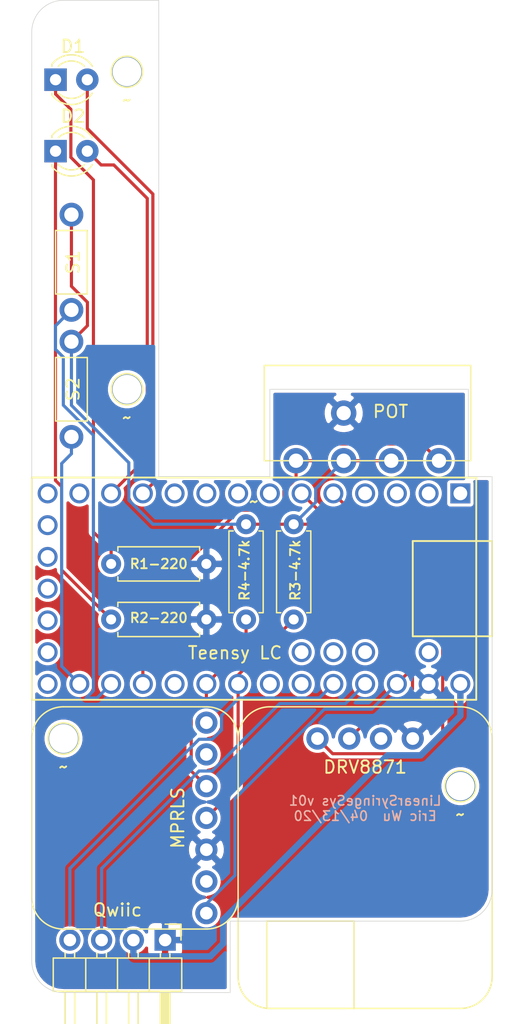
<source format=kicad_pcb>
(kicad_pcb (version 20171130) (host pcbnew "(5.1.2)-2")

  (general
    (thickness 1.6)
    (drawings 20)
    (tracks 132)
    (zones 0)
    (modules 17)
    (nets 44)
  )

  (page A4)
  (layers
    (0 F.Cu signal hide)
    (31 B.Cu signal)
    (32 B.Adhes user)
    (33 F.Adhes user)
    (34 B.Paste user)
    (35 F.Paste user)
    (36 B.SilkS user)
    (37 F.SilkS user)
    (38 B.Mask user)
    (39 F.Mask user)
    (40 Dwgs.User user)
    (41 Cmts.User user)
    (42 Eco1.User user)
    (43 Eco2.User user)
    (44 Edge.Cuts user)
    (45 Margin user)
    (46 B.CrtYd user)
    (47 F.CrtYd user)
    (48 B.Fab user)
    (49 F.Fab user)
  )

  (setup
    (last_trace_width 0.25)
    (user_trace_width 0.508)
    (trace_clearance 0.2)
    (zone_clearance 0.254)
    (zone_45_only no)
    (trace_min 0.2)
    (via_size 0.8)
    (via_drill 0.4)
    (via_min_size 0.4)
    (via_min_drill 0.3)
    (uvia_size 0.3)
    (uvia_drill 0.1)
    (uvias_allowed no)
    (uvia_min_size 0.2)
    (uvia_min_drill 0.1)
    (edge_width 0.05)
    (segment_width 0.2)
    (pcb_text_width 0.3)
    (pcb_text_size 1.5 1.5)
    (mod_edge_width 0.12)
    (mod_text_size 1 1)
    (mod_text_width 0.15)
    (pad_size 2.794 2.794)
    (pad_drill 2.286)
    (pad_to_mask_clearance 0.051)
    (solder_mask_min_width 0.25)
    (aux_axis_origin 0 0)
    (visible_elements 7FFFFFFF)
    (pcbplotparams
      (layerselection 0x010fc_ffffffff)
      (usegerberextensions false)
      (usegerberattributes false)
      (usegerberadvancedattributes false)
      (creategerberjobfile false)
      (excludeedgelayer true)
      (linewidth 0.100000)
      (plotframeref false)
      (viasonmask false)
      (mode 1)
      (useauxorigin false)
      (hpglpennumber 1)
      (hpglpenspeed 20)
      (hpglpendiameter 15.000000)
      (psnegative false)
      (psa4output false)
      (plotreference true)
      (plotvalue true)
      (plotinvisibletext false)
      (padsonsilk false)
      (subtractmaskfromsilk false)
      (outputformat 1)
      (mirror false)
      (drillshape 0)
      (scaleselection 1)
      (outputdirectory "LinearSyringeSys/"))
  )

  (net 0 "")
  (net 1 "Net-(D1-Pad1)")
  (net 2 "Net-(D1-Pad2)")
  (net 3 "Net-(D2-Pad2)")
  (net 4 "Net-(D2-Pad1)")
  (net 5 GND)
  (net 6 /3V3)
  (net 7 /SCL0)
  (net 8 /SDA0)
  (net 9 /POT)
  (net 10 "Net-(S1-Pad1)")
  (net 11 "Net-(S2-Pad1)")
  (net 12 "Net-(U1-Pad19)")
  (net 13 "Net-(U1-Pad15)")
  (net 14 "Net-(U1-Pad14)")
  (net 15 "Net-(U1-Pad28)")
  (net 16 "Net-(U1-Pad34)")
  (net 17 "Net-(U1-Pad18)")
  (net 18 "Net-(U1-Pad36)")
  (net 19 "Net-(U1-Pad37)")
  (net 20 /SCL1)
  (net 21 /SDA1)
  (net 22 "Net-(U1-Pad13)")
  (net 23 /VIN)
  (net 24 "Net-(U1-Pad20)")
  (net 25 "Net-(U1-Pad17)")
  (net 26 "Net-(U1-Pad16)")
  (net 27 "Net-(U1-Pad24)")
  (net 28 "Net-(U1-Pad27)")
  (net 29 "Net-(U1-Pad35)")
  (net 30 /PWM2)
  (net 31 "Net-(U1-Pad10)")
  (net 32 "Net-(U1-Pad2)")
  (net 33 "Net-(U1-Pad4)")
  (net 34 /PWM1)
  (net 35 "Net-(U1-Pad3)")
  (net 36 "Net-(U1-Pad8)")
  (net 37 "Net-(U1-Pad1)")
  (net 38 "Net-(U1-Pad9)")
  (net 39 "Net-(U1-Pad7)")
  (net 40 "Net-(U2-Pad3)")
  (net 41 "Net-(U3-Pad2)")
  (net 42 "Net-(U3-Pad6)")
  (net 43 "Net-(U3-Pad7)")

  (net_class Default "This is the default net class."
    (clearance 0.2)
    (trace_width 0.25)
    (via_dia 0.8)
    (via_drill 0.4)
    (uvia_dia 0.3)
    (uvia_drill 0.1)
    (add_net /3V3)
    (add_net /POT)
    (add_net /PWM1)
    (add_net /PWM2)
    (add_net /SCL0)
    (add_net /SCL1)
    (add_net /SDA0)
    (add_net /SDA1)
    (add_net /VIN)
    (add_net GND)
    (add_net "Net-(D1-Pad1)")
    (add_net "Net-(D1-Pad2)")
    (add_net "Net-(D2-Pad1)")
    (add_net "Net-(D2-Pad2)")
    (add_net "Net-(S1-Pad1)")
    (add_net "Net-(S2-Pad1)")
    (add_net "Net-(U1-Pad1)")
    (add_net "Net-(U1-Pad10)")
    (add_net "Net-(U1-Pad13)")
    (add_net "Net-(U1-Pad14)")
    (add_net "Net-(U1-Pad15)")
    (add_net "Net-(U1-Pad16)")
    (add_net "Net-(U1-Pad17)")
    (add_net "Net-(U1-Pad18)")
    (add_net "Net-(U1-Pad19)")
    (add_net "Net-(U1-Pad2)")
    (add_net "Net-(U1-Pad20)")
    (add_net "Net-(U1-Pad24)")
    (add_net "Net-(U1-Pad27)")
    (add_net "Net-(U1-Pad28)")
    (add_net "Net-(U1-Pad3)")
    (add_net "Net-(U1-Pad34)")
    (add_net "Net-(U1-Pad35)")
    (add_net "Net-(U1-Pad36)")
    (add_net "Net-(U1-Pad37)")
    (add_net "Net-(U1-Pad4)")
    (add_net "Net-(U1-Pad7)")
    (add_net "Net-(U1-Pad8)")
    (add_net "Net-(U1-Pad9)")
    (add_net "Net-(U2-Pad3)")
    (add_net "Net-(U3-Pad2)")
    (add_net "Net-(U3-Pad6)")
    (add_net "Net-(U3-Pad7)")
  )

  (module footprint__library_all:Teensy_LC (layer F.Cu) (tedit 5E948E8C) (tstamp 5E93B88B)
    (at 43.18 41.350001 180)
    (path /5E937CBD)
    (fp_text reference ~ (at 0 6.985) (layer F.SilkS)
      (effects (font (size 1 1) (thickness 0.15)))
    )
    (fp_text value Teensy_LC (at 0 -9.525) (layer F.Fab)
      (effects (font (size 1 1) (thickness 0.15)))
    )
    (fp_text user "Teensy LC" (at 1.524 -5.131999) (layer F.SilkS)
      (effects (font (size 1 1) (thickness 0.15)))
    )
    (fp_text user Teensy3.0/3.1/3.2/LC (at 0 10.16) (layer F.Fab)
      (effects (font (size 1 1) (thickness 0.15)))
    )
    (fp_line (start -17.78 3.81) (end -19.05 3.81) (layer F.SilkS) (width 0.15))
    (fp_line (start -19.05 3.81) (end -19.05 -3.81) (layer F.SilkS) (width 0.15))
    (fp_line (start -19.05 -3.81) (end -17.78 -3.81) (layer F.SilkS) (width 0.15))
    (fp_line (start -12.7 3.81) (end -17.78 3.81) (layer F.SilkS) (width 0.15))
    (fp_line (start -12.7 -3.81) (end -17.78 -3.81) (layer F.SilkS) (width 0.15))
    (fp_line (start 17.78 -8.89) (end 17.78 8.89) (layer F.SilkS) (width 0.15))
    (fp_line (start 17.78 8.89) (end -17.78 8.89) (layer F.SilkS) (width 0.15))
    (fp_line (start -17.78 8.89) (end -17.78 -8.89) (layer F.SilkS) (width 0.15))
    (fp_line (start -12.7 3.81) (end -12.7 -3.81) (layer F.SilkS) (width 0.15))
    (fp_line (start -17.78 -8.89) (end 17.78 -8.89) (layer F.SilkS) (width 0.15))
    (pad 19 thru_hole circle (at 16.51 -5.08 180) (size 1.6 1.6) (drill 1.1) (layers *.Cu *.Mask)
      (net 12 "Net-(U1-Pad19)"))
    (pad 15 thru_hole circle (at 16.51 5.08 180) (size 1.6 1.6) (drill 1.1) (layers *.Cu *.Mask)
      (net 13 "Net-(U1-Pad15)"))
    (pad 14 thru_hole circle (at 16.51 7.62 180) (size 1.6 1.6) (drill 1.1) (layers *.Cu *.Mask)
      (net 14 "Net-(U1-Pad14)"))
    (pad 28 thru_hole circle (at -3.81 -7.62 180) (size 1.6 1.6) (drill 1.1) (layers *.Cu *.Mask)
      (net 15 "Net-(U1-Pad28)"))
    (pad 31 thru_hole circle (at -11.43 -7.62 180) (size 1.6 1.6) (drill 1.1) (layers *.Cu *.Mask)
      (net 6 /3V3))
    (pad 34 thru_hole circle (at -13.97 -5.08 180) (size 1.6 1.6) (drill 1.1) (layers *.Cu *.Mask)
      (net 16 "Net-(U1-Pad34)"))
    (pad 18 thru_hole circle (at 16.51 -2.54 180) (size 1.6 1.6) (drill 1.1) (layers *.Cu *.Mask)
      (net 17 "Net-(U1-Pad18)"))
    (pad 36 thru_hole circle (at -6.35 -5.08 180) (size 1.6 1.6) (drill 1.1) (layers *.Cu *.Mask)
      (net 18 "Net-(U1-Pad36)"))
    (pad 32 thru_hole circle (at -13.97 -7.62 180) (size 1.6 1.6) (drill 1.1) (layers *.Cu *.Mask)
      (net 5 GND))
    (pad 37 thru_hole circle (at -3.81 -5.08 180) (size 1.6 1.6) (drill 1.1) (layers *.Cu *.Mask)
      (net 19 "Net-(U1-Pad37)"))
    (pad 25 thru_hole circle (at 3.81 -7.62 180) (size 1.6 1.6) (drill 1.1) (layers *.Cu *.Mask)
      (net 8 /SDA0))
    (pad 21 thru_hole circle (at 13.97 -7.62 180) (size 1.6 1.6) (drill 1.1) (layers *.Cu *.Mask)
      (net 11 "Net-(S2-Pad1)"))
    (pad 22 thru_hole circle (at 11.43 -7.62 180) (size 1.6 1.6) (drill 1.1) (layers *.Cu *.Mask)
      (net 10 "Net-(S1-Pad1)"))
    (pad 29 thru_hole circle (at -6.35 -7.62 180) (size 1.6 1.6) (drill 1.1) (layers *.Cu *.Mask)
      (net 20 /SCL1))
    (pad 30 thru_hole circle (at -8.89 -7.62 180) (size 1.6 1.6) (drill 1.1) (layers *.Cu *.Mask)
      (net 21 /SDA1))
    (pad 13 thru_hole circle (at 13.97 7.62 180) (size 1.6 1.6) (drill 1.1) (layers *.Cu *.Mask)
      (net 22 "Net-(U1-Pad13)"))
    (pad 12 thru_hole circle (at 11.43 7.62 180) (size 1.6 1.6) (drill 1.1) (layers *.Cu *.Mask)
      (net 3 "Net-(D2-Pad2)"))
    (pad 33 thru_hole circle (at -16.51 -7.62 180) (size 1.6 1.6) (drill 1.1) (layers *.Cu *.Mask)
      (net 23 /VIN))
    (pad 20 thru_hole circle (at 16.51 -7.62 180) (size 1.6 1.6) (drill 1.1) (layers *.Cu *.Mask)
      (net 24 "Net-(U1-Pad20)"))
    (pad 17 thru_hole circle (at 16.51 0 180) (size 1.6 1.6) (drill 1.1) (layers *.Cu *.Mask)
      (net 25 "Net-(U1-Pad17)"))
    (pad 16 thru_hole circle (at 16.51 2.54 180) (size 1.6 1.6) (drill 1.1) (layers *.Cu *.Mask)
      (net 26 "Net-(U1-Pad16)"))
    (pad 24 thru_hole circle (at 6.35 -7.62 180) (size 1.6 1.6) (drill 1.1) (layers *.Cu *.Mask)
      (net 27 "Net-(U1-Pad24)"))
    (pad 23 thru_hole circle (at 8.89 -7.62 180) (size 1.6 1.6) (drill 1.1) (layers *.Cu *.Mask)
      (net 9 /POT))
    (pad 26 thru_hole circle (at 1.27 -7.62 180) (size 1.6 1.6) (drill 1.1) (layers *.Cu *.Mask)
      (net 7 /SCL0))
    (pad 27 thru_hole circle (at -1.27 -7.62 180) (size 1.6 1.6) (drill 1.1) (layers *.Cu *.Mask)
      (net 28 "Net-(U1-Pad27)"))
    (pad 35 thru_hole circle (at -8.89 -5.08 180) (size 1.6 1.6) (drill 1.1) (layers *.Cu *.Mask)
      (net 29 "Net-(U1-Pad35)"))
    (pad 5 thru_hole circle (at -6.35 7.62 180) (size 1.6 1.6) (drill 1.1) (layers *.Cu *.Mask)
      (net 30 /PWM2))
    (pad 10 thru_hole circle (at 6.35 7.62 180) (size 1.6 1.6) (drill 1.1) (layers *.Cu *.Mask)
      (net 31 "Net-(U1-Pad10)"))
    (pad 11 thru_hole circle (at 8.89 7.62 180) (size 1.6 1.6) (drill 1.1) (layers *.Cu *.Mask)
      (net 2 "Net-(D1-Pad2)"))
    (pad 2 thru_hole circle (at -13.97 7.62 180) (size 1.6 1.6) (drill 1.1) (layers *.Cu *.Mask)
      (net 32 "Net-(U1-Pad2)"))
    (pad 4 thru_hole circle (at -8.89 7.62 180) (size 1.6 1.6) (drill 1.1) (layers *.Cu *.Mask)
      (net 33 "Net-(U1-Pad4)"))
    (pad 6 thru_hole circle (at -3.81 7.62 180) (size 1.6 1.6) (drill 1.1) (layers *.Cu *.Mask)
      (net 34 /PWM1))
    (pad 3 thru_hole circle (at -11.43 7.62 180) (size 1.6 1.6) (drill 1.1) (layers *.Cu *.Mask)
      (net 35 "Net-(U1-Pad3)"))
    (pad 8 thru_hole circle (at 1.27 7.62 180) (size 1.6 1.6) (drill 1.1) (layers *.Cu *.Mask)
      (net 36 "Net-(U1-Pad8)"))
    (pad 1 thru_hole rect (at -16.51 7.62 180) (size 1.6 1.6) (drill 1.1) (layers *.Cu *.Mask)
      (net 37 "Net-(U1-Pad1)"))
    (pad 9 thru_hole circle (at 3.81 7.62 180) (size 1.6 1.6) (drill 1.1) (layers *.Cu *.Mask)
      (net 38 "Net-(U1-Pad9)"))
    (pad 7 thru_hole circle (at -1.27 7.62 180) (size 1.6 1.6) (drill 1.1) (layers *.Cu *.Mask)
      (net 39 "Net-(U1-Pad7)"))
    (model "C:/Users/86182/Desktop/Tufts/_2020 Spring/ME 0094/CAD/v03/Assemblies for KiCAD/Teensy.STEP"
      (at (xyz 0 0 0))
      (scale (xyz 1 1 1))
      (rotate (xyz 0 0 0))
    )
  )

  (module Connector_Pin:Pin_D1.0mm_L10.0mm (layer F.Cu) (tedit 5E948B9D) (tstamp 5E94901D)
    (at 59.69 57.15)
    (descr "solder Pin_ diameter 1.0mm, hole diameter 1.0mm (press fit), length 10.0mm")
    (tags "solder Pin_ press fit")
    (fp_text reference ~ (at 0 2.25) (layer F.SilkS)
      (effects (font (size 1 1) (thickness 0.15)))
    )
    (fp_text value Pin_D1.0mm_L10.0mm (at 0 -2.05) (layer F.Fab)
      (effects (font (size 1 1) (thickness 0.15)))
    )
    (fp_text user %R (at 0 2.25) (layer F.Fab)
      (effects (font (size 1 1) (thickness 0.15)))
    )
    (fp_circle (center 0 0) (end 1.5 0) (layer F.CrtYd) (width 0.05))
    (fp_circle (center 0 0) (end 0.5 0) (layer F.Fab) (width 0.12))
    (fp_circle (center 0 0) (end 1 0) (layer F.Fab) (width 0.12))
    (fp_circle (center 0 0) (end 1.25 0.05) (layer F.SilkS) (width 0.12))
    (pad 1 thru_hole circle (at 0 0) (size 2.54 2.54) (drill 2.286) (layers *.Cu *.Mask))
    (model ${KISYS3DMOD}/Connector_Pin.3dshapes/Pin_D1.0mm_L10.0mm.wrl
      (at (xyz 0 0 0))
      (scale (xyz 1 1 1))
      (rotate (xyz 0 0 0))
    )
  )

  (module Connector_Pin:Pin_D1.0mm_L10.0mm (layer F.Cu) (tedit 5E948B9D) (tstamp 5E94901D)
    (at 33.02 0)
    (descr "solder Pin_ diameter 1.0mm, hole diameter 1.0mm (press fit), length 10.0mm")
    (tags "solder Pin_ press fit")
    (fp_text reference ~ (at 0 2.25) (layer F.SilkS)
      (effects (font (size 1 1) (thickness 0.15)))
    )
    (fp_text value Pin_D1.0mm_L10.0mm (at 0 -2.05) (layer F.Fab)
      (effects (font (size 1 1) (thickness 0.15)))
    )
    (fp_text user %R (at 0 2.25) (layer F.Fab)
      (effects (font (size 1 1) (thickness 0.15)))
    )
    (fp_circle (center 0 0) (end 1.5 0) (layer F.CrtYd) (width 0.05))
    (fp_circle (center 0 0) (end 0.5 0) (layer F.Fab) (width 0.12))
    (fp_circle (center 0 0) (end 1 0) (layer F.Fab) (width 0.12))
    (fp_circle (center 0 0) (end 1.25 0.05) (layer F.SilkS) (width 0.12))
    (pad 1 thru_hole circle (at 0 0) (size 2.54 2.54) (drill 2.286) (layers *.Cu *.Mask))
    (model ${KISYS3DMOD}/Connector_Pin.3dshapes/Pin_D1.0mm_L10.0mm.wrl
      (at (xyz 0 0 0))
      (scale (xyz 1 1 1))
      (rotate (xyz 0 0 0))
    )
  )

  (module Connector_Pin:Pin_D1.0mm_L10.0mm (layer F.Cu) (tedit 5E948B9D) (tstamp 5E94901D)
    (at 33.02 25.4)
    (descr "solder Pin_ diameter 1.0mm, hole diameter 1.0mm (press fit), length 10.0mm")
    (tags "solder Pin_ press fit")
    (fp_text reference ~ (at 0 2.25) (layer F.SilkS)
      (effects (font (size 1 1) (thickness 0.15)))
    )
    (fp_text value Pin_D1.0mm_L10.0mm (at 0 -2.05) (layer F.Fab)
      (effects (font (size 1 1) (thickness 0.15)))
    )
    (fp_circle (center 0 0) (end 1.5 0) (layer F.CrtYd) (width 0.05))
    (fp_circle (center 0 0) (end 0.5 0) (layer F.Fab) (width 0.12))
    (fp_circle (center 0 0) (end 1 0) (layer F.Fab) (width 0.12))
    (fp_circle (center 0 0) (end 1.25 0.05) (layer F.SilkS) (width 0.12))
    (pad 1 thru_hole circle (at 0 0) (size 2.54 2.54) (drill 2.286) (layers *.Cu *.Mask))
    (model ${KISYS3DMOD}/Connector_Pin.3dshapes/Pin_D1.0mm_L10.0mm.wrl
      (at (xyz 0 0 0))
      (scale (xyz 1 1 1))
      (rotate (xyz 0 0 0))
    )
  )

  (module Connector_Pin:Pin_D1.0mm_L10.0mm (layer F.Cu) (tedit 5E948B9D) (tstamp 5E948FE2)
    (at 27.94 53.34)
    (descr "solder Pin_ diameter 1.0mm, hole diameter 1.0mm (press fit), length 10.0mm")
    (tags "solder Pin_ press fit")
    (fp_text reference ~ (at 0 2.25) (layer F.SilkS)
      (effects (font (size 1 1) (thickness 0.15)))
    )
    (fp_text value Pin_D1.0mm_L10.0mm (at 0 -2.05) (layer F.Fab)
      (effects (font (size 1 1) (thickness 0.15)))
    )
    (fp_circle (center 0 0) (end 1.25 0.05) (layer F.SilkS) (width 0.12))
    (fp_circle (center 0 0) (end 1 0) (layer F.Fab) (width 0.12))
    (fp_circle (center 0 0) (end 0.5 0) (layer F.Fab) (width 0.12))
    (fp_circle (center 0 0) (end 1.5 0) (layer F.CrtYd) (width 0.05))
    (fp_text user %R (at 0 2.25) (layer F.Fab)
      (effects (font (size 1 1) (thickness 0.15)))
    )
    (pad 1 thru_hole circle (at 0 0) (size 2.54 2.54) (drill 2.286) (layers *.Cu *.Mask))
    (model ${KISYS3DMOD}/Connector_Pin.3dshapes/Pin_D1.0mm_L10.0mm.wrl
      (at (xyz 0 0 0))
      (scale (xyz 1 1 1))
      (rotate (xyz 0 0 0))
    )
  )

  (module footprint__library_all:Adafruit_DRV8871 (layer F.Cu) (tedit 5E937A23) (tstamp 5E93B89C)
    (at 52.07 63.5)
    (path /5E93B641)
    (fp_text reference DRV8871 (at 0 -7.874) (layer F.SilkS)
      (effects (font (size 1 1) (thickness 0.15)))
    )
    (fp_text value Adafruit_DRV8871 (at 0 -7.874) (layer F.Fab)
      (effects (font (size 1 1) (thickness 0.15)))
    )
    (fp_line (start -7.62 -12.7) (end 7.62 -12.7) (layer F.SilkS) (width 0.12))
    (fp_line (start 10.16 -10.16) (end 10.16 8.89) (layer F.SilkS) (width 0.12))
    (fp_line (start 7.62 11.43) (end -7.62 11.43) (layer F.SilkS) (width 0.12))
    (fp_line (start -10.16 8.89) (end -10.16 -8.89) (layer F.SilkS) (width 0.12))
    (fp_line (start -10.16 -8.89) (end -10.16 -10.16) (layer F.SilkS) (width 0.12))
    (fp_arc (start -7.62 -10.16) (end -7.62 -12.7) (angle -90) (layer F.SilkS) (width 0.12))
    (fp_arc (start 7.62 -10.16) (end 10.16 -10.16) (angle -90) (layer F.SilkS) (width 0.12))
    (fp_arc (start 7.62 8.89) (end 7.62 11.43) (angle -90) (layer F.SilkS) (width 0.12))
    (fp_arc (start -7.62 8.89) (end -10.16 8.89) (angle -90) (layer F.SilkS) (width 0.12))
    (fp_line (start -7.874 11.43) (end -7.874 4.445) (layer F.SilkS) (width 0.12))
    (fp_line (start -7.874 4.445) (end -0.889 4.445) (layer F.SilkS) (width 0.12))
    (fp_line (start -7.874 11.43) (end -1.651 11.43) (layer F.SilkS) (width 0.12))
    (fp_line (start -0.889 11.43) (end -0.889 4.445) (layer F.SilkS) (width 0.12))
    (pad 1 thru_hole circle (at -3.81 -10.16) (size 1.778 1.778) (drill 1.016) (layers *.Cu *.Mask)
      (net 30 /PWM2))
    (pad 2 thru_hole circle (at -1.27 -10.16) (size 1.778 1.778) (drill 1.016) (layers *.Cu *.Mask)
      (net 34 /PWM1))
    (pad 3 thru_hole circle (at 1.27 -10.16) (size 1.778 1.778) (drill 1.016) (layers *.Cu *.Mask)
      (net 40 "Net-(U2-Pad3)"))
    (pad 4 thru_hole circle (at 3.81 -10.16) (size 1.778 1.778) (drill 1.016) (layers *.Cu *.Mask)
      (net 5 GND))
    (model "C:/Users/86182/Desktop/Tufts/_2020 Spring/ME 0094/CAD/v03/Assemblies for KiCAD/DRV8871.STEP"
      (offset (xyz 0 0.4064 0))
      (scale (xyz 1 1 1))
      (rotate (xyz 0 0 0))
    )
  )

  (module footprint__library_all:Push_SW (layer F.Cu) (tedit 5E946A3D) (tstamp 5E93C20A)
    (at 28.575 15.24 90)
    (path /5E93EE3A)
    (fp_text reference S1 (at 0 0.127 90) (layer F.SilkS)
      (effects (font (size 1 1) (thickness 0.15)))
    )
    (fp_text value Push_SW (at -1.27 2.159 90) (layer F.Fab)
      (effects (font (size 1 1) (thickness 0.15)))
    )
    (fp_line (start -2.54 1.27) (end -2.54 -1.27) (layer F.SilkS) (width 0.12))
    (fp_line (start 2.54 1.27) (end -2.54 1.27) (layer F.SilkS) (width 0.12))
    (fp_line (start 2.54 -1.27) (end 2.54 1.27) (layer F.SilkS) (width 0.12))
    (fp_line (start -2.54 -1.27) (end 2.54 -1.27) (layer F.SilkS) (width 0.12))
    (pad 2 thru_hole circle (at 3.81 0 90) (size 1.905 1.905) (drill 1.143) (layers *.Cu *.Mask)
      (net 6 /3V3))
    (pad 1 thru_hole circle (at -3.81 0 90) (size 1.905 1.905) (drill 1.143) (layers *.Cu *.Mask)
      (net 10 "Net-(S1-Pad1)"))
    (model "C:/Users/86182/Desktop/Tufts/_2020 Spring/ME 0094/CAD/v03/Assemblies for KiCAD/Push_Button.STEP"
      (at (xyz 0 0 0))
      (scale (xyz 1 1 1))
      (rotate (xyz -90 0 0))
    )
  )

  (module footprint__library_all:Push_SW (layer F.Cu) (tedit 5E946A10) (tstamp 5E93B837)
    (at 28.575 25.4 90)
    (path /5E96528B)
    (fp_text reference S2 (at 0 0.127 90) (layer F.SilkS)
      (effects (font (size 1 1) (thickness 0.15)))
    )
    (fp_text value Push_SW (at -1.27 2.159 90) (layer F.Fab)
      (effects (font (size 1 1) (thickness 0.15)))
    )
    (fp_line (start -2.54 1.27) (end -2.54 -1.27) (layer F.SilkS) (width 0.12))
    (fp_line (start 2.54 1.27) (end -2.54 1.27) (layer F.SilkS) (width 0.12))
    (fp_line (start 2.54 -1.27) (end 2.54 1.27) (layer F.SilkS) (width 0.12))
    (fp_line (start -2.54 -1.27) (end 2.54 -1.27) (layer F.SilkS) (width 0.12))
    (pad 2 thru_hole circle (at 3.81 0 90) (size 1.905 1.905) (drill 1.143) (layers *.Cu *.Mask)
      (net 6 /3V3))
    (pad 1 thru_hole circle (at -3.81 0 90) (size 1.905 1.905) (drill 1.143) (layers *.Cu *.Mask)
      (net 11 "Net-(S2-Pad1)"))
    (model "C:/Users/86182/Desktop/Tufts/_2020 Spring/ME 0094/CAD/v03/Assemblies for KiCAD/Push_Button.STEP"
      (at (xyz 0 0 0))
      (scale (xyz 1 1 1))
      (rotate (xyz -90 0 0))
    )
  )

  (module LED_THT:LED_D3.0mm (layer F.Cu) (tedit 587A3A7B) (tstamp 5E93B7A7)
    (at 27.305 0.635)
    (descr "LED, diameter 3.0mm, 2 pins")
    (tags "LED diameter 3.0mm 2 pins")
    (path /5E943CF9)
    (fp_text reference D1 (at 1.397 -2.667) (layer F.SilkS)
      (effects (font (size 1 1) (thickness 0.15)))
    )
    (fp_text value LED (at 2.667 -2.921) (layer F.Fab)
      (effects (font (size 1 1) (thickness 0.15)))
    )
    (fp_arc (start 1.27 0) (end -0.23 -1.16619) (angle 284.3) (layer F.Fab) (width 0.1))
    (fp_arc (start 1.27 0) (end -0.29 -1.235516) (angle 108.8) (layer F.SilkS) (width 0.12))
    (fp_arc (start 1.27 0) (end -0.29 1.235516) (angle -108.8) (layer F.SilkS) (width 0.12))
    (fp_arc (start 1.27 0) (end 0.229039 -1.08) (angle 87.9) (layer F.SilkS) (width 0.12))
    (fp_arc (start 1.27 0) (end 0.229039 1.08) (angle -87.9) (layer F.SilkS) (width 0.12))
    (fp_circle (center 1.27 0) (end 2.77 0) (layer F.Fab) (width 0.1))
    (fp_line (start -0.23 -1.16619) (end -0.23 1.16619) (layer F.Fab) (width 0.1))
    (fp_line (start -0.29 -1.236) (end -0.29 -1.08) (layer F.SilkS) (width 0.12))
    (fp_line (start -0.29 1.08) (end -0.29 1.236) (layer F.SilkS) (width 0.12))
    (fp_line (start -1.15 -2.25) (end -1.15 2.25) (layer F.CrtYd) (width 0.05))
    (fp_line (start -1.15 2.25) (end 3.7 2.25) (layer F.CrtYd) (width 0.05))
    (fp_line (start 3.7 2.25) (end 3.7 -2.25) (layer F.CrtYd) (width 0.05))
    (fp_line (start 3.7 -2.25) (end -1.15 -2.25) (layer F.CrtYd) (width 0.05))
    (pad 1 thru_hole rect (at 0 0) (size 1.8 1.8) (drill 0.9) (layers *.Cu *.Mask)
      (net 1 "Net-(D1-Pad1)"))
    (pad 2 thru_hole circle (at 2.54 0) (size 1.8 1.8) (drill 0.9) (layers *.Cu *.Mask)
      (net 2 "Net-(D1-Pad2)"))
    (model ${KISYS3DMOD}/LED_THT.3dshapes/LED_D3.0mm.wrl
      (at (xyz 0 0 0))
      (scale (xyz 1 1 1))
      (rotate (xyz 0 0 0))
    )
  )

  (module LED_THT:LED_D3.0mm (layer F.Cu) (tedit 587A3A7B) (tstamp 5E93C7B7)
    (at 27.305 6.35)
    (descr "LED, diameter 3.0mm, 2 pins")
    (tags "LED diameter 3.0mm 2 pins")
    (path /5E944988)
    (fp_text reference D2 (at 1.397 -2.794) (layer F.SilkS)
      (effects (font (size 1 1) (thickness 0.15)))
    )
    (fp_text value LED (at 2.667 -2.794) (layer F.Fab)
      (effects (font (size 1 1) (thickness 0.15)))
    )
    (fp_line (start 3.7 -2.25) (end -1.15 -2.25) (layer F.CrtYd) (width 0.05))
    (fp_line (start 3.7 2.25) (end 3.7 -2.25) (layer F.CrtYd) (width 0.05))
    (fp_line (start -1.15 2.25) (end 3.7 2.25) (layer F.CrtYd) (width 0.05))
    (fp_line (start -1.15 -2.25) (end -1.15 2.25) (layer F.CrtYd) (width 0.05))
    (fp_line (start -0.29 1.08) (end -0.29 1.236) (layer F.SilkS) (width 0.12))
    (fp_line (start -0.29 -1.236) (end -0.29 -1.08) (layer F.SilkS) (width 0.12))
    (fp_line (start -0.23 -1.16619) (end -0.23 1.16619) (layer F.Fab) (width 0.1))
    (fp_circle (center 1.27 0) (end 2.77 0) (layer F.Fab) (width 0.1))
    (fp_arc (start 1.27 0) (end 0.229039 1.08) (angle -87.9) (layer F.SilkS) (width 0.12))
    (fp_arc (start 1.27 0) (end 0.229039 -1.08) (angle 87.9) (layer F.SilkS) (width 0.12))
    (fp_arc (start 1.27 0) (end -0.29 1.235516) (angle -108.8) (layer F.SilkS) (width 0.12))
    (fp_arc (start 1.27 0) (end -0.29 -1.235516) (angle 108.8) (layer F.SilkS) (width 0.12))
    (fp_arc (start 1.27 0) (end -0.23 -1.16619) (angle 284.3) (layer F.Fab) (width 0.1))
    (pad 2 thru_hole circle (at 2.54 0) (size 1.8 1.8) (drill 0.9) (layers *.Cu *.Mask)
      (net 3 "Net-(D2-Pad2)"))
    (pad 1 thru_hole rect (at 0 0) (size 1.8 1.8) (drill 0.9) (layers *.Cu *.Mask)
      (net 4 "Net-(D2-Pad1)"))
    (model ${KISYS3DMOD}/LED_THT.3dshapes/LED_D3.0mm.wrl
      (at (xyz 0 0 0))
      (scale (xyz 1 1 1))
      (rotate (xyz 0 0 0))
    )
  )

  (module Resistor_THT:R_Axial_DIN0207_L6.3mm_D2.5mm_P7.62mm_Horizontal (layer F.Cu) (tedit 5AE5139B) (tstamp 5E93B7D1)
    (at 31.75 39.37)
    (descr "Resistor, Axial_DIN0207 series, Axial, Horizontal, pin pitch=7.62mm, 0.25W = 1/4W, length*diameter=6.3*2.5mm^2, http://cdn-reichelt.de/documents/datenblatt/B400/1_4W%23YAG.pdf")
    (tags "Resistor Axial_DIN0207 series Axial Horizontal pin pitch 7.62mm 0.25W = 1/4W length 6.3mm diameter 2.5mm")
    (path /5E954CA3)
    (fp_text reference R1-220 (at 3.81 0) (layer F.SilkS)
      (effects (font (size 0.762 0.762) (thickness 0.15)))
    )
    (fp_text value 220Ω (at 4.826 -2.286) (layer F.Fab)
      (effects (font (size 1 1) (thickness 0.15)))
    )
    (fp_text user %R (at 3.81 0) (layer F.Fab)
      (effects (font (size 1 1) (thickness 0.15)))
    )
    (fp_line (start 8.67 -1.5) (end -1.05 -1.5) (layer F.CrtYd) (width 0.05))
    (fp_line (start 8.67 1.5) (end 8.67 -1.5) (layer F.CrtYd) (width 0.05))
    (fp_line (start -1.05 1.5) (end 8.67 1.5) (layer F.CrtYd) (width 0.05))
    (fp_line (start -1.05 -1.5) (end -1.05 1.5) (layer F.CrtYd) (width 0.05))
    (fp_line (start 7.08 1.37) (end 7.08 1.04) (layer F.SilkS) (width 0.12))
    (fp_line (start 0.54 1.37) (end 7.08 1.37) (layer F.SilkS) (width 0.12))
    (fp_line (start 0.54 1.04) (end 0.54 1.37) (layer F.SilkS) (width 0.12))
    (fp_line (start 7.08 -1.37) (end 7.08 -1.04) (layer F.SilkS) (width 0.12))
    (fp_line (start 0.54 -1.37) (end 7.08 -1.37) (layer F.SilkS) (width 0.12))
    (fp_line (start 0.54 -1.04) (end 0.54 -1.37) (layer F.SilkS) (width 0.12))
    (fp_line (start 7.62 0) (end 6.96 0) (layer F.Fab) (width 0.1))
    (fp_line (start 0 0) (end 0.66 0) (layer F.Fab) (width 0.1))
    (fp_line (start 6.96 -1.25) (end 0.66 -1.25) (layer F.Fab) (width 0.1))
    (fp_line (start 6.96 1.25) (end 6.96 -1.25) (layer F.Fab) (width 0.1))
    (fp_line (start 0.66 1.25) (end 6.96 1.25) (layer F.Fab) (width 0.1))
    (fp_line (start 0.66 -1.25) (end 0.66 1.25) (layer F.Fab) (width 0.1))
    (pad 2 thru_hole oval (at 7.62 0) (size 1.6 1.6) (drill 0.8) (layers *.Cu *.Mask)
      (net 5 GND))
    (pad 1 thru_hole circle (at 0 0) (size 1.6 1.6) (drill 0.8) (layers *.Cu *.Mask)
      (net 1 "Net-(D1-Pad1)"))
    (model ${KISYS3DMOD}/Resistor_THT.3dshapes/R_Axial_DIN0207_L6.3mm_D2.5mm_P7.62mm_Horizontal.wrl
      (at (xyz 0 0 0))
      (scale (xyz 1 1 1))
      (rotate (xyz 0 0 0))
    )
  )

  (module Resistor_THT:R_Axial_DIN0207_L6.3mm_D2.5mm_P7.62mm_Horizontal (layer F.Cu) (tedit 5AE5139B) (tstamp 5E93B7E8)
    (at 31.75 43.815)
    (descr "Resistor, Axial_DIN0207 series, Axial, Horizontal, pin pitch=7.62mm, 0.25W = 1/4W, length*diameter=6.3*2.5mm^2, http://cdn-reichelt.de/documents/datenblatt/B400/1_4W%23YAG.pdf")
    (tags "Resistor Axial_DIN0207 series Axial Horizontal pin pitch 7.62mm 0.25W = 1/4W length 6.3mm diameter 2.5mm")
    (path /5E952D80)
    (fp_text reference R2-220 (at 3.81 -0.127) (layer F.SilkS)
      (effects (font (size 0.762 0.762) (thickness 0.15)))
    )
    (fp_text value 220Ω (at 4.572 -2.413) (layer F.Fab)
      (effects (font (size 1 1) (thickness 0.15)))
    )
    (fp_line (start 0.66 -1.25) (end 0.66 1.25) (layer F.Fab) (width 0.1))
    (fp_line (start 0.66 1.25) (end 6.96 1.25) (layer F.Fab) (width 0.1))
    (fp_line (start 6.96 1.25) (end 6.96 -1.25) (layer F.Fab) (width 0.1))
    (fp_line (start 6.96 -1.25) (end 0.66 -1.25) (layer F.Fab) (width 0.1))
    (fp_line (start 0 0) (end 0.66 0) (layer F.Fab) (width 0.1))
    (fp_line (start 7.62 0) (end 6.96 0) (layer F.Fab) (width 0.1))
    (fp_line (start 0.54 -1.04) (end 0.54 -1.37) (layer F.SilkS) (width 0.12))
    (fp_line (start 0.54 -1.37) (end 7.08 -1.37) (layer F.SilkS) (width 0.12))
    (fp_line (start 7.08 -1.37) (end 7.08 -1.04) (layer F.SilkS) (width 0.12))
    (fp_line (start 0.54 1.04) (end 0.54 1.37) (layer F.SilkS) (width 0.12))
    (fp_line (start 0.54 1.37) (end 7.08 1.37) (layer F.SilkS) (width 0.12))
    (fp_line (start 7.08 1.37) (end 7.08 1.04) (layer F.SilkS) (width 0.12))
    (fp_line (start -1.05 -1.5) (end -1.05 1.5) (layer F.CrtYd) (width 0.05))
    (fp_line (start -1.05 1.5) (end 8.67 1.5) (layer F.CrtYd) (width 0.05))
    (fp_line (start 8.67 1.5) (end 8.67 -1.5) (layer F.CrtYd) (width 0.05))
    (fp_line (start 8.67 -1.5) (end -1.05 -1.5) (layer F.CrtYd) (width 0.05))
    (fp_text user %R (at 3.81 0) (layer F.Fab)
      (effects (font (size 1 1) (thickness 0.15)))
    )
    (pad 1 thru_hole circle (at 0 0) (size 1.6 1.6) (drill 0.8) (layers *.Cu *.Mask)
      (net 4 "Net-(D2-Pad1)"))
    (pad 2 thru_hole oval (at 7.62 0) (size 1.6 1.6) (drill 0.8) (layers *.Cu *.Mask)
      (net 5 GND))
    (model ${KISYS3DMOD}/Resistor_THT.3dshapes/R_Axial_DIN0207_L6.3mm_D2.5mm_P7.62mm_Horizontal.wrl
      (at (xyz 0 0 0))
      (scale (xyz 1 1 1))
      (rotate (xyz 0 0 0))
    )
  )

  (module Resistor_THT:R_Axial_DIN0207_L6.3mm_D2.5mm_P7.62mm_Horizontal (layer F.Cu) (tedit 5AE5139B) (tstamp 5E93B7FF)
    (at 46.355 36.195 270)
    (descr "Resistor, Axial_DIN0207 series, Axial, Horizontal, pin pitch=7.62mm, 0.25W = 1/4W, length*diameter=6.3*2.5mm^2, http://cdn-reichelt.de/documents/datenblatt/B400/1_4W%23YAG.pdf")
    (tags "Resistor Axial_DIN0207 series Axial Horizontal pin pitch 7.62mm 0.25W = 1/4W length 6.3mm diameter 2.5mm")
    (path /5E970DF4)
    (fp_text reference R3-4.7k (at 3.683 -0.127 90) (layer F.SilkS)
      (effects (font (size 0.762 0.762) (thickness 0.15)))
    )
    (fp_text value 4.7kΩ (at 3.937 -0.127 90) (layer F.Fab)
      (effects (font (size 1 1) (thickness 0.15)))
    )
    (fp_line (start 0.66 -1.25) (end 0.66 1.25) (layer F.Fab) (width 0.1))
    (fp_line (start 0.66 1.25) (end 6.96 1.25) (layer F.Fab) (width 0.1))
    (fp_line (start 6.96 1.25) (end 6.96 -1.25) (layer F.Fab) (width 0.1))
    (fp_line (start 6.96 -1.25) (end 0.66 -1.25) (layer F.Fab) (width 0.1))
    (fp_line (start 0 0) (end 0.66 0) (layer F.Fab) (width 0.1))
    (fp_line (start 7.62 0) (end 6.96 0) (layer F.Fab) (width 0.1))
    (fp_line (start 0.54 -1.04) (end 0.54 -1.37) (layer F.SilkS) (width 0.12))
    (fp_line (start 0.54 -1.37) (end 7.08 -1.37) (layer F.SilkS) (width 0.12))
    (fp_line (start 7.08 -1.37) (end 7.08 -1.04) (layer F.SilkS) (width 0.12))
    (fp_line (start 0.54 1.04) (end 0.54 1.37) (layer F.SilkS) (width 0.12))
    (fp_line (start 0.54 1.37) (end 7.08 1.37) (layer F.SilkS) (width 0.12))
    (fp_line (start 7.08 1.37) (end 7.08 1.04) (layer F.SilkS) (width 0.12))
    (fp_line (start -1.05 -1.5) (end -1.05 1.5) (layer F.CrtYd) (width 0.05))
    (fp_line (start -1.05 1.5) (end 8.67 1.5) (layer F.CrtYd) (width 0.05))
    (fp_line (start 8.67 1.5) (end 8.67 -1.5) (layer F.CrtYd) (width 0.05))
    (fp_line (start 8.67 -1.5) (end -1.05 -1.5) (layer F.CrtYd) (width 0.05))
    (fp_text user %R (at 9.525 1.397 90) (layer F.Fab)
      (effects (font (size 1 1) (thickness 0.15)))
    )
    (pad 1 thru_hole circle (at 0 0 270) (size 1.6 1.6) (drill 0.8) (layers *.Cu *.Mask)
      (net 6 /3V3))
    (pad 2 thru_hole oval (at 7.62 0 270) (size 1.6 1.6) (drill 0.8) (layers *.Cu *.Mask)
      (net 7 /SCL0))
    (model ${KISYS3DMOD}/Resistor_THT.3dshapes/R_Axial_DIN0207_L6.3mm_D2.5mm_P7.62mm_Horizontal.wrl
      (at (xyz 0 0 0))
      (scale (xyz 1 1 1))
      (rotate (xyz 0 0 0))
    )
  )

  (module Resistor_THT:R_Axial_DIN0207_L6.3mm_D2.5mm_P7.62mm_Horizontal (layer F.Cu) (tedit 5AE5139B) (tstamp 5E93B816)
    (at 42.545 36.195 270)
    (descr "Resistor, Axial_DIN0207 series, Axial, Horizontal, pin pitch=7.62mm, 0.25W = 1/4W, length*diameter=6.3*2.5mm^2, http://cdn-reichelt.de/documents/datenblatt/B400/1_4W%23YAG.pdf")
    (tags "Resistor Axial_DIN0207 series Axial Horizontal pin pitch 7.62mm 0.25W = 1/4W length 6.3mm diameter 2.5mm")
    (path /5E974AB6)
    (fp_text reference R4-4.7k (at 3.683 0.127 90) (layer F.SilkS)
      (effects (font (size 0.762 0.762) (thickness 0.15)))
    )
    (fp_text value 4.7kΩ (at 3.81 0.127 90) (layer F.Fab)
      (effects (font (size 1 1) (thickness 0.15)))
    )
    (fp_text user %R (at 9.525 1.143 90) (layer F.Fab)
      (effects (font (size 1 1) (thickness 0.15)))
    )
    (fp_line (start 8.67 -1.5) (end -1.05 -1.5) (layer F.CrtYd) (width 0.05))
    (fp_line (start 8.67 1.5) (end 8.67 -1.5) (layer F.CrtYd) (width 0.05))
    (fp_line (start -1.05 1.5) (end 8.67 1.5) (layer F.CrtYd) (width 0.05))
    (fp_line (start -1.05 -1.5) (end -1.05 1.5) (layer F.CrtYd) (width 0.05))
    (fp_line (start 7.08 1.37) (end 7.08 1.04) (layer F.SilkS) (width 0.12))
    (fp_line (start 0.54 1.37) (end 7.08 1.37) (layer F.SilkS) (width 0.12))
    (fp_line (start 0.54 1.04) (end 0.54 1.37) (layer F.SilkS) (width 0.12))
    (fp_line (start 7.08 -1.37) (end 7.08 -1.04) (layer F.SilkS) (width 0.12))
    (fp_line (start 0.54 -1.37) (end 7.08 -1.37) (layer F.SilkS) (width 0.12))
    (fp_line (start 0.54 -1.04) (end 0.54 -1.37) (layer F.SilkS) (width 0.12))
    (fp_line (start 7.62 0) (end 6.96 0) (layer F.Fab) (width 0.1))
    (fp_line (start 0 0) (end 0.66 0) (layer F.Fab) (width 0.1))
    (fp_line (start 6.96 -1.25) (end 0.66 -1.25) (layer F.Fab) (width 0.1))
    (fp_line (start 6.96 1.25) (end 6.96 -1.25) (layer F.Fab) (width 0.1))
    (fp_line (start 0.66 1.25) (end 6.96 1.25) (layer F.Fab) (width 0.1))
    (fp_line (start 0.66 -1.25) (end 0.66 1.25) (layer F.Fab) (width 0.1))
    (pad 2 thru_hole oval (at 7.62 0 270) (size 1.6 1.6) (drill 0.8) (layers *.Cu *.Mask)
      (net 8 /SDA0))
    (pad 1 thru_hole circle (at 0 0 270) (size 1.6 1.6) (drill 0.8) (layers *.Cu *.Mask)
      (net 6 /3V3))
    (model ${KISYS3DMOD}/Resistor_THT.3dshapes/R_Axial_DIN0207_L6.3mm_D2.5mm_P7.62mm_Horizontal.wrl
      (at (xyz 0 0 0))
      (scale (xyz 1 1 1))
      (rotate (xyz 0 0 0))
    )
  )

  (module footprint__library_all:Linear_POT (layer F.Cu) (tedit 5E933C82) (tstamp 5E93B823)
    (at 52.2605 31.115)
    (path /5E9431BE)
    (fp_text reference POT (at 1.8415 -3.937) (layer F.SilkS)
      (effects (font (size 1 1) (thickness 0.15)))
    )
    (fp_text value R_POT_US (at 0 -8.89) (layer F.Fab)
      (effects (font (size 1 1) (thickness 0.15)))
    )
    (fp_line (start -8.255 0) (end 8.255 0) (layer F.SilkS) (width 0.12))
    (fp_line (start 8.255 0) (end 8.255 -7.62) (layer F.SilkS) (width 0.12))
    (fp_line (start 8.255 -7.62) (end -8.255 -7.62) (layer F.SilkS) (width 0.12))
    (fp_line (start -8.255 -7.62) (end -8.255 0) (layer F.SilkS) (width 0.12))
    (pad 2 thru_hole circle (at -5.715 0) (size 2.032 2.032) (drill 1.143) (layers *.Cu *.Mask)
      (net 9 /POT))
    (pad 1 thru_hole circle (at -1.905 0) (size 2.032 2.032) (drill 1.143) (layers *.Cu *.Mask)
      (net 6 /3V3))
    (pad 1 thru_hole circle (at 1.905 0) (size 2.032 2.032) (drill 1.143) (layers *.Cu *.Mask)
      (net 6 /3V3))
    (pad 2 thru_hole circle (at 5.715 0) (size 2.032 2.032) (drill 1.143) (layers *.Cu *.Mask)
      (net 9 /POT))
    (pad 3 thru_hole circle (at -1.905 -3.81) (size 2.032 2.032) (drill 1.143) (layers *.Cu *.Mask)
      (net 5 GND))
  )

  (module "footprint__library_all:Adafruit MPRLS" (layer F.Cu) (tedit 5E933767) (tstamp 5E93B8AF)
    (at 34.29 59.69 90)
    (path /5E93C62D)
    (fp_text reference MPRLS (at 0 2.794 90) (layer F.SilkS)
      (effects (font (size 1 1) (thickness 0.15)))
    )
    (fp_text value Adafruit_MPRLS (at 0 -6.35 90) (layer F.Fab)
      (effects (font (size 1 1) (thickness 0.15)))
    )
    (fp_line (start -6.35 -8.89) (end 6.35 -8.89) (layer F.SilkS) (width 0.12))
    (fp_line (start 8.89 -6.35) (end 8.89 5.08) (layer F.SilkS) (width 0.12))
    (fp_line (start 6.35 7.62) (end -6.35 7.62) (layer F.SilkS) (width 0.12))
    (fp_line (start -8.89 5.08) (end -8.89 -6.35) (layer F.SilkS) (width 0.12))
    (fp_arc (start -6.35 -6.35) (end -6.35 -8.89) (angle -90) (layer F.SilkS) (width 0.12))
    (fp_arc (start 6.35 -6.35) (end 8.89 -6.35) (angle -90) (layer F.SilkS) (width 0.12))
    (fp_arc (start 6.35 5.08) (end 6.35 7.62) (angle -90) (layer F.SilkS) (width 0.12))
    (fp_arc (start -6.35 5.08) (end -8.89 5.08) (angle -90) (layer F.SilkS) (width 0.12))
    (pad 1 thru_hole circle (at -7.62 5.08 90) (size 1.778 1.778) (drill 1.016) (layers *.Cu *.Mask)
      (net 6 /3V3))
    (pad 2 thru_hole circle (at -5.08 5.08 90) (size 1.778 1.778) (drill 1.016) (layers *.Cu *.Mask)
      (net 41 "Net-(U3-Pad2)"))
    (pad 3 thru_hole circle (at -2.54 5.08 90) (size 1.778 1.778) (drill 1.016) (layers *.Cu *.Mask)
      (net 5 GND))
    (pad 4 thru_hole circle (at 0 5.08 90) (size 1.778 1.778) (drill 1.016) (layers *.Cu *.Mask)
      (net 7 /SCL0))
    (pad 5 thru_hole circle (at 2.54 5.08 90) (size 1.778 1.778) (drill 1.016) (layers *.Cu *.Mask)
      (net 8 /SDA0))
    (pad 6 thru_hole circle (at 5.08 5.08 90) (size 1.778 1.778) (drill 1.016) (layers *.Cu *.Mask)
      (net 42 "Net-(U3-Pad6)"))
    (pad 7 thru_hole circle (at 7.62 5.08 90) (size 1.778 1.778) (drill 1.016) (layers *.Cu *.Mask)
      (net 43 "Net-(U3-Pad7)"))
    (model "C:/Users/86182/Desktop/Tufts/_2020 Spring/ME 0094/CAD/v03/Assemblies for KiCAD/MPRLS.STEP"
      (offset (xyz 0 0.5334 0))
      (scale (xyz 1 1 1))
      (rotate (xyz 0 0 90))
    )
  )

  (module footprint__library_all:Sparkfun_Qwiic_Breakout (layer F.Cu) (tedit 5E935EE3) (tstamp 5E947319)
    (at 32.385 74.93)
    (path /5E93E539)
    (fp_text reference Qwiic (at -0.127 -7.874) (layer F.SilkS)
      (effects (font (size 1 1) (thickness 0.15)))
    )
    (fp_text value Sparkfun_Qwiic_Adapter (at -0.127 -7.874) (layer F.Fab)
      (effects (font (size 1 1) (thickness 0.15)))
    )
    (fp_text user %R (at -0.125 -2.7) (layer F.Fab)
      (effects (font (size 1 1) (thickness 0.15)))
    )
    (fp_line (start 4.065 -4.36) (end 4.065 -4.03) (layer F.SilkS) (width 0.12))
    (fp_line (start 5.015 -1.37) (end 5.015 -4.03) (layer F.SilkS) (width 0.12))
    (fp_line (start -4.255 -5.79) (end -4.255 -3.97) (layer F.Fab) (width 0.1))
    (fp_line (start 4.955 -6.74) (end 4.955 -5.47) (layer F.SilkS) (width 0.12))
    (fp_line (start 3.765 -1.37) (end 3.765 4.63) (layer F.SilkS) (width 0.12))
    (fp_line (start -0.125 -4.03) (end -0.125 -1.37) (layer F.SilkS) (width 0.12))
    (fp_line (start 3.305 4.63) (end 3.305 -1.37) (layer F.SilkS) (width 0.12))
    (fp_line (start -5.715 -7.27) (end -5.715 5.08) (layer F.CrtYd) (width 0.05))
    (fp_line (start -5.715 5.08) (end 5.485 5.08) (layer F.CrtYd) (width 0.05))
    (fp_line (start -3.555 -4.427071) (end -3.555 -4.03) (layer F.SilkS) (width 0.12))
    (fp_line (start -3.615 -1.43) (end -3.615 4.57) (layer F.Fab) (width 0.1))
    (fp_line (start 3.885 -1.37) (end 3.885 4.63) (layer F.SilkS) (width 0.12))
    (fp_line (start 1.525 4.63) (end 0.765 4.63) (layer F.SilkS) (width 0.12))
    (fp_line (start -3.615 4.57) (end -4.255 4.57) (layer F.Fab) (width 0.1))
    (fp_line (start 3.685 -6.74) (end 4.955 -6.74) (layer F.SilkS) (width 0.12))
    (fp_line (start 0.765 -4.427071) (end 0.765 -4.03) (layer F.SilkS) (width 0.12))
    (fp_line (start -3.615 -5.79) (end -4.255 -5.79) (layer F.Fab) (width 0.1))
    (fp_line (start -4.315 -4.427071) (end -4.315 -4.03) (layer F.SilkS) (width 0.12))
    (fp_line (start 5.485 -7.27) (end -5.715 -7.27) (layer F.CrtYd) (width 0.05))
    (fp_line (start -3.555 -1.37) (end -3.555 4.63) (layer F.SilkS) (width 0.12))
    (fp_line (start -2.665 -4.03) (end -2.665 -1.37) (layer F.SilkS) (width 0.12))
    (fp_line (start -1.775 -4.427071) (end -1.775 -4.03) (layer F.SilkS) (width 0.12))
    (fp_line (start -1.775 4.63) (end -1.775 -1.37) (layer F.SilkS) (width 0.12))
    (fp_line (start 1.525 -4.427071) (end 1.525 -4.03) (layer F.SilkS) (width 0.12))
    (fp_line (start 1.525 -1.37) (end 1.525 4.63) (layer F.SilkS) (width 0.12))
    (fp_line (start 3.645 -1.37) (end 3.645 4.63) (layer F.SilkS) (width 0.12))
    (fp_line (start 4.005 -1.37) (end 4.005 4.63) (layer F.SilkS) (width 0.12))
    (fp_line (start 5.015 -4.03) (end -5.265 -4.03) (layer F.SilkS) (width 0.12))
    (fp_line (start 3.305 -4.36) (end 3.305 -4.03) (layer F.SilkS) (width 0.12))
    (fp_line (start -4.255 -1.43) (end -4.255 4.57) (layer F.Fab) (width 0.1))
    (fp_line (start -5.265 -1.37) (end 5.015 -1.37) (layer F.SilkS) (width 0.12))
    (fp_line (start 5.485 5.08) (end 5.485 -7.27) (layer F.CrtYd) (width 0.05))
    (fp_line (start -1.015 4.63) (end -1.775 4.63) (layer F.SilkS) (width 0.12))
    (fp_line (start -4.315 4.63) (end -4.315 -1.37) (layer F.SilkS) (width 0.12))
    (fp_line (start -3.555 4.63) (end -4.315 4.63) (layer F.SilkS) (width 0.12))
    (fp_line (start -1.015 -4.427071) (end -1.015 -4.03) (layer F.SilkS) (width 0.12))
    (fp_line (start -1.015 -1.37) (end -1.015 4.63) (layer F.SilkS) (width 0.12))
    (fp_line (start 3.525 -1.37) (end 3.525 4.63) (layer F.SilkS) (width 0.12))
    (fp_line (start -3.615 -5.79) (end -3.615 -3.97) (layer F.Fab) (width 0.1))
    (fp_line (start 0.765 4.63) (end 0.765 -1.37) (layer F.SilkS) (width 0.12))
    (fp_line (start 4.065 -1.37) (end 4.065 4.63) (layer F.SilkS) (width 0.12))
    (fp_line (start 2.415 -4.03) (end 2.415 -1.37) (layer F.SilkS) (width 0.12))
    (fp_line (start 3.405 -1.37) (end 3.405 4.63) (layer F.SilkS) (width 0.12))
    (fp_line (start 4.065 4.63) (end 3.305 4.63) (layer F.SilkS) (width 0.12))
    (fp_line (start -5.265 -4.03) (end -5.265 -1.37) (layer F.SilkS) (width 0.12))
    (fp_line (start 4.955 -1.43) (end -5.205 -1.43) (layer F.Fab) (width 0.1))
    (fp_line (start -1.075 -1.43) (end -1.075 4.57) (layer F.Fab) (width 0.1))
    (fp_line (start -1.715 -5.79) (end -1.715 -3.97) (layer F.Fab) (width 0.1))
    (fp_line (start -1.075 -5.79) (end -1.715 -5.79) (layer F.Fab) (width 0.1))
    (fp_line (start 1.465 -5.79) (end 1.465 -3.97) (layer F.Fab) (width 0.1))
    (fp_line (start 4.005 4.57) (end 3.365 4.57) (layer F.Fab) (width 0.1))
    (fp_line (start 3.365 -5.79) (end 3.365 -3.97) (layer F.Fab) (width 0.1))
    (fp_line (start 0.825 -1.43) (end 0.825 4.57) (layer F.Fab) (width 0.1))
    (fp_line (start 4.955 -3.335) (end 4.955 -1.43) (layer F.Fab) (width 0.1))
    (fp_line (start -1.075 -5.79) (end -1.075 -3.97) (layer F.Fab) (width 0.1))
    (fp_line (start 1.465 4.57) (end 0.825 4.57) (layer F.Fab) (width 0.1))
    (fp_line (start 4.005 -5.79) (end 3.365 -5.79) (layer F.Fab) (width 0.1))
    (fp_line (start 1.465 -1.43) (end 1.465 4.57) (layer F.Fab) (width 0.1))
    (fp_line (start -5.205 -3.97) (end 4.32 -3.97) (layer F.Fab) (width 0.1))
    (fp_line (start 0.825 -5.79) (end 0.825 -3.97) (layer F.Fab) (width 0.1))
    (fp_line (start 1.465 -5.79) (end 0.825 -5.79) (layer F.Fab) (width 0.1))
    (fp_line (start 3.365 -1.43) (end 3.365 4.57) (layer F.Fab) (width 0.1))
    (fp_line (start 4.005 -5.79) (end 4.005 -3.97) (layer F.Fab) (width 0.1))
    (fp_line (start 4.32 -3.97) (end 4.955 -3.335) (layer F.Fab) (width 0.1))
    (fp_line (start -5.205 -1.43) (end -5.205 -3.97) (layer F.Fab) (width 0.1))
    (fp_line (start -1.715 -1.43) (end -1.715 4.57) (layer F.Fab) (width 0.1))
    (fp_line (start -1.075 4.57) (end -1.715 4.57) (layer F.Fab) (width 0.1))
    (fp_line (start 4.005 -1.43) (end 4.005 4.57) (layer F.Fab) (width 0.1))
    (pad 2 thru_hole oval (at -1.395 -5.47 270) (size 1.7 1.7) (drill 1) (layers *.Cu *.Mask)
      (net 21 /SDA1))
    (pad 4 thru_hole rect (at 3.685 -5.47 270) (size 1.7 1.7) (drill 1) (layers *.Cu *.Mask)
      (net 5 GND))
    (pad 1 thru_hole oval (at -3.935 -5.47 270) (size 1.7 1.7) (drill 1) (layers *.Cu *.Mask)
      (net 20 /SCL1))
    (pad 3 thru_hole oval (at 1.145 -5.47 270) (size 1.7 1.7) (drill 1) (layers *.Cu *.Mask)
      (net 23 /VIN))
    (model "C:/Users/86182/Desktop/Tufts/_2020 Spring/ME 0094/CAD/v03/Assemblies for KiCAD/Sparkfun_Qwiic.STEP"
      (offset (xyz -0.127 7.238999999999999 2.54))
      (scale (xyz 1 1 1))
      (rotate (xyz 180 180 0))
    )
  )

  (gr_text "LinearSyringeSys v01\nEric Wu  04/13/20\n" (at 52.07 58.928) (layer B.SilkS)
    (effects (font (size 0.762 0.762) (thickness 0.127)) (justify mirror))
  )
  (gr_line (start 41.275 67.945) (end 59.69 67.945) (layer Edge.Cuts) (width 0.05) (tstamp 5E93D15B))
  (gr_line (start 41.275 73.66) (end 41.275 67.945) (layer Edge.Cuts) (width 0.05))
  (gr_line (start 60.325 32.385) (end 60.325 25.4) (layer Edge.Cuts) (width 0.05) (tstamp 5E93D101))
  (gr_line (start 62.23 32.385) (end 60.325 32.385) (layer Edge.Cuts) (width 0.05))
  (gr_circle (center 33.02 0) (end 34.163 0) (layer Edge.Cuts) (width 0.05) (tstamp 5E93CC23))
  (gr_circle (center 27.94 53.34) (end 29.083 53.34) (layer Edge.Cuts) (width 0.05) (tstamp 5E93CB60))
  (gr_circle (center 33.02 25.4) (end 34.163 25.4) (layer Edge.Cuts) (width 0.05))
  (gr_arc (start 27.94 -3.175) (end 27.94 -5.715) (angle -90) (layer Edge.Cuts) (width 0.05))
  (gr_line (start 44.45 25.4) (end 60.325 25.4) (layer Edge.Cuts) (width 0.05))
  (gr_line (start 44.45 32.385) (end 44.45 25.4) (layer Edge.Cuts) (width 0.05))
  (gr_line (start 35.56 32.385) (end 44.45 32.385) (layer Edge.Cuts) (width 0.05))
  (gr_line (start 35.56 -5.715) (end 35.56 32.385) (layer Edge.Cuts) (width 0.05))
  (gr_line (start 27.94 -5.715) (end 35.56 -5.715) (layer Edge.Cuts) (width 0.05))
  (gr_line (start 25.4 25.4) (end 25.4 -3.175) (layer Edge.Cuts) (width 0.05))
  (gr_arc (start 27.94 71.12) (end 25.4 71.12) (angle -90) (layer Edge.Cuts) (width 0.05))
  (gr_arc (start 59.69 65.405) (end 59.69 67.945) (angle -90) (layer Edge.Cuts) (width 0.05))
  (gr_line (start 62.23 32.385) (end 62.23 65.405) (layer Edge.Cuts) (width 0.05) (tstamp 5E93BED8))
  (gr_line (start 27.94 73.66) (end 41.275 73.66) (layer Edge.Cuts) (width 0.05) (tstamp 5E93BED4))
  (gr_line (start 25.4 25.4) (end 25.4 71.12) (layer Edge.Cuts) (width 0.05))

  (segment (start 28.530001 3.010001) (end 27.305 1.785) (width 0.25) (layer F.Cu) (net 1))
  (segment (start 28.530001 6.848003) (end 28.530001 3.010001) (width 0.25) (layer F.Cu) (net 1))
  (segment (start 30.335001 8.653003) (end 28.530001 6.848003) (width 0.25) (layer F.Cu) (net 1))
  (segment (start 30.335001 36.823631) (end 30.335001 8.653003) (width 0.25) (layer F.Cu) (net 1))
  (segment (start 27.305 1.785) (end 27.305 0.635) (width 0.25) (layer F.Cu) (net 1))
  (segment (start 31.75 38.23863) (end 30.335001 36.823631) (width 0.25) (layer F.Cu) (net 1))
  (segment (start 31.75 39.37) (end 31.75 38.23863) (width 0.25) (layer F.Cu) (net 1))
  (segment (start 35.089999 32.930002) (end 34.29 33.730001) (width 0.25) (layer F.Cu) (net 2))
  (segment (start 35.089999 9.781997) (end 35.089999 32.930002) (width 0.25) (layer F.Cu) (net 2))
  (segment (start 29.845 0.635) (end 29.845 4.536998) (width 0.25) (layer F.Cu) (net 2))
  (segment (start 29.845 4.536998) (end 35.089999 9.781997) (width 0.25) (layer F.Cu) (net 2))
  (segment (start 34.639989 30.840012) (end 31.75 33.730001) (width 0.25) (layer F.Cu) (net 3))
  (segment (start 34.639989 10.128989) (end 34.639989 30.840012) (width 0.25) (layer F.Cu) (net 3))
  (segment (start 31.966001 7.455001) (end 34.639989 10.128989) (width 0.25) (layer F.Cu) (net 3))
  (segment (start 29.845 6.35) (end 30.950001 7.455001) (width 0.25) (layer F.Cu) (net 3))
  (segment (start 30.950001 7.455001) (end 31.966001 7.455001) (width 0.25) (layer F.Cu) (net 3))
  (segment (start 27.305 7.5) (end 27.305 6.35) (width 0.25) (layer F.Cu) (net 4))
  (segment (start 27.297499 7.507501) (end 27.305 7.5) (width 0.25) (layer F.Cu) (net 4))
  (segment (start 27.297499 32.692498) (end 27.297499 7.507501) (width 0.25) (layer F.Cu) (net 4))
  (segment (start 27.795001 33.19) (end 27.297499 32.692498) (width 0.25) (layer F.Cu) (net 4))
  (segment (start 27.795001 39.860001) (end 27.795001 33.19) (width 0.25) (layer F.Cu) (net 4))
  (segment (start 31.75 43.815) (end 27.795001 39.860001) (width 0.25) (layer F.Cu) (net 4))
  (segment (start 56.350001 49.77) (end 56.350001 50.762001) (width 0.25) (layer F.Cu) (net 5))
  (segment (start 57.15 48.970001) (end 56.350001 49.77) (width 0.25) (layer F.Cu) (net 5))
  (segment (start 42.545 36.195) (end 46.355 36.195) (width 0.25) (layer F.Cu) (net 6))
  (segment (start 55.409999 38.772999) (end 55.409999 48.170002) (width 0.25) (layer F.Cu) (net 6))
  (segment (start 52.832 36.195) (end 55.409999 38.772999) (width 0.25) (layer F.Cu) (net 6))
  (segment (start 46.355 36.195) (end 52.832 36.195) (width 0.25) (layer F.Cu) (net 6))
  (segment (start 29.527499 20.637501) (end 28.575 21.59) (width 0.25) (layer F.Cu) (net 6))
  (segment (start 29.852501 20.312499) (end 29.527499 20.637501) (width 0.25) (layer F.Cu) (net 6))
  (segment (start 29.852501 18.436799) (end 29.852501 20.312499) (width 0.25) (layer F.Cu) (net 6))
  (segment (start 28.575 17.159298) (end 29.852501 18.436799) (width 0.25) (layer F.Cu) (net 6))
  (segment (start 28.575 11.43) (end 28.575 17.159298) (width 0.25) (layer F.Cu) (net 6))
  (segment (start 50.3555 31.115) (end 54.1655 31.115) (width 0.25) (layer F.Cu) (net 6))
  (segment (start 55.409999 48.170002) (end 54.61 48.970001) (width 0.25) (layer F.Cu) (net 6))
  (segment (start 41.41363 36.195) (end 42.545 36.195) (width 0.25) (layer B.Cu) (net 6))
  (segment (start 35.089997 36.195) (end 41.41363 36.195) (width 0.25) (layer B.Cu) (net 6))
  (segment (start 33.164999 34.270002) (end 35.089997 36.195) (width 0.25) (layer B.Cu) (net 6))
  (segment (start 33.164999 31.272887) (end 33.164999 34.270002) (width 0.25) (layer B.Cu) (net 6))
  (segment (start 28.575 26.682888) (end 33.164999 31.272887) (width 0.25) (layer B.Cu) (net 6))
  (segment (start 28.575 21.59) (end 28.575 26.682888) (width 0.25) (layer B.Cu) (net 6))
  (segment (start 47.154999 35.395001) (end 46.355 36.195) (width 0.25) (layer B.Cu) (net 6))
  (segment (start 48.115001 34.434999) (end 47.154999 35.395001) (width 0.25) (layer B.Cu) (net 6))
  (segment (start 48.115001 33.355499) (end 48.115001 34.434999) (width 0.25) (layer B.Cu) (net 6))
  (segment (start 50.3555 31.115) (end 48.115001 33.355499) (width 0.25) (layer B.Cu) (net 6))
  (segment (start 39.37 66.566722) (end 41.656 64.280722) (width 0.25) (layer B.Cu) (net 6))
  (segment (start 39.37 67.31) (end 39.37 66.566722) (width 0.25) (layer B.Cu) (net 6))
  (segment (start 53.810001 49.77) (end 54.61 48.970001) (width 0.25) (layer B.Cu) (net 6))
  (segment (start 52.584979 50.995022) (end 53.810001 49.77) (width 0.25) (layer B.Cu) (net 6))
  (segment (start 48.808256 50.995022) (end 52.584979 50.995022) (width 0.25) (layer B.Cu) (net 6))
  (segment (start 41.656 58.147278) (end 48.808256 50.995022) (width 0.25) (layer B.Cu) (net 6))
  (segment (start 41.656 64.280722) (end 41.656 58.147278) (width 0.25) (layer B.Cu) (net 6))
  (segment (start 41.91 48.26) (end 41.91 48.970001) (width 0.25) (layer F.Cu) (net 7))
  (segment (start 46.355 43.815) (end 41.91 48.26) (width 0.25) (layer F.Cu) (net 7))
  (segment (start 41.91 57.15) (end 39.37 59.69) (width 0.25) (layer F.Cu) (net 7))
  (segment (start 41.91 48.970001) (end 41.91 57.15) (width 0.25) (layer F.Cu) (net 7))
  (segment (start 42.545 45.795001) (end 39.37 48.970001) (width 0.25) (layer F.Cu) (net 8))
  (segment (start 42.545 43.815) (end 42.545 45.795001) (width 0.25) (layer F.Cu) (net 8))
  (segment (start 38.481001 56.261001) (end 39.37 57.15) (width 0.25) (layer F.Cu) (net 8))
  (segment (start 38.155999 55.935999) (end 38.481001 56.261001) (width 0.25) (layer F.Cu) (net 8))
  (segment (start 38.155999 51.487279) (end 38.155999 55.935999) (width 0.25) (layer F.Cu) (net 8))
  (segment (start 39.37 50.273278) (end 38.155999 51.487279) (width 0.25) (layer F.Cu) (net 8))
  (segment (start 39.37 48.970001) (end 39.37 50.273278) (width 0.25) (layer F.Cu) (net 8))
  (segment (start 34.29 42.784998) (end 34.29 47.838631) (width 0.25) (layer F.Cu) (net 9))
  (segment (start 45.575001 34.270002) (end 44.775004 35.069999) (width 0.25) (layer F.Cu) (net 9))
  (segment (start 34.29 47.838631) (end 34.29 48.970001) (width 0.25) (layer F.Cu) (net 9))
  (segment (start 44.775004 35.069999) (end 42.004999 35.069999) (width 0.25) (layer F.Cu) (net 9))
  (segment (start 45.575001 33.522339) (end 45.575001 34.270002) (width 0.25) (layer F.Cu) (net 9))
  (segment (start 46.5455 32.55184) (end 45.575001 33.522339) (width 0.25) (layer F.Cu) (net 9))
  (segment (start 42.004999 35.069999) (end 34.29 42.784998) (width 0.25) (layer F.Cu) (net 9))
  (segment (start 46.5455 31.115) (end 46.5455 32.55184) (width 0.25) (layer F.Cu) (net 9))
  (segment (start 56.959501 30.099001) (end 57.9755 31.115) (width 0.25) (layer F.Cu) (net 9))
  (segment (start 56.634499 29.773999) (end 56.959501 30.099001) (width 0.25) (layer F.Cu) (net 9))
  (segment (start 49.323341 29.773999) (end 56.634499 29.773999) (width 0.25) (layer F.Cu) (net 9))
  (segment (start 47.98234 31.115) (end 49.323341 29.773999) (width 0.25) (layer F.Cu) (net 9))
  (segment (start 46.5455 31.115) (end 47.98234 31.115) (width 0.25) (layer F.Cu) (net 9))
  (segment (start 30.335001 29.079299) (end 27.925702 26.67) (width 0.25) (layer B.Cu) (net 10))
  (segment (start 30.335001 49.510002) (end 30.335001 29.079299) (width 0.25) (layer B.Cu) (net 10))
  (segment (start 29.750001 50.095002) (end 30.335001 49.510002) (width 0.25) (layer B.Cu) (net 10))
  (segment (start 31.75 48.970001) (end 30.624999 50.095002) (width 0.25) (layer B.Cu) (net 10))
  (segment (start 30.624999 50.095002) (end 29.750001 50.095002) (width 0.25) (layer B.Cu) (net 10))
  (segment (start 27.622501 20.002499) (end 28.575 19.05) (width 0.25) (layer B.Cu) (net 10))
  (segment (start 27.297499 20.327501) (end 27.622501 20.002499) (width 0.25) (layer B.Cu) (net 10))
  (segment (start 27.297499 22.203201) (end 27.297499 20.327501) (width 0.25) (layer B.Cu) (net 10))
  (segment (start 27.925702 22.831404) (end 27.297499 22.203201) (width 0.25) (layer B.Cu) (net 10))
  (segment (start 27.925702 26.67) (end 27.925702 22.831404) (width 0.25) (layer B.Cu) (net 10))
  (segment (start 28.575 30.557038) (end 28.575 29.21) (width 0.25) (layer B.Cu) (net 11))
  (segment (start 27.795001 31.337037) (end 28.575 30.557038) (width 0.25) (layer B.Cu) (net 11))
  (segment (start 27.795001 47.555002) (end 27.795001 31.337037) (width 0.25) (layer B.Cu) (net 11))
  (segment (start 29.21 48.970001) (end 27.795001 47.555002) (width 0.25) (layer B.Cu) (net 11))
  (segment (start 48.404999 50.095002) (end 41.979998 50.095002) (width 0.25) (layer B.Cu) (net 20))
  (segment (start 49.53 48.970001) (end 48.404999 50.095002) (width 0.25) (layer B.Cu) (net 20))
  (segment (start 28.45 68.255952) (end 28.435528 68.249958) (width 0.25) (layer B.Cu) (net 20))
  (segment (start 40.584001 51.490999) (end 40.584001 52.652721) (width 0.25) (layer B.Cu) (net 20))
  (segment (start 41.979998 50.095002) (end 40.584001 51.490999) (width 0.25) (layer B.Cu) (net 20))
  (segment (start 40.584001 52.652721) (end 39.840723 53.395999) (width 0.25) (layer B.Cu) (net 20))
  (segment (start 39.840723 53.395999) (end 38.787279 53.395999) (width 0.25) (layer B.Cu) (net 20))
  (segment (start 38.787279 53.395999) (end 28.45 63.733278) (width 0.25) (layer B.Cu) (net 20))
  (segment (start 28.45 63.733278) (end 28.45 68.255952) (width 0.25) (layer B.Cu) (net 20))
  (segment (start 30.99 63.733278) (end 30.99 68.257919) (width 0.25) (layer B.Cu) (net 21))
  (segment (start 38.787279 55.935999) (end 30.99 63.733278) (width 0.25) (layer B.Cu) (net 21))
  (segment (start 39.840723 55.935999) (end 38.787279 55.935999) (width 0.25) (layer B.Cu) (net 21))
  (segment (start 30.99 68.257919) (end 30.99 69.46) (width 0.25) (layer B.Cu) (net 21))
  (segment (start 45.23171 50.545012) (end 39.840723 55.935999) (width 0.25) (layer B.Cu) (net 21))
  (segment (start 50.494989 50.545012) (end 45.23171 50.545012) (width 0.25) (layer B.Cu) (net 21))
  (segment (start 52.07 48.970001) (end 50.494989 50.545012) (width 0.25) (layer B.Cu) (net 21))
  (segment (start 59.69 50.101371) (end 59.69 48.970001) (width 0.508) (layer F.Cu) (net 23))
  (segment (start 33.53 70.662081) (end 33.53 69.46) (width 0.508) (layer B.Cu) (net 23))
  (segment (start 39.683577 70.764001) (end 33.63192 70.764001) (width 0.508) (layer B.Cu) (net 23))
  (segment (start 59.69 48.970001) (end 59.69 51.517642) (width 0.508) (layer B.Cu) (net 23))
  (segment (start 59.69 51.517642) (end 56.524641 54.683001) (width 0.508) (layer B.Cu) (net 23))
  (segment (start 56.524641 54.683001) (end 53.859577 54.683001) (width 0.508) (layer B.Cu) (net 23))
  (segment (start 53.859577 54.683001) (end 40.713001 67.829577) (width 0.508) (layer B.Cu) (net 23))
  (segment (start 33.63192 70.764001) (end 33.53 70.662081) (width 0.508) (layer B.Cu) (net 23))
  (segment (start 40.713001 67.829577) (end 40.713001 69.734577) (width 0.508) (layer B.Cu) (net 23))
  (segment (start 40.713001 69.734577) (end 39.683577 70.764001) (width 0.508) (layer B.Cu) (net 23))
  (segment (start 49.148999 54.228999) (end 48.26 53.34) (width 0.25) (layer F.Cu) (net 30))
  (segment (start 49.474001 54.554001) (end 49.148999 54.228999) (width 0.25) (layer F.Cu) (net 30))
  (segment (start 56.462721 54.554001) (end 49.474001 54.554001) (width 0.25) (layer F.Cu) (net 30))
  (segment (start 58.275001 52.741721) (end 56.462721 54.554001) (width 0.25) (layer F.Cu) (net 30))
  (segment (start 58.275001 40.365181) (end 58.275001 52.741721) (width 0.25) (layer F.Cu) (net 30))
  (segment (start 50.90999 35.109991) (end 53.01981 35.10999) (width 0.25) (layer F.Cu) (net 30))
  (segment (start 53.01981 35.10999) (end 58.275001 40.365181) (width 0.25) (layer F.Cu) (net 30))
  (segment (start 49.53 33.730001) (end 50.90999 35.109991) (width 0.25) (layer F.Cu) (net 30))
  (segment (start 52.014001 52.125999) (end 51.688999 52.451001) (width 0.25) (layer F.Cu) (net 34))
  (segment (start 55.860008 49.384995) (end 53.119004 52.125999) (width 0.25) (layer F.Cu) (net 34))
  (segment (start 51.688999 52.451001) (end 50.8 53.34) (width 0.25) (layer F.Cu) (net 34))
  (segment (start 55.860008 38.586598) (end 55.860008 49.384995) (width 0.25) (layer F.Cu) (net 34))
  (segment (start 53.119004 52.125999) (end 52.014001 52.125999) (width 0.25) (layer F.Cu) (net 34))
  (segment (start 52.83341 35.56) (end 55.860008 38.586598) (width 0.25) (layer F.Cu) (net 34))
  (segment (start 48.819999 35.56) (end 52.83341 35.56) (width 0.25) (layer F.Cu) (net 34))
  (segment (start 46.99 33.730001) (end 48.819999 35.56) (width 0.25) (layer F.Cu) (net 34))

  (zone (net 5) (net_name GND) (layer F.Cu) (tstamp 5E94D9EB) (hatch edge 0.508)
    (connect_pads (clearance 0.254))
    (min_thickness 0.254)
    (fill yes (arc_segments 32) (thermal_gap 0.508) (thermal_bridge_width 0.508))
    (polygon
      (pts
        (xy 25.146 32.258) (xy 25.146 -5.842) (xy 35.814 -5.842) (xy 35.814 32.258) (xy 44.196 32.258)
        (xy 44.196 25.146) (xy 60.452 25.146) (xy 60.452 32.258) (xy 62.484 32.258) (xy 62.484 68.326)
        (xy 43.434 68.326) (xy 43.434 73.914) (xy 25.146 73.914)
      )
    )
    (filled_polygon
      (pts
        (xy 49.485978 25.89214) (xy 49.388282 26.158177) (xy 50.3555 27.125395) (xy 51.322718 26.158177) (xy 51.225022 25.89214)
        (xy 51.048288 25.806) (xy 59.919001 25.806) (xy 59.919 32.365059) (xy 59.917036 32.385) (xy 59.924875 32.46459)
        (xy 59.94809 32.541121) (xy 59.951317 32.547158) (xy 58.89 32.547158) (xy 58.815311 32.554514) (xy 58.743492 32.5763)
        (xy 58.677304 32.611679) (xy 58.619289 32.65929) (xy 58.571678 32.717305) (xy 58.536299 32.783493) (xy 58.514513 32.855312)
        (xy 58.507157 32.930001) (xy 58.507157 34.530001) (xy 58.514513 34.60469) (xy 58.536299 34.676509) (xy 58.571678 34.742697)
        (xy 58.619289 34.800712) (xy 58.677304 34.848323) (xy 58.743492 34.883702) (xy 58.815311 34.905488) (xy 58.89 34.912844)
        (xy 60.49 34.912844) (xy 60.564689 34.905488) (xy 60.636508 34.883702) (xy 60.702696 34.848323) (xy 60.760711 34.800712)
        (xy 60.808322 34.742697) (xy 60.843701 34.676509) (xy 60.865487 34.60469) (xy 60.872843 34.530001) (xy 60.872843 32.930001)
        (xy 60.865487 32.855312) (xy 60.845978 32.791) (xy 61.824 32.791) (xy 61.824001 65.385136) (xy 61.781449 65.819115)
        (xy 61.661181 66.217464) (xy 61.465831 66.584862) (xy 61.202845 66.907315) (xy 60.882226 67.172554) (xy 60.516204 67.370461)
        (xy 60.118708 67.493506) (xy 59.685863 67.539) (xy 41.294941 67.539) (xy 41.275 67.537036) (xy 41.25506 67.539)
        (xy 41.255059 67.539) (xy 41.19541 67.544875) (xy 41.118879 67.56809) (xy 41.048347 67.60579) (xy 40.986526 67.656526)
        (xy 40.93579 67.718347) (xy 40.89809 67.788879) (xy 40.874875 67.86541) (xy 40.867036 67.945) (xy 40.869001 67.964951)
        (xy 40.869 73.254) (xy 27.959854 73.254) (xy 27.525885 73.211449) (xy 27.127536 73.091181) (xy 26.760138 72.895831)
        (xy 26.437685 72.632845) (xy 26.172446 72.312226) (xy 25.974539 71.946204) (xy 25.851494 71.548708) (xy 25.806 71.115863)
        (xy 25.806 69.46) (xy 27.213044 69.46) (xy 27.236812 69.701318) (xy 27.307202 69.933363) (xy 27.421509 70.147216)
        (xy 27.57534 70.33466) (xy 27.762784 70.488491) (xy 27.976637 70.602798) (xy 28.208682 70.673188) (xy 28.389528 70.691)
        (xy 28.510472 70.691) (xy 28.691318 70.673188) (xy 28.923363 70.602798) (xy 29.137216 70.488491) (xy 29.32466 70.33466)
        (xy 29.478491 70.147216) (xy 29.592798 69.933363) (xy 29.663188 69.701318) (xy 29.686956 69.46) (xy 29.753044 69.46)
        (xy 29.776812 69.701318) (xy 29.847202 69.933363) (xy 29.961509 70.147216) (xy 30.11534 70.33466) (xy 30.302784 70.488491)
        (xy 30.516637 70.602798) (xy 30.748682 70.673188) (xy 30.929528 70.691) (xy 31.050472 70.691) (xy 31.231318 70.673188)
        (xy 31.463363 70.602798) (xy 31.677216 70.488491) (xy 31.86466 70.33466) (xy 32.018491 70.147216) (xy 32.132798 69.933363)
        (xy 32.203188 69.701318) (xy 32.226956 69.46) (xy 32.293044 69.46) (xy 32.316812 69.701318) (xy 32.387202 69.933363)
        (xy 32.501509 70.147216) (xy 32.65534 70.33466) (xy 32.842784 70.488491) (xy 33.056637 70.602798) (xy 33.288682 70.673188)
        (xy 33.469528 70.691) (xy 33.590472 70.691) (xy 33.771318 70.673188) (xy 34.003363 70.602798) (xy 34.217216 70.488491)
        (xy 34.40466 70.33466) (xy 34.558491 70.147216) (xy 34.583065 70.101242) (xy 34.581928 70.31) (xy 34.594188 70.434482)
        (xy 34.630498 70.55418) (xy 34.689463 70.664494) (xy 34.768815 70.761185) (xy 34.865506 70.840537) (xy 34.97582 70.899502)
        (xy 35.095518 70.935812) (xy 35.22 70.948072) (xy 35.78425 70.945) (xy 35.943 70.78625) (xy 35.943 69.587)
        (xy 36.197 69.587) (xy 36.197 70.78625) (xy 36.35575 70.945) (xy 36.92 70.948072) (xy 37.044482 70.935812)
        (xy 37.16418 70.899502) (xy 37.274494 70.840537) (xy 37.371185 70.761185) (xy 37.450537 70.664494) (xy 37.509502 70.55418)
        (xy 37.545812 70.434482) (xy 37.558072 70.31) (xy 37.555 69.74575) (xy 37.39625 69.587) (xy 36.197 69.587)
        (xy 35.943 69.587) (xy 35.923 69.587) (xy 35.923 69.333) (xy 35.943 69.333) (xy 35.943 68.13375)
        (xy 36.197 68.13375) (xy 36.197 69.333) (xy 37.39625 69.333) (xy 37.555 69.17425) (xy 37.558072 68.61)
        (xy 37.545812 68.485518) (xy 37.509502 68.36582) (xy 37.450537 68.255506) (xy 37.371185 68.158815) (xy 37.274494 68.079463)
        (xy 37.16418 68.020498) (xy 37.044482 67.984188) (xy 36.92 67.971928) (xy 36.35575 67.975) (xy 36.197 68.13375)
        (xy 35.943 68.13375) (xy 35.78425 67.975) (xy 35.22 67.971928) (xy 35.095518 67.984188) (xy 34.97582 68.020498)
        (xy 34.865506 68.079463) (xy 34.768815 68.158815) (xy 34.689463 68.255506) (xy 34.630498 68.36582) (xy 34.594188 68.485518)
        (xy 34.581928 68.61) (xy 34.583065 68.818758) (xy 34.558491 68.772784) (xy 34.40466 68.58534) (xy 34.217216 68.431509)
        (xy 34.003363 68.317202) (xy 33.771318 68.246812) (xy 33.590472 68.229) (xy 33.469528 68.229) (xy 33.288682 68.246812)
        (xy 33.056637 68.317202) (xy 32.842784 68.431509) (xy 32.65534 68.58534) (xy 32.501509 68.772784) (xy 32.387202 68.986637)
        (xy 32.316812 69.218682) (xy 32.293044 69.46) (xy 32.226956 69.46) (xy 32.203188 69.218682) (xy 32.132798 68.986637)
        (xy 32.018491 68.772784) (xy 31.86466 68.58534) (xy 31.677216 68.431509) (xy 31.463363 68.317202) (xy 31.231318 68.246812)
        (xy 31.050472 68.229) (xy 30.929528 68.229) (xy 30.748682 68.246812) (xy 30.516637 68.317202) (xy 30.302784 68.431509)
        (xy 30.11534 68.58534) (xy 29.961509 68.772784) (xy 29.847202 68.986637) (xy 29.776812 69.218682) (xy 29.753044 69.46)
        (xy 29.686956 69.46) (xy 29.663188 69.218682) (xy 29.592798 68.986637) (xy 29.478491 68.772784) (xy 29.32466 68.58534)
        (xy 29.137216 68.431509) (xy 28.923363 68.317202) (xy 28.691318 68.246812) (xy 28.510472 68.229) (xy 28.389528 68.229)
        (xy 28.208682 68.246812) (xy 27.976637 68.317202) (xy 27.762784 68.431509) (xy 27.57534 68.58534) (xy 27.421509 68.772784)
        (xy 27.307202 68.986637) (xy 27.236812 69.218682) (xy 27.213044 69.46) (xy 25.806 69.46) (xy 25.806 64.644916)
        (xy 38.1 64.644916) (xy 38.1 64.895084) (xy 38.148805 65.140445) (xy 38.244541 65.371571) (xy 38.383527 65.579578)
        (xy 38.560422 65.756473) (xy 38.768429 65.895459) (xy 38.999555 65.991195) (xy 39.244916 66.04) (xy 38.999555 66.088805)
        (xy 38.768429 66.184541) (xy 38.560422 66.323527) (xy 38.383527 66.500422) (xy 38.244541 66.708429) (xy 38.148805 66.939555)
        (xy 38.1 67.184916) (xy 38.1 67.435084) (xy 38.148805 67.680445) (xy 38.244541 67.911571) (xy 38.383527 68.119578)
        (xy 38.560422 68.296473) (xy 38.768429 68.435459) (xy 38.999555 68.531195) (xy 39.244916 68.58) (xy 39.495084 68.58)
        (xy 39.740445 68.531195) (xy 39.971571 68.435459) (xy 40.179578 68.296473) (xy 40.356473 68.119578) (xy 40.495459 67.911571)
        (xy 40.591195 67.680445) (xy 40.64 67.435084) (xy 40.64 67.184916) (xy 40.591195 66.939555) (xy 40.495459 66.708429)
        (xy 40.356473 66.500422) (xy 40.179578 66.323527) (xy 39.971571 66.184541) (xy 39.740445 66.088805) (xy 39.495084 66.04)
        (xy 39.740445 65.991195) (xy 39.971571 65.895459) (xy 40.179578 65.756473) (xy 40.356473 65.579578) (xy 40.495459 65.371571)
        (xy 40.591195 65.140445) (xy 40.64 64.895084) (xy 40.64 64.644916) (xy 40.591195 64.399555) (xy 40.495459 64.168429)
        (xy 40.356473 63.960422) (xy 40.179578 63.783527) (xy 39.971571 63.644541) (xy 39.957712 63.6388) (xy 40.017359 63.617816)
        (xy 40.164273 63.539289) (xy 40.246626 63.286231) (xy 39.37 62.409605) (xy 38.493374 63.286231) (xy 38.575727 63.539289)
        (xy 38.782808 63.638585) (xy 38.768429 63.644541) (xy 38.560422 63.783527) (xy 38.383527 63.960422) (xy 38.244541 64.168429)
        (xy 38.148805 64.399555) (xy 38.1 64.644916) (xy 25.806 64.644916) (xy 25.806 62.296988) (xy 37.840092 62.296988)
        (xy 37.882557 62.594171) (xy 37.982184 62.877359) (xy 38.060711 63.024273) (xy 38.313769 63.106626) (xy 39.190395 62.23)
        (xy 39.549605 62.23) (xy 40.426231 63.106626) (xy 40.679289 63.024273) (xy 40.809086 62.753582) (xy 40.88358 62.46277)
        (xy 40.899908 62.163012) (xy 40.857443 61.865829) (xy 40.757816 61.582641) (xy 40.679289 61.435727) (xy 40.426231 61.353374)
        (xy 39.549605 62.23) (xy 39.190395 62.23) (xy 38.313769 61.353374) (xy 38.060711 61.435727) (xy 37.930914 61.706418)
        (xy 37.85642 61.99723) (xy 37.840092 62.296988) (xy 25.806 62.296988) (xy 25.806 53.177391) (xy 26.289 53.177391)
        (xy 26.289 53.502609) (xy 26.352447 53.821579) (xy 26.476903 54.122042) (xy 26.657585 54.392451) (xy 26.887549 54.622415)
        (xy 27.157958 54.803097) (xy 27.458421 54.927553) (xy 27.777391 54.991) (xy 28.102609 54.991) (xy 28.421579 54.927553)
        (xy 28.722042 54.803097) (xy 28.992451 54.622415) (xy 29.222415 54.392451) (xy 29.403097 54.122042) (xy 29.527553 53.821579)
        (xy 29.591 53.502609) (xy 29.591 53.177391) (xy 29.527553 52.858421) (xy 29.403097 52.557958) (xy 29.222415 52.287549)
        (xy 28.992451 52.057585) (xy 28.722042 51.876903) (xy 28.421579 51.752447) (xy 28.102609 51.689) (xy 27.777391 51.689)
        (xy 27.458421 51.752447) (xy 27.157958 51.876903) (xy 26.887549 52.057585) (xy 26.657585 52.287549) (xy 26.476903 52.557958)
        (xy 26.352447 52.858421) (xy 26.289 53.177391) (xy 25.806 53.177391) (xy 25.806 51.487279) (xy 37.647552 51.487279)
        (xy 37.649999 51.512125) (xy 37.65 55.911143) (xy 37.647552 55.935999) (xy 37.657321 56.035191) (xy 37.686254 56.130573)
        (xy 37.703869 56.163527) (xy 37.733241 56.218478) (xy 37.796473 56.295526) (xy 37.81578 56.311371) (xy 38.188392 56.683983)
        (xy 38.148805 56.779555) (xy 38.1 57.024916) (xy 38.1 57.275084) (xy 38.148805 57.520445) (xy 38.244541 57.751571)
        (xy 38.383527 57.959578) (xy 38.560422 58.136473) (xy 38.768429 58.275459) (xy 38.999555 58.371195) (xy 39.244916 58.42)
        (xy 38.999555 58.468805) (xy 38.768429 58.564541) (xy 38.560422 58.703527) (xy 38.383527 58.880422) (xy 38.244541 59.088429)
        (xy 38.148805 59.319555) (xy 38.1 59.564916) (xy 38.1 59.815084) (xy 38.148805 60.060445) (xy 38.244541 60.291571)
        (xy 38.383527 60.499578) (xy 38.560422 60.676473) (xy 38.768429 60.815459) (xy 38.782288 60.8212) (xy 38.722641 60.842184)
        (xy 38.575727 60.920711) (xy 38.493374 61.173769) (xy 39.37 62.050395) (xy 40.246626 61.173769) (xy 40.164273 60.920711)
        (xy 39.957192 60.821415) (xy 39.971571 60.815459) (xy 40.179578 60.676473) (xy 40.356473 60.499578) (xy 40.495459 60.291571)
        (xy 40.591195 60.060445) (xy 40.64 59.815084) (xy 40.64 59.564916) (xy 40.591195 59.319555) (xy 40.551608 59.223984)
        (xy 42.250222 57.52537) (xy 42.269527 57.509527) (xy 42.332759 57.432479) (xy 42.379745 57.344575) (xy 42.408678 57.249193)
        (xy 42.416 57.174854) (xy 42.416 57.174847) (xy 42.418447 57.150001) (xy 42.416 57.125155) (xy 42.416 56.987391)
        (xy 58.039 56.987391) (xy 58.039 57.312609) (xy 58.102447 57.631579) (xy 58.226903 57.932042) (xy 58.407585 58.202451)
        (xy 58.637549 58.432415) (xy 58.907958 58.613097) (xy 59.208421 58.737553) (xy 59.527391 58.801) (xy 59.852609 58.801)
        (xy 60.171579 58.737553) (xy 60.472042 58.613097) (xy 60.742451 58.432415) (xy 60.972415 58.202451) (xy 61.153097 57.932042)
        (xy 61.277553 57.631579) (xy 61.341 57.312609) (xy 61.341 56.987391) (xy 61.277553 56.668421) (xy 61.153097 56.367958)
        (xy 60.972415 56.097549) (xy 60.742451 55.867585) (xy 60.472042 55.686903) (xy 60.171579 55.562447) (xy 59.852609 55.499)
        (xy 59.527391 55.499) (xy 59.208421 55.562447) (xy 58.907958 55.686903) (xy 58.637549 55.867585) (xy 58.407585 56.097549)
        (xy 58.226903 56.367958) (xy 58.102447 56.668421) (xy 58.039 56.987391) (xy 42.416 56.987391) (xy 42.416 50.038713)
        (xy 42.469413 50.016589) (xy 42.662843 49.887343) (xy 42.827342 49.722844) (xy 42.956588 49.529414) (xy 43.045614 49.314486)
        (xy 43.091 49.086319) (xy 43.091 48.853683) (xy 43.269 48.853683) (xy 43.269 49.086319) (xy 43.314386 49.314486)
        (xy 43.403412 49.529414) (xy 43.532658 49.722844) (xy 43.697157 49.887343) (xy 43.890587 50.016589) (xy 44.105515 50.105615)
        (xy 44.333682 50.151001) (xy 44.566318 50.151001) (xy 44.794485 50.105615) (xy 45.009413 50.016589) (xy 45.202843 49.887343)
        (xy 45.367342 49.722844) (xy 45.496588 49.529414) (xy 45.585614 49.314486) (xy 45.631 49.086319) (xy 45.631 48.853683)
        (xy 45.809 48.853683) (xy 45.809 49.086319) (xy 45.854386 49.314486) (xy 45.943412 49.529414) (xy 46.072658 49.722844)
        (xy 46.237157 49.887343) (xy 46.430587 50.016589) (xy 46.645515 50.105615) (xy 46.873682 50.151001) (xy 47.106318 50.151001)
        (xy 47.334485 50.105615) (xy 47.549413 50.016589) (xy 47.742843 49.887343) (xy 47.907342 49.722844) (xy 48.036588 49.529414)
        (xy 48.125614 49.314486) (xy 48.171 49.086319) (xy 48.171 48.853683) (xy 48.349 48.853683) (xy 48.349 49.086319)
        (xy 48.394386 49.314486) (xy 48.483412 49.529414) (xy 48.612658 49.722844) (xy 48.777157 49.887343) (xy 48.970587 50.016589)
        (xy 49.185515 50.105615) (xy 49.413682 50.151001) (xy 49.646318 50.151001) (xy 49.874485 50.105615) (xy 50.089413 50.016589)
        (xy 50.282843 49.887343) (xy 50.447342 49.722844) (xy 50.576588 49.529414) (xy 50.665614 49.314486) (xy 50.711 49.086319)
        (xy 50.711 48.853683) (xy 50.889 48.853683) (xy 50.889 49.086319) (xy 50.934386 49.314486) (xy 51.023412 49.529414)
        (xy 51.152658 49.722844) (xy 51.317157 49.887343) (xy 51.510587 50.016589) (xy 51.725515 50.105615) (xy 51.953682 50.151001)
        (xy 52.186318 50.151001) (xy 52.414485 50.105615) (xy 52.629413 50.016589) (xy 52.822843 49.887343) (xy 52.987342 49.722844)
        (xy 53.116588 49.529414) (xy 53.205614 49.314486) (xy 53.251 49.086319) (xy 53.251 48.853683) (xy 53.205614 48.625516)
        (xy 53.116588 48.410588) (xy 52.987342 48.217158) (xy 52.822843 48.052659) (xy 52.629413 47.923413) (xy 52.414485 47.834387)
        (xy 52.186318 47.789001) (xy 51.953682 47.789001) (xy 51.725515 47.834387) (xy 51.510587 47.923413) (xy 51.317157 48.052659)
        (xy 51.152658 48.217158) (xy 51.023412 48.410588) (xy 50.934386 48.625516) (xy 50.889 48.853683) (xy 50.711 48.853683)
        (xy 50.665614 48.625516) (xy 50.576588 48.410588) (xy 50.447342 48.217158) (xy 50.282843 48.052659) (xy 50.089413 47.923413)
        (xy 49.874485 47.834387) (xy 49.646318 47.789001) (xy 49.413682 47.789001) (xy 49.185515 47.834387) (xy 48.970587 47.923413)
        (xy 48.777157 48.052659) (xy 48.612658 48.217158) (xy 48.483412 48.410588) (xy 48.394386 48.625516) (xy 48.349 48.853683)
        (xy 48.171 48.853683) (xy 48.125614 48.625516) (xy 48.036588 48.410588) (xy 47.907342 48.217158) (xy 47.742843 48.052659)
        (xy 47.549413 47.923413) (xy 47.334485 47.834387) (xy 47.106318 47.789001) (xy 46.873682 47.789001) (xy 46.645515 47.834387)
        (xy 46.430587 47.923413) (xy 46.237157 48.052659) (xy 46.072658 48.217158) (xy 45.943412 48.410588) (xy 45.854386 48.625516)
        (xy 45.809 48.853683) (xy 45.631 48.853683) (xy 45.585614 48.625516) (xy 45.496588 48.410588) (xy 45.367342 48.217158)
        (xy 45.202843 48.052659) (xy 45.009413 47.923413) (xy 44.794485 47.834387) (xy 44.566318 47.789001) (xy 44.333682 47.789001)
        (xy 44.105515 47.834387) (xy 43.890587 47.923413) (xy 43.697157 48.052659) (xy 43.532658 48.217158) (xy 43.403412 48.410588)
        (xy 43.314386 48.625516) (xy 43.269 48.853683) (xy 43.091 48.853683) (xy 43.045614 48.625516) (xy 42.956588 48.410588)
        (xy 42.827342 48.217158) (xy 42.747888 48.137704) (xy 44.571909 46.313683) (xy 45.809 46.313683) (xy 45.809 46.546319)
        (xy 45.854386 46.774486) (xy 45.943412 46.989414) (xy 46.072658 47.182844) (xy 46.237157 47.347343) (xy 46.430587 47.476589)
        (xy 46.645515 47.565615) (xy 46.873682 47.611001) (xy 47.106318 47.611001) (xy 47.334485 47.565615) (xy 47.549413 47.476589)
        (xy 47.742843 47.347343) (xy 47.907342 47.182844) (xy 48.036588 46.989414) (xy 48.125614 46.774486) (xy 48.171 46.546319)
        (xy 48.171 46.313683) (xy 48.349 46.313683) (xy 48.349 46.546319) (xy 48.394386 46.774486) (xy 48.483412 46.989414)
        (xy 48.612658 47.182844) (xy 48.777157 47.347343) (xy 48.970587 47.476589) (xy 49.185515 47.565615) (xy 49.413682 47.611001)
        (xy 49.646318 47.611001) (xy 49.874485 47.565615) (xy 50.089413 47.476589) (xy 50.282843 47.347343) (xy 50.447342 47.182844)
        (xy 50.576588 46.989414) (xy 50.665614 46.774486) (xy 50.711 46.546319) (xy 50.711 46.313683) (xy 50.889 46.313683)
        (xy 50.889 46.546319) (xy 50.934386 46.774486) (xy 51.023412 46.989414) (xy 51.152658 47.182844) (xy 51.317157 47.347343)
        (xy 51.510587 47.476589) (xy 51.725515 47.565615) (xy 51.953682 47.611001) (xy 52.186318 47.611001) (xy 52.414485 47.565615)
        (xy 52.629413 47.476589) (xy 52.822843 47.347343) (xy 52.987342 47.182844) (xy 53.116588 46.989414) (xy 53.205614 46.774486)
        (xy 53.251 46.546319) (xy 53.251 46.313683) (xy 53.205614 46.085516) (xy 53.116588 45.870588) (xy 52.987342 45.677158)
        (xy 52.822843 45.512659) (xy 52.629413 45.383413) (xy 52.414485 45.294387) (xy 52.186318 45.249001) (xy 51.953682 45.249001)
        (xy 51.725515 45.294387) (xy 51.510587 45.383413) (xy 51.317157 45.512659) (xy 51.152658 45.677158) (xy 51.023412 45.870588)
        (xy 50.934386 46.085516) (xy 50.889 46.313683) (xy 50.711 46.313683) (xy 50.665614 46.085516) (xy 50.576588 45.870588)
        (xy 50.447342 45.677158) (xy 50.282843 45.512659) (xy 50.089413 45.383413) (xy 49.874485 45.294387) (xy 49.646318 45.249001)
        (xy 49.413682 45.249001) (xy 49.185515 45.294387) (xy 48.970587 45.383413) (xy 48.777157 45.512659) (xy 48.612658 45.677158)
        (xy 48.483412 45.870588) (xy 48.394386 46.085516) (xy 48.349 46.313683) (xy 48.171 46.313683) (xy 48.125614 46.085516)
        (xy 48.036588 45.870588) (xy 47.907342 45.677158) (xy 47.742843 45.512659) (xy 47.549413 45.383413) (xy 47.334485 45.294387)
        (xy 47.106318 45.249001) (xy 46.873682 45.249001) (xy 46.645515 45.294387) (xy 46.430587 45.383413) (xy 46.237157 45.512659)
        (xy 46.072658 45.677158) (xy 45.943412 45.870588) (xy 45.854386 46.085516) (xy 45.809 46.313683) (xy 44.571909 46.313683)
        (xy 45.95714 44.928452) (xy 46.123484 44.978912) (xy 46.296984 44.996) (xy 46.413016 44.996) (xy 46.586516 44.978912)
        (xy 46.809136 44.911381) (xy 47.014303 44.801717) (xy 47.194134 44.654134) (xy 47.341717 44.474303) (xy 47.451381 44.269136)
        (xy 47.518912 44.046516) (xy 47.541714 43.815) (xy 47.518912 43.583484) (xy 47.451381 43.360864) (xy 47.341717 43.155697)
        (xy 47.194134 42.975866) (xy 47.014303 42.828283) (xy 46.809136 42.718619) (xy 46.586516 42.651088) (xy 46.413016 42.634)
        (xy 46.296984 42.634) (xy 46.123484 42.651088) (xy 45.900864 42.718619) (xy 45.695697 42.828283) (xy 45.515866 42.975866)
        (xy 45.368283 43.155697) (xy 45.258619 43.360864) (xy 45.191088 43.583484) (xy 45.168286 43.815) (xy 45.191088 44.046516)
        (xy 45.241548 44.21286) (xy 41.633557 47.820852) (xy 41.565515 47.834387) (xy 41.350587 47.923413) (xy 41.157157 48.052659)
        (xy 40.992658 48.217158) (xy 40.863412 48.410588) (xy 40.774386 48.625516) (xy 40.729 48.853683) (xy 40.729 49.086319)
        (xy 40.774386 49.314486) (xy 40.863412 49.529414) (xy 40.992658 49.722844) (xy 41.157157 49.887343) (xy 41.350587 50.016589)
        (xy 41.404 50.038713) (xy 41.404001 56.940407) (xy 39.836016 58.508392) (xy 39.740445 58.468805) (xy 39.495084 58.42)
        (xy 39.740445 58.371195) (xy 39.971571 58.275459) (xy 40.179578 58.136473) (xy 40.356473 57.959578) (xy 40.495459 57.751571)
        (xy 40.591195 57.520445) (xy 40.64 57.275084) (xy 40.64 57.024916) (xy 40.591195 56.779555) (xy 40.495459 56.548429)
        (xy 40.356473 56.340422) (xy 40.179578 56.163527) (xy 39.971571 56.024541) (xy 39.740445 55.928805) (xy 39.495084 55.88)
        (xy 39.740445 55.831195) (xy 39.971571 55.735459) (xy 40.179578 55.596473) (xy 40.356473 55.419578) (xy 40.495459 55.211571)
        (xy 40.591195 54.980445) (xy 40.64 54.735084) (xy 40.64 54.484916) (xy 40.591195 54.239555) (xy 40.495459 54.008429)
        (xy 40.356473 53.800422) (xy 40.179578 53.623527) (xy 39.971571 53.484541) (xy 39.740445 53.388805) (xy 39.495084 53.34)
        (xy 39.740445 53.291195) (xy 39.971571 53.195459) (xy 40.179578 53.056473) (xy 40.356473 52.879578) (xy 40.495459 52.671571)
        (xy 40.591195 52.440445) (xy 40.64 52.195084) (xy 40.64 51.944916) (xy 40.591195 51.699555) (xy 40.495459 51.468429)
        (xy 40.356473 51.260422) (xy 40.179578 51.083527) (xy 39.971571 50.944541) (xy 39.740445 50.848805) (xy 39.548287 50.810583)
        (xy 39.71022 50.64865) (xy 39.729527 50.632805) (xy 39.792759 50.555757) (xy 39.839745 50.467853) (xy 39.868678 50.372471)
        (xy 39.876 50.298132) (xy 39.878448 50.273278) (xy 39.876 50.248424) (xy 39.876 50.038713) (xy 39.929413 50.016589)
        (xy 40.122843 49.887343) (xy 40.287342 49.722844) (xy 40.416588 49.529414) (xy 40.505614 49.314486) (xy 40.551 49.086319)
        (xy 40.551 48.853683) (xy 40.505614 48.625516) (xy 40.48349 48.572103) (xy 42.88522 46.170373) (xy 42.904527 46.154528)
        (xy 42.967759 46.07748) (xy 43.014745 45.989576) (xy 43.043678 45.894194) (xy 43.051 45.819855) (xy 43.051 45.819848)
        (xy 43.053447 45.795002) (xy 43.051 45.770156) (xy 43.051 44.883659) (xy 43.204303 44.801717) (xy 43.384134 44.654134)
        (xy 43.531717 44.474303) (xy 43.641381 44.269136) (xy 43.708912 44.046516) (xy 43.731714 43.815) (xy 43.708912 43.583484)
        (xy 43.641381 43.360864) (xy 43.531717 43.155697) (xy 43.384134 42.975866) (xy 43.204303 42.828283) (xy 42.999136 42.718619)
        (xy 42.776516 42.651088) (xy 42.603016 42.634) (xy 42.486984 42.634) (xy 42.313484 42.651088) (xy 42.090864 42.718619)
        (xy 41.885697 42.828283) (xy 41.705866 42.975866) (xy 41.558283 43.155697) (xy 41.448619 43.360864) (xy 41.381088 43.583484)
        (xy 41.358286 43.815) (xy 41.381088 44.046516) (xy 41.448619 44.269136) (xy 41.558283 44.474303) (xy 41.705866 44.654134)
        (xy 41.885697 44.801717) (xy 42.039001 44.883659) (xy 42.039001 45.585408) (xy 39.767898 47.856511) (xy 39.714485 47.834387)
        (xy 39.486318 47.789001) (xy 39.253682 47.789001) (xy 39.025515 47.834387) (xy 38.810587 47.923413) (xy 38.617157 48.052659)
        (xy 38.452658 48.217158) (xy 38.323412 48.410588) (xy 38.234386 48.625516) (xy 38.189 48.853683) (xy 38.189 49.086319)
        (xy 38.234386 49.314486) (xy 38.323412 49.529414) (xy 38.452658 49.722844) (xy 38.617157 49.887343) (xy 38.810587 50.016589)
        (xy 38.864001 50.038714) (xy 38.864001 50.063685) (xy 37.815784 51.111903) (xy 37.796472 51.127752) (xy 37.73324 51.2048)
        (xy 37.686254 51.292705) (xy 37.657321 51.388087) (xy 37.649999 51.462426) (xy 37.649999 51.462433) (xy 37.647552 51.487279)
        (xy 25.806 51.487279) (xy 25.806 49.776186) (xy 25.917157 49.887343) (xy 26.110587 50.016589) (xy 26.325515 50.105615)
        (xy 26.553682 50.151001) (xy 26.786318 50.151001) (xy 27.014485 50.105615) (xy 27.229413 50.016589) (xy 27.422843 49.887343)
        (xy 27.587342 49.722844) (xy 27.716588 49.529414) (xy 27.805614 49.314486) (xy 27.851 49.086319) (xy 27.851 48.853683)
        (xy 28.029 48.853683) (xy 28.029 49.086319) (xy 28.074386 49.314486) (xy 28.163412 49.529414) (xy 28.292658 49.722844)
        (xy 28.457157 49.887343) (xy 28.650587 50.016589) (xy 28.865515 50.105615) (xy 29.093682 50.151001) (xy 29.326318 50.151001)
        (xy 29.554485 50.105615) (xy 29.769413 50.016589) (xy 29.962843 49.887343) (xy 30.127342 49.722844) (xy 30.256588 49.529414)
        (xy 30.345614 49.314486) (xy 30.391 49.086319) (xy 30.391 48.853683) (xy 30.569 48.853683) (xy 30.569 49.086319)
        (xy 30.614386 49.314486) (xy 30.703412 49.529414) (xy 30.832658 49.722844) (xy 30.997157 49.887343) (xy 31.190587 50.016589)
        (xy 31.405515 50.105615) (xy 31.633682 50.151001) (xy 31.866318 50.151001) (xy 32.094485 50.105615) (xy 32.309413 50.016589)
        (xy 32.502843 49.887343) (xy 32.667342 49.722844) (xy 32.796588 49.529414) (xy 32.885614 49.314486) (xy 32.931 49.086319)
        (xy 32.931 48.853683) (xy 32.885614 48.625516) (xy 32.796588 48.410588) (xy 32.667342 48.217158) (xy 32.502843 48.052659)
        (xy 32.309413 47.923413) (xy 32.094485 47.834387) (xy 31.866318 47.789001) (xy 31.633682 47.789001) (xy 31.405515 47.834387)
        (xy 31.190587 47.923413) (xy 30.997157 48.052659) (xy 30.832658 48.217158) (xy 30.703412 48.410588) (xy 30.614386 48.625516)
        (xy 30.569 48.853683) (xy 30.391 48.853683) (xy 30.345614 48.625516) (xy 30.256588 48.410588) (xy 30.127342 48.217158)
        (xy 29.962843 48.052659) (xy 29.769413 47.923413) (xy 29.554485 47.834387) (xy 29.326318 47.789001) (xy 29.093682 47.789001)
        (xy 28.865515 47.834387) (xy 28.650587 47.923413) (xy 28.457157 48.052659) (xy 28.292658 48.217158) (xy 28.163412 48.410588)
        (xy 28.074386 48.625516) (xy 28.029 48.853683) (xy 27.851 48.853683) (xy 27.805614 48.625516) (xy 27.716588 48.410588)
        (xy 27.587342 48.217158) (xy 27.422843 48.052659) (xy 27.229413 47.923413) (xy 27.014485 47.834387) (xy 26.786318 47.789001)
        (xy 26.553682 47.789001) (xy 26.325515 47.834387) (xy 26.110587 47.923413) (xy 25.917157 48.052659) (xy 25.806 48.163816)
        (xy 25.806 47.236186) (xy 25.917157 47.347343) (xy 26.110587 47.476589) (xy 26.325515 47.565615) (xy 26.553682 47.611001)
        (xy 26.786318 47.611001) (xy 27.014485 47.565615) (xy 27.229413 47.476589) (xy 27.422843 47.347343) (xy 27.587342 47.182844)
        (xy 27.716588 46.989414) (xy 27.805614 46.774486) (xy 27.851 46.546319) (xy 27.851 46.313683) (xy 27.805614 46.085516)
        (xy 27.716588 45.870588) (xy 27.587342 45.677158) (xy 27.422843 45.512659) (xy 27.229413 45.383413) (xy 27.014485 45.294387)
        (xy 26.786318 45.249001) (xy 26.553682 45.249001) (xy 26.325515 45.294387) (xy 26.110587 45.383413) (xy 25.917157 45.512659)
        (xy 25.806 45.623816) (xy 25.806 44.696186) (xy 25.917157 44.807343) (xy 26.110587 44.936589) (xy 26.325515 45.025615)
        (xy 26.553682 45.071001) (xy 26.786318 45.071001) (xy 27.014485 45.025615) (xy 27.229413 44.936589) (xy 27.422843 44.807343)
        (xy 27.587342 44.642844) (xy 27.716588 44.449414) (xy 27.805614 44.234486) (xy 27.851 44.006319) (xy 27.851 43.773683)
        (xy 27.805614 43.545516) (xy 27.716588 43.330588) (xy 27.587342 43.137158) (xy 27.422843 42.972659) (xy 27.229413 42.843413)
        (xy 27.014485 42.754387) (xy 26.786318 42.709001) (xy 26.553682 42.709001) (xy 26.325515 42.754387) (xy 26.110587 42.843413)
        (xy 25.917157 42.972659) (xy 25.806 43.083816) (xy 25.806 42.156186) (xy 25.917157 42.267343) (xy 26.110587 42.396589)
        (xy 26.325515 42.485615) (xy 26.553682 42.531001) (xy 26.786318 42.531001) (xy 27.014485 42.485615) (xy 27.229413 42.396589)
        (xy 27.422843 42.267343) (xy 27.587342 42.102844) (xy 27.716588 41.909414) (xy 27.805614 41.694486) (xy 27.851 41.466319)
        (xy 27.851 41.233683) (xy 27.805614 41.005516) (xy 27.716588 40.790588) (xy 27.587342 40.597158) (xy 27.422843 40.432659)
        (xy 27.229413 40.303413) (xy 27.014485 40.214387) (xy 26.786318 40.169001) (xy 26.553682 40.169001) (xy 26.325515 40.214387)
        (xy 26.110587 40.303413) (xy 25.917157 40.432659) (xy 25.806 40.543816) (xy 25.806 39.616186) (xy 25.917157 39.727343)
        (xy 26.110587 39.856589) (xy 26.325515 39.945615) (xy 26.553682 39.991001) (xy 26.786318 39.991001) (xy 27.014485 39.945615)
        (xy 27.229413 39.856589) (xy 27.289001 39.816774) (xy 27.289001 39.835155) (xy 27.286554 39.860001) (xy 27.289001 39.884847)
        (xy 27.289001 39.884854) (xy 27.296323 39.959193) (xy 27.325256 40.054575) (xy 27.372242 40.14248) (xy 27.435474 40.219528)
        (xy 27.454786 40.235377) (xy 30.63651 43.417102) (xy 30.614386 43.470515) (xy 30.569 43.698682) (xy 30.569 43.931318)
        (xy 30.614386 44.159485) (xy 30.703412 44.374413) (xy 30.832658 44.567843) (xy 30.997157 44.732342) (xy 31.190587 44.861588)
        (xy 31.405515 44.950614) (xy 31.633682 44.996) (xy 31.866318 44.996) (xy 32.094485 44.950614) (xy 32.309413 44.861588)
        (xy 32.502843 44.732342) (xy 32.667342 44.567843) (xy 32.796588 44.374413) (xy 32.885614 44.159485) (xy 32.931 43.931318)
        (xy 32.931 43.698682) (xy 32.885614 43.470515) (xy 32.796588 43.255587) (xy 32.667342 43.062157) (xy 32.502843 42.897658)
        (xy 32.309413 42.768412) (xy 32.094485 42.679386) (xy 31.866318 42.634) (xy 31.633682 42.634) (xy 31.405515 42.679386)
        (xy 31.352102 42.70151) (xy 28.301001 39.65041) (xy 28.301001 34.491187) (xy 28.457157 34.647343) (xy 28.650587 34.776589)
        (xy 28.865515 34.865615) (xy 29.093682 34.911001) (xy 29.326318 34.911001) (xy 29.554485 34.865615) (xy 29.769413 34.776589)
        (xy 29.829001 34.736773) (xy 29.829001 36.798785) (xy 29.826554 36.823631) (xy 29.829001 36.848477) (xy 29.829001 36.848484)
        (xy 29.836323 36.922823) (xy 29.865256 37.018205) (xy 29.912242 37.10611) (xy 29.975474 37.183158) (xy 29.994786 37.199007)
        (xy 31.147788 38.35201) (xy 30.997157 38.452658) (xy 30.832658 38.617157) (xy 30.703412 38.810587) (xy 30.614386 39.025515)
        (xy 30.569 39.253682) (xy 30.569 39.486318) (xy 30.614386 39.714485) (xy 30.703412 39.929413) (xy 30.832658 40.122843)
        (xy 30.997157 40.287342) (xy 31.190587 40.416588) (xy 31.405515 40.505614) (xy 31.633682 40.551) (xy 31.866318 40.551)
        (xy 32.094485 40.505614) (xy 32.309413 40.416588) (xy 32.502843 40.287342) (xy 32.667342 40.122843) (xy 32.796588 39.929413)
        (xy 32.885614 39.714485) (xy 32.931 39.486318) (xy 32.931 39.253682) (xy 32.885614 39.025515) (xy 32.796588 38.810587)
        (xy 32.667342 38.617157) (xy 32.502843 38.452658) (xy 32.309413 38.323412) (xy 32.256 38.301288) (xy 32.256 38.263484)
        (xy 32.258448 38.23863) (xy 32.248678 38.139437) (xy 32.219745 38.044055) (xy 32.184486 37.978091) (xy 32.172759 37.956151)
        (xy 32.109527 37.879103) (xy 32.09022 37.863258) (xy 30.841001 36.61404) (xy 30.841001 34.491187) (xy 30.997157 34.647343)
        (xy 31.190587 34.776589) (xy 31.405515 34.865615) (xy 31.633682 34.911001) (xy 31.866318 34.911001) (xy 32.094485 34.865615)
        (xy 32.309413 34.776589) (xy 32.502843 34.647343) (xy 32.667342 34.482844) (xy 32.796588 34.289414) (xy 32.885614 34.074486)
        (xy 32.931 33.846319) (xy 32.931 33.613683) (xy 32.885614 33.385516) (xy 32.86349 33.332103) (xy 34.584 31.611593)
        (xy 34.584 32.584345) (xy 34.406318 32.549001) (xy 34.173682 32.549001) (xy 33.945515 32.594387) (xy 33.730587 32.683413)
        (xy 33.537157 32.812659) (xy 33.372658 32.977158) (xy 33.243412 33.170588) (xy 33.154386 33.385516) (xy 33.109 33.613683)
        (xy 33.109 33.846319) (xy 33.154386 34.074486) (xy 33.243412 34.289414) (xy 33.372658 34.482844) (xy 33.537157 34.647343)
        (xy 33.730587 34.776589) (xy 33.945515 34.865615) (xy 34.173682 34.911001) (xy 34.406318 34.911001) (xy 34.634485 34.865615)
        (xy 34.849413 34.776589) (xy 35.042843 34.647343) (xy 35.207342 34.482844) (xy 35.336588 34.289414) (xy 35.425614 34.074486)
        (xy 35.471 33.846319) (xy 35.471 33.613683) (xy 35.425614 33.385516) (xy 35.40349 33.332103) (xy 35.430219 33.305374)
        (xy 35.449526 33.289529) (xy 35.512758 33.212481) (xy 35.559744 33.124577) (xy 35.588677 33.029195) (xy 35.595999 32.954856)
        (xy 35.595999 32.954849) (xy 35.598446 32.930003) (xy 35.595999 32.905157) (xy 35.595999 32.791) (xy 36.109572 32.791)
        (xy 36.077157 32.812659) (xy 35.912658 32.977158) (xy 35.783412 33.170588) (xy 35.694386 33.385516) (xy 35.649 33.613683)
        (xy 35.649 33.846319) (xy 35.694386 34.074486) (xy 35.783412 34.289414) (xy 35.912658 34.482844) (xy 36.077157 34.647343)
        (xy 36.270587 34.776589) (xy 36.485515 34.865615) (xy 36.713682 34.911001) (xy 36.946318 34.911001) (xy 37.174485 34.865615)
        (xy 37.389413 34.776589) (xy 37.582843 34.647343) (xy 37.747342 34.482844) (xy 37.876588 34.289414) (xy 37.965614 34.074486)
        (xy 38.011 33.846319) (xy 38.011 33.613683) (xy 37.965614 33.385516) (xy 37.876588 33.170588) (xy 37.747342 32.977158)
        (xy 37.582843 32.812659) (xy 37.550428 32.791) (xy 38.649572 32.791) (xy 38.617157 32.812659) (xy 38.452658 32.977158)
        (xy 38.323412 33.170588) (xy 38.234386 33.385516) (xy 38.189 33.613683) (xy 38.189 33.846319) (xy 38.234386 34.074486)
        (xy 38.323412 34.289414) (xy 38.452658 34.482844) (xy 38.617157 34.647343) (xy 38.810587 34.776589) (xy 39.025515 34.865615)
        (xy 39.253682 34.911001) (xy 39.486318 34.911001) (xy 39.714485 34.865615) (xy 39.929413 34.776589) (xy 40.122843 34.647343)
        (xy 40.287342 34.482844) (xy 40.416588 34.289414) (xy 40.505614 34.074486) (xy 40.551 33.846319) (xy 40.551 33.613683)
        (xy 40.505614 33.385516) (xy 40.416588 33.170588) (xy 40.287342 32.977158) (xy 40.122843 32.812659) (xy 40.090428 32.791)
        (xy 41.189572 32.791) (xy 41.157157 32.812659) (xy 40.992658 32.977158) (xy 40.863412 33.170588) (xy 40.774386 33.385516)
        (xy 40.729 33.613683) (xy 40.729 33.846319) (xy 40.774386 34.074486) (xy 40.863412 34.289414) (xy 40.992658 34.482844)
        (xy 41.157157 34.647343) (xy 41.350587 34.776589) (xy 41.514798 34.844608) (xy 33.949785 42.409622) (xy 33.930473 42.425471)
        (xy 33.867241 42.502519) (xy 33.820255 42.590424) (xy 33.791322 42.685806) (xy 33.784 42.760145) (xy 33.784 42.760152)
        (xy 33.781553 42.784998) (xy 33.784 42.809844) (xy 33.784001 47.813768) (xy 33.784 47.813778) (xy 33.784 47.901289)
        (xy 33.730587 47.923413) (xy 33.537157 48.052659) (xy 33.372658 48.217158) (xy 33.243412 48.410588) (xy 33.154386 48.625516)
        (xy 33.109 48.853683) (xy 33.109 49.086319) (xy 33.154386 49.314486) (xy 33.243412 49.529414) (xy 33.372658 49.722844)
        (xy 33.537157 49.887343) (xy 33.730587 50.016589) (xy 33.945515 50.105615) (xy 34.173682 50.151001) (xy 34.406318 50.151001)
        (xy 34.634485 50.105615) (xy 34.849413 50.016589) (xy 35.042843 49.887343) (xy 35.207342 49.722844) (xy 35.336588 49.529414)
        (xy 35.425614 49.314486) (xy 35.471 49.086319) (xy 35.471 48.853683) (xy 35.649 48.853683) (xy 35.649 49.086319)
        (xy 35.694386 49.314486) (xy 35.783412 49.529414) (xy 35.912658 49.722844) (xy 36.077157 49.887343) (xy 36.270587 50.016589)
        (xy 36.485515 50.105615) (xy 36.713682 50.151001) (xy 36.946318 50.151001) (xy 37.174485 50.105615) (xy 37.389413 50.016589)
        (xy 37.582843 49.887343) (xy 37.747342 49.722844) (xy 37.876588 49.529414) (xy 37.965614 49.314486) (xy 38.011 49.086319)
        (xy 38.011 48.853683) (xy 37.965614 48.625516) (xy 37.876588 48.410588) (xy 37.747342 48.217158) (xy 37.582843 48.052659)
        (xy 37.389413 47.923413) (xy 37.174485 47.834387) (xy 36.946318 47.789001) (xy 36.713682 47.789001) (xy 36.485515 47.834387)
        (xy 36.270587 47.923413) (xy 36.077157 48.052659) (xy 35.912658 48.217158) (xy 35.783412 48.410588) (xy 35.694386 48.625516)
        (xy 35.649 48.853683) (xy 35.471 48.853683) (xy 35.425614 48.625516) (xy 35.336588 48.410588) (xy 35.207342 48.217158)
        (xy 35.042843 48.052659) (xy 34.849413 47.923413) (xy 34.796 47.901289) (xy 34.796 44.164039) (xy 37.978096 44.164039)
        (xy 38.018754 44.298087) (xy 38.138963 44.55242) (xy 38.306481 44.778414) (xy 38.514869 44.967385) (xy 38.756119 45.11207)
        (xy 39.02096 45.206909) (xy 39.243 45.085624) (xy 39.243 43.942) (xy 39.497 43.942) (xy 39.497 45.085624)
        (xy 39.71904 45.206909) (xy 39.983881 45.11207) (xy 40.225131 44.967385) (xy 40.433519 44.778414) (xy 40.601037 44.55242)
        (xy 40.721246 44.298087) (xy 40.761904 44.164039) (xy 40.639915 43.942) (xy 39.497 43.942) (xy 39.243 43.942)
        (xy 38.100085 43.942) (xy 37.978096 44.164039) (xy 34.796 44.164039) (xy 34.796 43.465961) (xy 37.978096 43.465961)
        (xy 38.100085 43.688) (xy 39.243 43.688) (xy 39.243 42.544376) (xy 39.497 42.544376) (xy 39.497 43.688)
        (xy 40.639915 43.688) (xy 40.761904 43.465961) (xy 40.721246 43.331913) (xy 40.601037 43.07758) (xy 40.433519 42.851586)
        (xy 40.225131 42.662615) (xy 39.983881 42.51793) (xy 39.71904 42.423091) (xy 39.497 42.544376) (xy 39.243 42.544376)
        (xy 39.02096 42.423091) (xy 38.756119 42.51793) (xy 38.514869 42.662615) (xy 38.306481 42.851586) (xy 38.138963 43.07758)
        (xy 38.018754 43.331913) (xy 37.978096 43.465961) (xy 34.796 43.465961) (xy 34.796 42.994589) (xy 37.999845 39.790744)
        (xy 38.018754 39.853087) (xy 38.138963 40.10742) (xy 38.306481 40.333414) (xy 38.514869 40.522385) (xy 38.756119 40.66707)
        (xy 39.02096 40.761909) (xy 39.243 40.640624) (xy 39.243 39.497) (xy 39.497 39.497) (xy 39.497 40.640624)
        (xy 39.71904 40.761909) (xy 39.983881 40.66707) (xy 40.225131 40.522385) (xy 40.433519 40.333414) (xy 40.601037 40.10742)
        (xy 40.721246 39.853087) (xy 40.761904 39.719039) (xy 40.639915 39.497) (xy 39.497 39.497) (xy 39.243 39.497)
        (xy 39.223 39.497) (xy 39.223 39.243) (xy 39.243 39.243) (xy 39.243 39.223) (xy 39.497 39.223)
        (xy 39.497 39.243) (xy 40.639915 39.243) (xy 40.761904 39.020961) (xy 40.721246 38.886913) (xy 40.601037 38.63258)
        (xy 40.433519 38.406586) (xy 40.225131 38.217615) (xy 39.983881 38.07293) (xy 39.787856 38.002734) (xy 41.383125 36.407465)
        (xy 41.409386 36.539485) (xy 41.498412 36.754413) (xy 41.627658 36.947843) (xy 41.792157 37.112342) (xy 41.985587 37.241588)
        (xy 42.200515 37.330614) (xy 42.428682 37.376) (xy 42.661318 37.376) (xy 42.889485 37.330614) (xy 43.104413 37.241588)
        (xy 43.297843 37.112342) (xy 43.462342 36.947843) (xy 43.591588 36.754413) (xy 43.613712 36.701) (xy 45.286288 36.701)
        (xy 45.308412 36.754413) (xy 45.437658 36.947843) (xy 45.602157 37.112342) (xy 45.795587 37.241588) (xy 46.010515 37.330614)
        (xy 46.238682 37.376) (xy 46.471318 37.376) (xy 46.699485 37.330614) (xy 46.914413 37.241588) (xy 47.107843 37.112342)
        (xy 47.272342 36.947843) (xy 47.401588 36.754413) (xy 47.423712 36.701) (xy 52.622409 36.701) (xy 54.903999 38.982591)
        (xy 54.904 47.824345) (xy 54.726318 47.789001) (xy 54.493682 47.789001) (xy 54.265515 47.834387) (xy 54.050587 47.923413)
        (xy 53.857157 48.052659) (xy 53.692658 48.217158) (xy 53.563412 48.410588) (xy 53.474386 48.625516) (xy 53.429 48.853683)
        (xy 53.429 49.086319) (xy 53.474386 49.314486) (xy 53.563412 49.529414) (xy 53.692658 49.722844) (xy 53.857157 49.887343)
        (xy 54.050587 50.016589) (xy 54.265515 50.105615) (xy 54.397535 50.131876) (xy 52.909413 51.619999) (xy 52.038846 51.619999)
        (xy 52.014 51.617552) (xy 51.989154 51.619999) (xy 51.989147 51.619999) (xy 51.924695 51.626347) (xy 51.914807 51.627321)
        (xy 51.819426 51.656254) (xy 51.731522 51.70324) (xy 51.654474 51.766472) (xy 51.638625 51.785784) (xy 51.348783 52.075626)
        (xy 51.348777 52.075631) (xy 51.266016 52.158392) (xy 51.170445 52.118805) (xy 50.925084 52.07) (xy 50.674916 52.07)
        (xy 50.429555 52.118805) (xy 50.198429 52.214541) (xy 49.990422 52.353527) (xy 49.813527 52.530422) (xy 49.674541 52.738429)
        (xy 49.578805 52.969555) (xy 49.53 53.214916) (xy 49.481195 52.969555) (xy 49.385459 52.738429) (xy 49.246473 52.530422)
        (xy 49.069578 52.353527) (xy 48.861571 52.214541) (xy 48.630445 52.118805) (xy 48.385084 52.07) (xy 48.134916 52.07)
        (xy 47.889555 52.118805) (xy 47.658429 52.214541) (xy 47.450422 52.353527) (xy 47.273527 52.530422) (xy 47.134541 52.738429)
        (xy 47.038805 52.969555) (xy 46.99 53.214916) (xy 46.99 53.465084) (xy 47.038805 53.710445) (xy 47.134541 53.941571)
        (xy 47.273527 54.149578) (xy 47.450422 54.326473) (xy 47.658429 54.465459) (xy 47.889555 54.561195) (xy 48.134916 54.61)
        (xy 48.385084 54.61) (xy 48.630445 54.561195) (xy 48.726016 54.521608) (xy 48.808777 54.604369) (xy 48.808783 54.604374)
        (xy 49.098625 54.894216) (xy 49.114474 54.913528) (xy 49.191522 54.97676) (xy 49.279426 55.023746) (xy 49.374807 55.052679)
        (xy 49.384695 55.053653) (xy 49.449147 55.060001) (xy 49.449154 55.060001) (xy 49.474 55.062448) (xy 49.498846 55.060001)
        (xy 56.437875 55.060001) (xy 56.462721 55.062448) (xy 56.487567 55.060001) (xy 56.487575 55.060001) (xy 56.561914 55.052679)
        (xy 56.657296 55.023746) (xy 56.7452 54.97676) (xy 56.822248 54.913528) (xy 56.838097 54.894216) (xy 58.615221 53.117093)
        (xy 58.634528 53.101248) (xy 58.69776 53.0242) (xy 58.744746 52.936296) (xy 58.773679 52.840914) (xy 58.781001 52.766575)
        (xy 58.781001 52.766567) (xy 58.783448 52.741721) (xy 58.781001 52.716875) (xy 58.781001 49.731187) (xy 58.937157 49.887343)
        (xy 59.055 49.966083) (xy 59.055 50.132562) (xy 59.064188 50.225852) (xy 59.100498 50.34555) (xy 59.159463 50.455864)
        (xy 59.238815 50.552556) (xy 59.335506 50.631908) (xy 59.44582 50.690873) (xy 59.565518 50.727183) (xy 59.69 50.739443)
        (xy 59.814481 50.727183) (xy 59.934179 50.690873) (xy 60.044493 50.631908) (xy 60.141185 50.552556) (xy 60.220537 50.455865)
        (xy 60.279502 50.345551) (xy 60.315812 50.225853) (xy 60.325 50.132563) (xy 60.325 49.966083) (xy 60.442843 49.887343)
        (xy 60.607342 49.722844) (xy 60.736588 49.529414) (xy 60.825614 49.314486) (xy 60.871 49.086319) (xy 60.871 48.853683)
        (xy 60.825614 48.625516) (xy 60.736588 48.410588) (xy 60.607342 48.217158) (xy 60.442843 48.052659) (xy 60.249413 47.923413)
        (xy 60.034485 47.834387) (xy 59.806318 47.789001) (xy 59.573682 47.789001) (xy 59.345515 47.834387) (xy 59.130587 47.923413)
        (xy 58.937157 48.052659) (xy 58.781001 48.208815) (xy 58.781001 40.390026) (xy 58.783448 40.36518) (xy 58.781001 40.340334)
        (xy 58.781001 40.340327) (xy 58.773679 40.265988) (xy 58.744746 40.170606) (xy 58.69776 40.082702) (xy 58.634528 40.005654)
        (xy 58.615221 39.989809) (xy 53.39518 34.769769) (xy 53.379336 34.750463) (xy 53.302288 34.687231) (xy 53.214384 34.640245)
        (xy 53.119002 34.611312) (xy 53.044663 34.60399) (xy 53.044656 34.60399) (xy 53.01981 34.601543) (xy 52.994963 34.60399)
        (xy 52.866196 34.60399) (xy 52.987342 34.482844) (xy 53.116588 34.289414) (xy 53.205614 34.074486) (xy 53.251 33.846319)
        (xy 53.251 33.613683) (xy 53.429 33.613683) (xy 53.429 33.846319) (xy 53.474386 34.074486) (xy 53.563412 34.289414)
        (xy 53.692658 34.482844) (xy 53.857157 34.647343) (xy 54.050587 34.776589) (xy 54.265515 34.865615) (xy 54.493682 34.911001)
        (xy 54.726318 34.911001) (xy 54.954485 34.865615) (xy 55.169413 34.776589) (xy 55.362843 34.647343) (xy 55.527342 34.482844)
        (xy 55.656588 34.289414) (xy 55.745614 34.074486) (xy 55.791 33.846319) (xy 55.791 33.613683) (xy 55.969 33.613683)
        (xy 55.969 33.846319) (xy 56.014386 34.074486) (xy 56.103412 34.289414) (xy 56.232658 34.482844) (xy 56.397157 34.647343)
        (xy 56.590587 34.776589) (xy 56.805515 34.865615) (xy 57.033682 34.911001) (xy 57.266318 34.911001) (xy 57.494485 34.865615)
        (xy 57.709413 34.776589) (xy 57.902843 34.647343) (xy 58.067342 34.482844) (xy 58.196588 34.289414) (xy 58.285614 34.074486)
        (xy 58.331 33.846319) (xy 58.331 33.613683) (xy 58.285614 33.385516) (xy 58.196588 33.170588) (xy 58.067342 32.977158)
        (xy 57.902843 32.812659) (xy 57.709413 32.683413) (xy 57.494485 32.594387) (xy 57.266318 32.549001) (xy 57.033682 32.549001)
        (xy 56.805515 32.594387) (xy 56.590587 32.683413) (xy 56.397157 32.812659) (xy 56.232658 32.977158) (xy 56.103412 33.170588)
        (xy 56.014386 33.385516) (xy 55.969 33.613683) (xy 55.791 33.613683) (xy 55.745614 33.385516) (xy 55.656588 33.170588)
        (xy 55.527342 32.977158) (xy 55.362843 32.812659) (xy 55.169413 32.683413) (xy 54.954485 32.594387) (xy 54.726318 32.549001)
        (xy 54.493682 32.549001) (xy 54.265515 32.594387) (xy 54.050587 32.683413) (xy 53.857157 32.812659) (xy 53.692658 32.977158)
        (xy 53.563412 33.170588) (xy 53.474386 33.385516) (xy 53.429 33.613683) (xy 53.251 33.613683) (xy 53.205614 33.385516)
        (xy 53.116588 33.170588) (xy 52.987342 32.977158) (xy 52.822843 32.812659) (xy 52.629413 32.683413) (xy 52.414485 32.594387)
        (xy 52.186318 32.549001) (xy 51.953682 32.549001) (xy 51.725515 32.594387) (xy 51.510587 32.683413) (xy 51.317157 32.812659)
        (xy 51.152658 32.977158) (xy 51.023412 33.170588) (xy 50.934386 33.385516) (xy 50.889 33.613683) (xy 50.889 33.846319)
        (xy 50.934386 34.074486) (xy 51.023412 34.289414) (xy 51.152658 34.482844) (xy 51.273806 34.603992) (xy 51.119583 34.603992)
        (xy 50.64349 34.127899) (xy 50.665614 34.074486) (xy 50.711 33.846319) (xy 50.711 33.613683) (xy 50.665614 33.385516)
        (xy 50.576588 33.170588) (xy 50.447342 32.977158) (xy 50.282843 32.812659) (xy 50.089413 32.683413) (xy 49.874485 32.594387)
        (xy 49.646318 32.549001) (xy 49.413682 32.549001) (xy 49.185515 32.594387) (xy 48.970587 32.683413) (xy 48.777157 32.812659)
        (xy 48.612658 32.977158) (xy 48.483412 33.170588) (xy 48.394386 33.385516) (xy 48.349 33.613683) (xy 48.349 33.846319)
        (xy 48.394386 34.074486) (xy 48.483412 34.289414) (xy 48.612658 34.482844) (xy 48.777157 34.647343) (xy 48.970587 34.776589)
        (xy 49.185515 34.865615) (xy 49.413682 34.911001) (xy 49.646318 34.911001) (xy 49.874485 34.865615) (xy 49.927898 34.843491)
        (xy 50.138407 35.054) (xy 49.029591 35.054) (xy 48.10349 34.127899) (xy 48.125614 34.074486) (xy 48.171 33.846319)
        (xy 48.171 33.613683) (xy 48.125614 33.385516) (xy 48.036588 33.170588) (xy 47.907342 32.977158) (xy 47.742843 32.812659)
        (xy 47.549413 32.683413) (xy 47.334485 32.594387) (xy 47.106318 32.549001) (xy 47.053668 32.549001) (xy 47.0515 32.526986)
        (xy 47.0515 32.41751) (xy 47.207227 32.353005) (xy 47.436035 32.20012) (xy 47.63062 32.005535) (xy 47.783505 31.776727)
        (xy 47.84801 31.621) (xy 47.957494 31.621) (xy 47.98234 31.623447) (xy 48.007186 31.621) (xy 48.007194 31.621)
        (xy 48.081533 31.613678) (xy 48.176915 31.584745) (xy 48.264819 31.537759) (xy 48.341867 31.474527) (xy 48.357716 31.455215)
        (xy 48.989035 30.823896) (xy 48.9585 30.977408) (xy 48.9585 31.252592) (xy 49.012186 31.52249) (xy 49.117495 31.776727)
        (xy 49.27038 32.005535) (xy 49.464965 32.20012) (xy 49.693773 32.353005) (xy 49.94801 32.458314) (xy 50.217908 32.512)
        (xy 50.493092 32.512) (xy 50.76299 32.458314) (xy 51.017227 32.353005) (xy 51.246035 32.20012) (xy 51.44062 32.005535)
        (xy 51.593505 31.776727) (xy 51.65801 31.621) (xy 52.86299 31.621) (xy 52.927495 31.776727) (xy 53.08038 32.005535)
        (xy 53.274965 32.20012) (xy 53.503773 32.353005) (xy 53.75801 32.458314) (xy 54.027908 32.512) (xy 54.303092 32.512)
        (xy 54.57299 32.458314) (xy 54.827227 32.353005) (xy 55.056035 32.20012) (xy 55.25062 32.005535) (xy 55.403505 31.776727)
        (xy 55.508814 31.52249) (xy 55.5625 31.252592) (xy 55.5625 30.977408) (xy 55.508814 30.70751) (xy 55.403505 30.453273)
        (xy 55.287727 30.279999) (xy 56.424908 30.279999) (xy 56.696691 30.551782) (xy 56.632186 30.70751) (xy 56.5785 30.977408)
        (xy 56.5785 31.252592) (xy 56.632186 31.52249) (xy 56.737495 31.776727) (xy 56.89038 32.005535) (xy 57.084965 32.20012)
        (xy 57.313773 32.353005) (xy 57.56801 32.458314) (xy 57.837908 32.512) (xy 58.113092 32.512) (xy 58.38299 32.458314)
        (xy 58.637227 32.353005) (xy 58.866035 32.20012) (xy 59.06062 32.005535) (xy 59.213505 31.776727) (xy 59.318814 31.52249)
        (xy 59.3725 31.252592) (xy 59.3725 30.977408) (xy 59.318814 30.70751) (xy 59.213505 30.453273) (xy 59.06062 30.224465)
        (xy 58.866035 30.02988) (xy 58.637227 29.876995) (xy 58.38299 29.771686) (xy 58.113092 29.718) (xy 57.837908 29.718)
        (xy 57.56801 29.771686) (xy 57.412282 29.836191) (xy 57.009875 29.433784) (xy 56.994026 29.414472) (xy 56.916978 29.35124)
        (xy 56.829074 29.304254) (xy 56.733692 29.275321) (xy 56.659353 29.267999) (xy 56.659345 29.267999) (xy 56.634499 29.265552)
        (xy 56.609653 29.267999) (xy 49.348195 29.267999) (xy 49.323341 29.265551) (xy 49.298487 29.267999) (xy 49.224148 29.275321)
        (xy 49.128766 29.304254) (xy 49.040862 29.35124) (xy 48.963814 29.414472) (xy 48.947969 29.433779) (xy 47.825966 30.555783)
        (xy 47.783505 30.453273) (xy 47.63062 30.224465) (xy 47.436035 30.02988) (xy 47.207227 29.876995) (xy 46.95299 29.771686)
        (xy 46.683092 29.718) (xy 46.407908 29.718) (xy 46.13801 29.771686) (xy 45.883773 29.876995) (xy 45.654965 30.02988)
        (xy 45.46038 30.224465) (xy 45.307495 30.453273) (xy 45.202186 30.70751) (xy 45.1485 30.977408) (xy 45.1485 31.252592)
        (xy 45.202186 31.52249) (xy 45.307495 31.776727) (xy 45.46038 32.005535) (xy 45.654965 32.20012) (xy 45.883773 32.353005)
        (xy 45.986282 32.395466) (xy 45.382262 32.999487) (xy 45.367342 32.977158) (xy 45.202843 32.812659) (xy 45.009413 32.683413)
        (xy 44.797722 32.595728) (xy 44.82691 32.541121) (xy 44.850125 32.46459) (xy 44.857964 32.385) (xy 44.856 32.365059)
        (xy 44.856 28.451823) (xy 49.388282 28.451823) (xy 49.485978 28.71786) (xy 49.778321 28.860348) (xy 50.092844 28.943064)
        (xy 50.417462 28.962831) (xy 50.739698 28.918888) (xy 51.04717 28.812924) (xy 51.225022 28.71786) (xy 51.322718 28.451823)
        (xy 50.3555 27.484605) (xy 49.388282 28.451823) (xy 44.856 28.451823) (xy 44.856 27.366962) (xy 48.697669 27.366962)
        (xy 48.741612 27.689198) (xy 48.847576 27.99667) (xy 48.94264 28.174522) (xy 49.208677 28.272218) (xy 50.175895 27.305)
        (xy 50.535105 27.305) (xy 51.502323 28.272218) (xy 51.76836 28.174522) (xy 51.910848 27.882179) (xy 51.993564 27.567656)
        (xy 52.013331 27.243038) (xy 51.969388 26.920802) (xy 51.863424 26.61333) (xy 51.76836 26.435478) (xy 51.502323 26.337782)
        (xy 50.535105 27.305) (xy 50.175895 27.305) (xy 49.208677 26.337782) (xy 48.94264 26.435478) (xy 48.800152 26.727821)
        (xy 48.717436 27.042344) (xy 48.697669 27.366962) (xy 44.856 27.366962) (xy 44.856 25.806) (xy 49.647134 25.806)
      )
    )
    (filled_polygon
      (pts
        (xy 57.343748 48.955859) (xy 57.329605 48.970001) (xy 57.343748 48.984144) (xy 57.164143 49.163749) (xy 57.15 49.149606)
        (xy 56.336903 49.962703) (xy 56.408486 50.206672) (xy 56.663996 50.327572) (xy 56.938184 50.396301) (xy 57.220512 50.410218)
        (xy 57.50013 50.368788) (xy 57.766292 50.273604) (xy 57.769002 50.272156) (xy 57.769002 52.532128) (xy 57.356476 52.944655)
        (xy 57.267816 52.692641) (xy 57.189289 52.545727) (xy 56.936231 52.463374) (xy 56.059605 53.34) (xy 56.073748 53.354143)
        (xy 55.894143 53.533748) (xy 55.88 53.519605) (xy 55.865858 53.533748) (xy 55.686253 53.354143) (xy 55.700395 53.34)
        (xy 54.823769 52.463374) (xy 54.570711 52.545727) (xy 54.471415 52.752808) (xy 54.465459 52.738429) (xy 54.326473 52.530422)
        (xy 54.149578 52.353527) (xy 54.045178 52.283769) (xy 55.003374 52.283769) (xy 55.88 53.160395) (xy 56.756626 52.283769)
        (xy 56.674273 52.030711) (xy 56.403582 51.900914) (xy 56.11277 51.82642) (xy 55.813012 51.810092) (xy 55.515829 51.852557)
        (xy 55.232641 51.952184) (xy 55.085727 52.030711) (xy 55.003374 52.283769) (xy 54.045178 52.283769) (xy 53.941571 52.214541)
        (xy 53.803319 52.157275) (xy 56.200228 49.760367) (xy 56.219535 49.744522) (xy 56.282767 49.667474) (xy 56.294072 49.646324)
        (xy 56.970395 48.970001) (xy 56.956253 48.955859) (xy 57.135858 48.776254) (xy 57.15 48.790396) (xy 57.164143 48.776254)
      )
    )
  )
  (zone (net 5) (net_name GND) (layer B.Cu) (tstamp 5E94D9E8) (hatch edge 0.508)
    (connect_pads (clearance 0.254))
    (min_thickness 0.254)
    (fill yes (arc_segments 32) (thermal_gap 0.508) (thermal_bridge_width 0.508))
    (polygon
      (pts
        (xy 63.5 76.2) (xy 63.5 21.844) (xy 22.86 21.844) (xy 22.86 76.2)
      )
    )
    (filled_polygon
      (pts
        (xy 35.154001 32.365049) (xy 35.152036 32.385) (xy 35.159875 32.46459) (xy 35.18309 32.541121) (xy 35.22079 32.611653)
        (xy 35.271526 32.673474) (xy 35.333347 32.72421) (xy 35.403879 32.76191) (xy 35.48041 32.785125) (xy 35.540059 32.791)
        (xy 35.54006 32.791) (xy 35.56 32.792964) (xy 35.579941 32.791) (xy 36.109572 32.791) (xy 36.077157 32.812659)
        (xy 35.912658 32.977158) (xy 35.783412 33.170588) (xy 35.694386 33.385516) (xy 35.649 33.613683) (xy 35.649 33.846319)
        (xy 35.694386 34.074486) (xy 35.783412 34.289414) (xy 35.912658 34.482844) (xy 36.077157 34.647343) (xy 36.270587 34.776589)
        (xy 36.485515 34.865615) (xy 36.713682 34.911001) (xy 36.946318 34.911001) (xy 37.174485 34.865615) (xy 37.389413 34.776589)
        (xy 37.582843 34.647343) (xy 37.747342 34.482844) (xy 37.876588 34.289414) (xy 37.965614 34.074486) (xy 38.011 33.846319)
        (xy 38.011 33.613683) (xy 37.965614 33.385516) (xy 37.876588 33.170588) (xy 37.747342 32.977158) (xy 37.582843 32.812659)
        (xy 37.550428 32.791) (xy 38.649572 32.791) (xy 38.617157 32.812659) (xy 38.452658 32.977158) (xy 38.323412 33.170588)
        (xy 38.234386 33.385516) (xy 38.189 33.613683) (xy 38.189 33.846319) (xy 38.234386 34.074486) (xy 38.323412 34.289414)
        (xy 38.452658 34.482844) (xy 38.617157 34.647343) (xy 38.810587 34.776589) (xy 39.025515 34.865615) (xy 39.253682 34.911001)
        (xy 39.486318 34.911001) (xy 39.714485 34.865615) (xy 39.929413 34.776589) (xy 40.122843 34.647343) (xy 40.287342 34.482844)
        (xy 40.416588 34.289414) (xy 40.505614 34.074486) (xy 40.551 33.846319) (xy 40.551 33.613683) (xy 40.505614 33.385516)
        (xy 40.416588 33.170588) (xy 40.287342 32.977158) (xy 40.122843 32.812659) (xy 40.090428 32.791) (xy 41.189572 32.791)
        (xy 41.157157 32.812659) (xy 40.992658 32.977158) (xy 40.863412 33.170588) (xy 40.774386 33.385516) (xy 40.729 33.613683)
        (xy 40.729 33.846319) (xy 40.774386 34.074486) (xy 40.863412 34.289414) (xy 40.992658 34.482844) (xy 41.157157 34.647343)
        (xy 41.350587 34.776589) (xy 41.565515 34.865615) (xy 41.793682 34.911001) (xy 42.026318 34.911001) (xy 42.254485 34.865615)
        (xy 42.469413 34.776589) (xy 42.662843 34.647343) (xy 42.827342 34.482844) (xy 42.956588 34.289414) (xy 43.045614 34.074486)
        (xy 43.091 33.846319) (xy 43.091 33.613683) (xy 43.045614 33.385516) (xy 42.956588 33.170588) (xy 42.827342 32.977158)
        (xy 42.662843 32.812659) (xy 42.630428 32.791) (xy 43.729572 32.791) (xy 43.697157 32.812659) (xy 43.532658 32.977158)
        (xy 43.403412 33.170588) (xy 43.314386 33.385516) (xy 43.269 33.613683) (xy 43.269 33.846319) (xy 43.314386 34.074486)
        (xy 43.403412 34.289414) (xy 43.532658 34.482844) (xy 43.697157 34.647343) (xy 43.890587 34.776589) (xy 44.105515 34.865615)
        (xy 44.333682 34.911001) (xy 44.566318 34.911001) (xy 44.794485 34.865615) (xy 45.009413 34.776589) (xy 45.202843 34.647343)
        (xy 45.367342 34.482844) (xy 45.496588 34.289414) (xy 45.585614 34.074486) (xy 45.631 33.846319) (xy 45.631 33.613683)
        (xy 45.585614 33.385516) (xy 45.496588 33.170588) (xy 45.367342 32.977158) (xy 45.202843 32.812659) (xy 45.009413 32.683413)
        (xy 44.797722 32.595728) (xy 44.82691 32.541121) (xy 44.850125 32.46459) (xy 44.857964 32.385) (xy 44.856 32.365059)
        (xy 44.856 30.977408) (xy 45.1485 30.977408) (xy 45.1485 31.252592) (xy 45.202186 31.52249) (xy 45.307495 31.776727)
        (xy 45.46038 32.005535) (xy 45.654965 32.20012) (xy 45.883773 32.353005) (xy 46.13801 32.458314) (xy 46.407908 32.512)
        (xy 46.683092 32.512) (xy 46.95299 32.458314) (xy 47.207227 32.353005) (xy 47.436035 32.20012) (xy 47.63062 32.005535)
        (xy 47.783505 31.776727) (xy 47.888814 31.52249) (xy 47.9425 31.252592) (xy 47.9425 30.977408) (xy 47.888814 30.70751)
        (xy 47.783505 30.453273) (xy 47.63062 30.224465) (xy 47.436035 30.02988) (xy 47.207227 29.876995) (xy 46.95299 29.771686)
        (xy 46.683092 29.718) (xy 46.407908 29.718) (xy 46.13801 29.771686) (xy 45.883773 29.876995) (xy 45.654965 30.02988)
        (xy 45.46038 30.224465) (xy 45.307495 30.453273) (xy 45.202186 30.70751) (xy 45.1485 30.977408) (xy 44.856 30.977408)
        (xy 44.856 28.451823) (xy 49.388282 28.451823) (xy 49.485978 28.71786) (xy 49.778321 28.860348) (xy 50.092844 28.943064)
        (xy 50.417462 28.962831) (xy 50.739698 28.918888) (xy 51.04717 28.812924) (xy 51.225022 28.71786) (xy 51.322718 28.451823)
        (xy 50.3555 27.484605) (xy 49.388282 28.451823) (xy 44.856 28.451823) (xy 44.856 27.366962) (xy 48.697669 27.366962)
        (xy 48.741612 27.689198) (xy 48.847576 27.99667) (xy 48.94264 28.174522) (xy 49.208677 28.272218) (xy 50.175895 27.305)
        (xy 50.535105 27.305) (xy 51.502323 28.272218) (xy 51.76836 28.174522) (xy 51.910848 27.882179) (xy 51.993564 27.567656)
        (xy 52.013331 27.243038) (xy 51.969388 26.920802) (xy 51.863424 26.61333) (xy 51.76836 26.435478) (xy 51.502323 26.337782)
        (xy 50.535105 27.305) (xy 50.175895 27.305) (xy 49.208677 26.337782) (xy 48.94264 26.435478) (xy 48.800152 26.727821)
        (xy 48.717436 27.042344) (xy 48.697669 27.366962) (xy 44.856 27.366962) (xy 44.856 25.806) (xy 49.647134 25.806)
        (xy 49.485978 25.89214) (xy 49.388282 26.158177) (xy 50.3555 27.125395) (xy 51.322718 26.158177) (xy 51.225022 25.89214)
        (xy 51.048288 25.806) (xy 59.919001 25.806) (xy 59.919 32.365059) (xy 59.917036 32.385) (xy 59.924875 32.46459)
        (xy 59.94809 32.541121) (xy 59.951317 32.547158) (xy 58.89 32.547158) (xy 58.815311 32.554514) (xy 58.743492 32.5763)
        (xy 58.677304 32.611679) (xy 58.619289 32.65929) (xy 58.571678 32.717305) (xy 58.536299 32.783493) (xy 58.514513 32.855312)
        (xy 58.507157 32.930001) (xy 58.507157 34.530001) (xy 58.514513 34.60469) (xy 58.536299 34.676509) (xy 58.571678 34.742697)
        (xy 58.619289 34.800712) (xy 58.677304 34.848323) (xy 58.743492 34.883702) (xy 58.815311 34.905488) (xy 58.89 34.912844)
        (xy 60.49 34.912844) (xy 60.564689 34.905488) (xy 60.636508 34.883702) (xy 60.702696 34.848323) (xy 60.760711 34.800712)
        (xy 60.808322 34.742697) (xy 60.843701 34.676509) (xy 60.865487 34.60469) (xy 60.872843 34.530001) (xy 60.872843 32.930001)
        (xy 60.865487 32.855312) (xy 60.845978 32.791) (xy 61.824 32.791) (xy 61.824001 65.385136) (xy 61.781449 65.819115)
        (xy 61.661181 66.217464) (xy 61.465831 66.584862) (xy 61.202845 66.907315) (xy 60.882226 67.172554) (xy 60.516204 67.370461)
        (xy 60.118708 67.493506) (xy 59.685863 67.539) (xy 41.901602 67.539) (xy 52.453211 56.987391) (xy 58.039 56.987391)
        (xy 58.039 57.312609) (xy 58.102447 57.631579) (xy 58.226903 57.932042) (xy 58.407585 58.202451) (xy 58.637549 58.432415)
        (xy 58.907958 58.613097) (xy 59.208421 58.737553) (xy 59.527391 58.801) (xy 59.852609 58.801) (xy 60.171579 58.737553)
        (xy 60.472042 58.613097) (xy 60.742451 58.432415) (xy 60.972415 58.202451) (xy 61.153097 57.932042) (xy 61.277553 57.631579)
        (xy 61.341 57.312609) (xy 61.341 56.987391) (xy 61.277553 56.668421) (xy 61.153097 56.367958) (xy 60.972415 56.097549)
        (xy 60.742451 55.867585) (xy 60.472042 55.686903) (xy 60.171579 55.562447) (xy 59.852609 55.499) (xy 59.527391 55.499)
        (xy 59.208421 55.562447) (xy 58.907958 55.686903) (xy 58.637549 55.867585) (xy 58.407585 56.097549) (xy 58.226903 56.367958)
        (xy 58.102447 56.668421) (xy 58.039 56.987391) (xy 52.453211 56.987391) (xy 54.122602 55.318001) (xy 56.49346 55.318001)
        (xy 56.524641 55.321072) (xy 56.555822 55.318001) (xy 56.555833 55.318001) (xy 56.649123 55.308813) (xy 56.768821 55.272503)
        (xy 56.879135 55.213538) (xy 56.975826 55.134186) (xy 56.995715 55.109951) (xy 60.116961 51.988707) (xy 60.141185 51.968827)
        (xy 60.161065 51.944603) (xy 60.161069 51.944599) (xy 60.220538 51.872136) (xy 60.279502 51.761822) (xy 60.301592 51.689)
        (xy 60.315812 51.642124) (xy 60.325 51.548834) (xy 60.325 51.548831) (xy 60.328072 51.517642) (xy 60.325 51.486453)
        (xy 60.325 49.966083) (xy 60.442843 49.887343) (xy 60.607342 49.722844) (xy 60.736588 49.529414) (xy 60.825614 49.314486)
        (xy 60.871 49.086319) (xy 60.871 48.853683) (xy 60.825614 48.625516) (xy 60.736588 48.410588) (xy 60.607342 48.217158)
        (xy 60.442843 48.052659) (xy 60.249413 47.923413) (xy 60.034485 47.834387) (xy 59.806318 47.789001) (xy 59.573682 47.789001)
        (xy 59.345515 47.834387) (xy 59.130587 47.923413) (xy 58.937157 48.052659) (xy 58.772658 48.217158) (xy 58.643412 48.410588)
        (xy 58.554386 48.625516) (xy 58.551657 48.639238) (xy 58.548787 48.619871) (xy 58.453603 48.353709) (xy 58.386671 48.228487)
        (xy 58.142702 48.156904) (xy 57.329605 48.970001) (xy 58.142702 49.783098) (xy 58.386671 49.711515) (xy 58.507571 49.456005)
        (xy 58.549368 49.28926) (xy 58.554386 49.314486) (xy 58.643412 49.529414) (xy 58.772658 49.722844) (xy 58.937157 49.887343)
        (xy 59.055 49.966084) (xy 59.055001 51.254615) (xy 57.358684 52.950933) (xy 57.267816 52.692641) (xy 57.189289 52.545727)
        (xy 56.936231 52.463374) (xy 56.059605 53.34) (xy 56.073748 53.354143) (xy 55.894143 53.533748) (xy 55.88 53.519605)
        (xy 55.865858 53.533748) (xy 55.686253 53.354143) (xy 55.700395 53.34) (xy 54.823769 52.463374) (xy 54.570711 52.545727)
        (xy 54.471415 52.752808) (xy 54.465459 52.738429) (xy 54.326473 52.530422) (xy 54.149578 52.353527) (xy 54.045178 52.283769)
        (xy 55.003374 52.283769) (xy 55.88 53.160395) (xy 56.756626 52.283769) (xy 56.674273 52.030711) (xy 56.403582 51.900914)
        (xy 56.11277 51.82642) (xy 55.813012 51.810092) (xy 55.515829 51.852557) (xy 55.232641 51.952184) (xy 55.085727 52.030711)
        (xy 55.003374 52.283769) (xy 54.045178 52.283769) (xy 53.941571 52.214541) (xy 53.710445 52.118805) (xy 53.465084 52.07)
        (xy 53.214916 52.07) (xy 52.969555 52.118805) (xy 52.738429 52.214541) (xy 52.530422 52.353527) (xy 52.353527 52.530422)
        (xy 52.214541 52.738429) (xy 52.118805 52.969555) (xy 52.07 53.214916) (xy 52.021195 52.969555) (xy 51.925459 52.738429)
        (xy 51.786473 52.530422) (xy 51.609578 52.353527) (xy 51.401571 52.214541) (xy 51.170445 52.118805) (xy 50.925084 52.07)
        (xy 50.674916 52.07) (xy 50.429555 52.118805) (xy 50.198429 52.214541) (xy 49.990422 52.353527) (xy 49.813527 52.530422)
        (xy 49.674541 52.738429) (xy 49.578805 52.969555) (xy 49.53 53.214916) (xy 49.481195 52.969555) (xy 49.385459 52.738429)
        (xy 49.246473 52.530422) (xy 49.069578 52.353527) (xy 48.861571 52.214541) (xy 48.630445 52.118805) (xy 48.438287 52.080583)
        (xy 49.017848 51.501022) (xy 52.560133 51.501022) (xy 52.584979 51.503469) (xy 52.609825 51.501022) (xy 52.609833 51.501022)
        (xy 52.684172 51.4937) (xy 52.779554 51.464767) (xy 52.867458 51.417781) (xy 52.944506 51.354549) (xy 52.960355 51.335237)
        (xy 54.185371 50.110222) (xy 54.185375 50.110217) (xy 54.212102 50.08349) (xy 54.265515 50.105615) (xy 54.493682 50.151001)
        (xy 54.726318 50.151001) (xy 54.954485 50.105615) (xy 55.169413 50.016589) (xy 55.250058 49.962703) (xy 56.336903 49.962703)
        (xy 56.408486 50.206672) (xy 56.663996 50.327572) (xy 56.938184 50.396301) (xy 57.220512 50.410218) (xy 57.50013 50.368788)
        (xy 57.766292 50.273604) (xy 57.891514 50.206672) (xy 57.963097 49.962703) (xy 57.15 49.149606) (xy 56.336903 49.962703)
        (xy 55.250058 49.962703) (xy 55.362843 49.887343) (xy 55.527342 49.722844) (xy 55.656588 49.529414) (xy 55.745614 49.314486)
        (xy 55.748343 49.300764) (xy 55.751213 49.320131) (xy 55.846397 49.586293) (xy 55.913329 49.711515) (xy 56.157298 49.783098)
        (xy 56.970395 48.970001) (xy 56.157298 48.156904) (xy 55.913329 48.228487) (xy 55.792429 48.483997) (xy 55.750632 48.650742)
        (xy 55.745614 48.625516) (xy 55.656588 48.410588) (xy 55.527342 48.217158) (xy 55.362843 48.052659) (xy 55.169413 47.923413)
        (xy 54.954485 47.834387) (xy 54.726318 47.789001) (xy 54.493682 47.789001) (xy 54.265515 47.834387) (xy 54.050587 47.923413)
        (xy 53.857157 48.052659) (xy 53.692658 48.217158) (xy 53.563412 48.410588) (xy 53.474386 48.625516) (xy 53.429 48.853683)
        (xy 53.429 49.086319) (xy 53.474386 49.314486) (xy 53.496511 49.367899) (xy 53.469784 49.394626) (xy 53.469779 49.39463)
        (xy 52.375388 50.489022) (xy 51.26657 50.489022) (xy 51.672102 50.083491) (xy 51.725515 50.105615) (xy 51.953682 50.151001)
        (xy 52.186318 50.151001) (xy 52.414485 50.105615) (xy 52.629413 50.016589) (xy 52.822843 49.887343) (xy 52.987342 49.722844)
        (xy 53.116588 49.529414) (xy 53.205614 49.314486) (xy 53.251 49.086319) (xy 53.251 48.853683) (xy 53.205614 48.625516)
        (xy 53.116588 48.410588) (xy 52.987342 48.217158) (xy 52.822843 48.052659) (xy 52.629413 47.923413) (xy 52.414485 47.834387)
        (xy 52.186318 47.789001) (xy 51.953682 47.789001) (xy 51.725515 47.834387) (xy 51.510587 47.923413) (xy 51.317157 48.052659)
        (xy 51.152658 48.217158) (xy 51.023412 48.410588) (xy 50.934386 48.625516) (xy 50.889 48.853683) (xy 50.889 49.086319)
        (xy 50.934386 49.314486) (xy 50.95651 49.367899) (xy 50.285398 50.039012) (xy 50.035279 50.039012) (xy 50.089413 50.016589)
        (xy 50.282843 49.887343) (xy 50.447342 49.722844) (xy 50.576588 49.529414) (xy 50.665614 49.314486) (xy 50.711 49.086319)
        (xy 50.711 48.853683) (xy 50.665614 48.625516) (xy 50.576588 48.410588) (xy 50.447342 48.217158) (xy 50.282843 48.052659)
        (xy 50.089413 47.923413) (xy 49.874485 47.834387) (xy 49.646318 47.789001) (xy 49.413682 47.789001) (xy 49.185515 47.834387)
        (xy 48.970587 47.923413) (xy 48.777157 48.052659) (xy 48.612658 48.217158) (xy 48.483412 48.410588) (xy 48.394386 48.625516)
        (xy 48.349 48.853683) (xy 48.349 49.086319) (xy 48.394386 49.314486) (xy 48.41651 49.367899) (xy 48.195408 49.589002)
        (xy 47.996773 49.589002) (xy 48.036588 49.529414) (xy 48.125614 49.314486) (xy 48.171 49.086319) (xy 48.171 48.853683)
        (xy 48.125614 48.625516) (xy 48.036588 48.410588) (xy 47.907342 48.217158) (xy 47.742843 48.052659) (xy 47.549413 47.923413)
        (xy 47.334485 47.834387) (xy 47.106318 47.789001) (xy 46.873682 47.789001) (xy 46.645515 47.834387) (xy 46.430587 47.923413)
        (xy 46.237157 48.052659) (xy 46.072658 48.217158) (xy 45.943412 48.410588) (xy 45.854386 48.625516) (xy 45.809 48.853683)
        (xy 45.809 49.086319) (xy 45.854386 49.314486) (xy 45.943412 49.529414) (xy 45.983227 49.589002) (xy 45.456773 49.589002)
        (xy 45.496588 49.529414) (xy 45.585614 49.314486) (xy 45.631 49.086319) (xy 45.631 48.853683) (xy 45.585614 48.625516)
        (xy 45.496588 48.410588) (xy 45.367342 48.217158) (xy 45.202843 48.052659) (xy 45.009413 47.923413) (xy 44.794485 47.834387)
        (xy 44.566318 47.789001) (xy 44.333682 47.789001) (xy 44.105515 47.834387) (xy 43.890587 47.923413) (xy 43.697157 48.052659)
        (xy 43.532658 48.217158) (xy 43.403412 48.410588) (xy 43.314386 48.625516) (xy 43.269 48.853683) (xy 43.269 49.086319)
        (xy 43.314386 49.314486) (xy 43.403412 49.529414) (xy 43.443227 49.589002) (xy 42.916773 49.589002) (xy 42.956588 49.529414)
        (xy 43.045614 49.314486) (xy 43.091 49.086319) (xy 43.091 48.853683) (xy 43.045614 48.625516) (xy 42.956588 48.410588)
        (xy 42.827342 48.217158) (xy 42.662843 48.052659) (xy 42.469413 47.923413) (xy 42.254485 47.834387) (xy 42.026318 47.789001)
        (xy 41.793682 47.789001) (xy 41.565515 47.834387) (xy 41.350587 47.923413) (xy 41.157157 48.052659) (xy 40.992658 48.217158)
        (xy 40.863412 48.410588) (xy 40.774386 48.625516) (xy 40.729 48.853683) (xy 40.729 49.086319) (xy 40.774386 49.314486)
        (xy 40.863412 49.529414) (xy 40.992658 49.722844) (xy 41.157157 49.887343) (xy 41.345931 50.013478) (xy 40.243786 51.115623)
        (xy 40.226149 51.130098) (xy 40.179578 51.083527) (xy 39.971571 50.944541) (xy 39.740445 50.848805) (xy 39.495084 50.8)
        (xy 39.244916 50.8) (xy 38.999555 50.848805) (xy 38.768429 50.944541) (xy 38.560422 51.083527) (xy 38.383527 51.260422)
        (xy 38.244541 51.468429) (xy 38.148805 51.699555) (xy 38.1 51.944916) (xy 38.1 52.195084) (xy 38.148805 52.440445)
        (xy 38.244541 52.671571) (xy 38.383527 52.879578) (xy 38.489635 52.985686) (xy 38.427752 53.036472) (xy 38.411908 53.055778)
        (xy 28.109785 63.357902) (xy 28.090473 63.373751) (xy 28.027241 63.450799) (xy 27.980255 63.538704) (xy 27.951322 63.634086)
        (xy 27.944 63.708425) (xy 27.944 63.708432) (xy 27.941553 63.733278) (xy 27.944 63.758124) (xy 27.944001 68.127197)
        (xy 27.936848 68.15078) (xy 27.92708 68.249973) (xy 27.935852 68.339002) (xy 27.762784 68.431509) (xy 27.57534 68.58534)
        (xy 27.421509 68.772784) (xy 27.307202 68.986637) (xy 27.236812 69.218682) (xy 27.213044 69.46) (xy 27.236812 69.701318)
        (xy 27.307202 69.933363) (xy 27.421509 70.147216) (xy 27.57534 70.33466) (xy 27.762784 70.488491) (xy 27.976637 70.602798)
        (xy 28.208682 70.673188) (xy 28.389528 70.691) (xy 28.510472 70.691) (xy 28.691318 70.673188) (xy 28.923363 70.602798)
        (xy 29.137216 70.488491) (xy 29.32466 70.33466) (xy 29.478491 70.147216) (xy 29.592798 69.933363) (xy 29.663188 69.701318)
        (xy 29.686956 69.46) (xy 29.663188 69.218682) (xy 29.592798 68.986637) (xy 29.478491 68.772784) (xy 29.32466 68.58534)
        (xy 29.137216 68.431509) (xy 28.950962 68.331954) (xy 28.953905 68.302075) (xy 28.956 68.280806) (xy 28.956 68.280795)
        (xy 28.958448 68.255936) (xy 28.956 68.23109) (xy 28.956 63.942869) (xy 38.110583 54.788287) (xy 38.148805 54.980445)
        (xy 38.244541 55.211571) (xy 38.383527 55.419578) (xy 38.489635 55.525686) (xy 38.427752 55.576472) (xy 38.411908 55.595778)
        (xy 30.649785 63.357902) (xy 30.630473 63.373751) (xy 30.567241 63.450799) (xy 30.520255 63.538704) (xy 30.491322 63.634086)
        (xy 30.484 63.708425) (xy 30.484 63.708432) (xy 30.481553 63.733278) (xy 30.484 63.758124) (xy 30.484001 68.233056)
        (xy 30.484 68.233066) (xy 30.484 68.334647) (xy 30.302784 68.431509) (xy 30.11534 68.58534) (xy 29.961509 68.772784)
        (xy 29.847202 68.986637) (xy 29.776812 69.218682) (xy 29.753044 69.46) (xy 29.776812 69.701318) (xy 29.847202 69.933363)
        (xy 29.961509 70.147216) (xy 30.11534 70.33466) (xy 30.302784 70.488491) (xy 30.516637 70.602798) (xy 30.748682 70.673188)
        (xy 30.929528 70.691) (xy 31.050472 70.691) (xy 31.231318 70.673188) (xy 31.463363 70.602798) (xy 31.677216 70.488491)
        (xy 31.86466 70.33466) (xy 32.018491 70.147216) (xy 32.132798 69.933363) (xy 32.203188 69.701318) (xy 32.226956 69.46)
        (xy 32.203188 69.218682) (xy 32.132798 68.986637) (xy 32.018491 68.772784) (xy 31.86466 68.58534) (xy 31.677216 68.431509)
        (xy 31.496 68.334647) (xy 31.496 63.942869) (xy 33.141881 62.296988) (xy 37.840092 62.296988) (xy 37.882557 62.594171)
        (xy 37.982184 62.877359) (xy 38.060711 63.024273) (xy 38.313769 63.106626) (xy 39.190395 62.23) (xy 39.549605 62.23)
        (xy 40.426231 63.106626) (xy 40.679289 63.024273) (xy 40.809086 62.753582) (xy 40.88358 62.46277) (xy 40.899908 62.163012)
        (xy 40.857443 61.865829) (xy 40.757816 61.582641) (xy 40.679289 61.435727) (xy 40.426231 61.353374) (xy 39.549605 62.23)
        (xy 39.190395 62.23) (xy 38.313769 61.353374) (xy 38.060711 61.435727) (xy 37.930914 61.706418) (xy 37.85642 61.99723)
        (xy 37.840092 62.296988) (xy 33.141881 62.296988) (xy 38.110583 57.328287) (xy 38.148805 57.520445) (xy 38.244541 57.751571)
        (xy 38.383527 57.959578) (xy 38.560422 58.136473) (xy 38.768429 58.275459) (xy 38.999555 58.371195) (xy 39.244916 58.42)
        (xy 38.999555 58.468805) (xy 38.768429 58.564541) (xy 38.560422 58.703527) (xy 38.383527 58.880422) (xy 38.244541 59.088429)
        (xy 38.148805 59.319555) (xy 38.1 59.564916) (xy 38.1 59.815084) (xy 38.148805 60.060445) (xy 38.244541 60.291571)
        (xy 38.383527 60.499578) (xy 38.560422 60.676473) (xy 38.768429 60.815459) (xy 38.782288 60.8212) (xy 38.722641 60.842184)
        (xy 38.575727 60.920711) (xy 38.493374 61.173769) (xy 39.37 62.050395) (xy 40.246626 61.173769) (xy 40.164273 60.920711)
        (xy 39.957192 60.821415) (xy 39.971571 60.815459) (xy 40.179578 60.676473) (xy 40.356473 60.499578) (xy 40.495459 60.291571)
        (xy 40.591195 60.060445) (xy 40.64 59.815084) (xy 40.64 59.564916) (xy 40.591195 59.319555) (xy 40.495459 59.088429)
        (xy 40.356473 58.880422) (xy 40.179578 58.703527) (xy 39.971571 58.564541) (xy 39.740445 58.468805) (xy 39.495084 58.42)
        (xy 39.740445 58.371195) (xy 39.971571 58.275459) (xy 40.179578 58.136473) (xy 40.356473 57.959578) (xy 40.495459 57.751571)
        (xy 40.591195 57.520445) (xy 40.64 57.275084) (xy 40.64 57.024916) (xy 40.591195 56.779555) (xy 40.495459 56.548429)
        (xy 40.356473 56.340422) (xy 40.254182 56.238131) (xy 45.441302 51.051012) (xy 48.036674 51.051012) (xy 41.315781 57.771906)
        (xy 41.296474 57.787751) (xy 41.233242 57.864799) (xy 41.208127 57.911786) (xy 41.186255 57.952704) (xy 41.157322 58.048086)
        (xy 41.147553 58.147278) (xy 41.150001 58.172134) (xy 41.15 64.07113) (xy 40.629417 64.591713) (xy 40.591195 64.399555)
        (xy 40.495459 64.168429) (xy 40.356473 63.960422) (xy 40.179578 63.783527) (xy 39.971571 63.644541) (xy 39.957712 63.6388)
        (xy 40.017359 63.617816) (xy 40.164273 63.539289) (xy 40.246626 63.286231) (xy 39.37 62.409605) (xy 38.493374 63.286231)
        (xy 38.575727 63.539289) (xy 38.782808 63.638585) (xy 38.768429 63.644541) (xy 38.560422 63.783527) (xy 38.383527 63.960422)
        (xy 38.244541 64.168429) (xy 38.148805 64.399555) (xy 38.1 64.644916) (xy 38.1 64.895084) (xy 38.148805 65.140445)
        (xy 38.244541 65.371571) (xy 38.383527 65.579578) (xy 38.560422 65.756473) (xy 38.768429 65.895459) (xy 38.999555 65.991195)
        (xy 39.191713 66.029417) (xy 39.165293 66.055838) (xy 38.999555 66.088805) (xy 38.768429 66.184541) (xy 38.560422 66.323527)
        (xy 38.383527 66.500422) (xy 38.244541 66.708429) (xy 38.148805 66.939555) (xy 38.1 67.184916) (xy 38.1 67.435084)
        (xy 38.148805 67.680445) (xy 38.244541 67.911571) (xy 38.383527 68.119578) (xy 38.560422 68.296473) (xy 38.768429 68.435459)
        (xy 38.999555 68.531195) (xy 39.244916 68.58) (xy 39.495084 68.58) (xy 39.740445 68.531195) (xy 39.971571 68.435459)
        (xy 40.078001 68.364344) (xy 40.078002 69.471551) (xy 39.420553 70.129001) (xy 37.557087 70.129001) (xy 37.555 69.74575)
        (xy 37.39625 69.587) (xy 36.197 69.587) (xy 36.197 69.607) (xy 35.943 69.607) (xy 35.943 69.587)
        (xy 35.923 69.587) (xy 35.923 69.333) (xy 35.943 69.333) (xy 35.943 68.13375) (xy 36.197 68.13375)
        (xy 36.197 69.333) (xy 37.39625 69.333) (xy 37.555 69.17425) (xy 37.558072 68.61) (xy 37.545812 68.485518)
        (xy 37.509502 68.36582) (xy 37.450537 68.255506) (xy 37.371185 68.158815) (xy 37.274494 68.079463) (xy 37.16418 68.020498)
        (xy 37.044482 67.984188) (xy 36.92 67.971928) (xy 36.35575 67.975) (xy 36.197 68.13375) (xy 35.943 68.13375)
        (xy 35.78425 67.975) (xy 35.22 67.971928) (xy 35.095518 67.984188) (xy 34.97582 68.020498) (xy 34.865506 68.079463)
        (xy 34.768815 68.158815) (xy 34.689463 68.255506) (xy 34.630498 68.36582) (xy 34.594188 68.485518) (xy 34.581928 68.61)
        (xy 34.583065 68.818758) (xy 34.558491 68.772784) (xy 34.40466 68.58534) (xy 34.217216 68.431509) (xy 34.003363 68.317202)
        (xy 33.771318 68.246812) (xy 33.590472 68.229) (xy 33.469528 68.229) (xy 33.288682 68.246812) (xy 33.056637 68.317202)
        (xy 32.842784 68.431509) (xy 32.65534 68.58534) (xy 32.501509 68.772784) (xy 32.387202 68.986637) (xy 32.316812 69.218682)
        (xy 32.293044 69.46) (xy 32.316812 69.701318) (xy 32.387202 69.933363) (xy 32.501509 70.147216) (xy 32.65534 70.33466)
        (xy 32.842784 70.488491) (xy 32.895 70.516401) (xy 32.895 70.630899) (xy 32.891929 70.662081) (xy 32.895 70.693262)
        (xy 32.895 70.693272) (xy 32.904188 70.786562) (xy 32.940498 70.90626) (xy 32.999463 71.016574) (xy 33.078815 71.113266)
        (xy 33.103049 71.133154) (xy 33.160849 71.190954) (xy 33.180735 71.215186) (xy 33.204963 71.235069) (xy 33.204964 71.23507)
        (xy 33.277427 71.294539) (xy 33.317784 71.31611) (xy 33.38774 71.353503) (xy 33.507438 71.389813) (xy 33.600728 71.399001)
        (xy 33.600731 71.399001) (xy 33.63192 71.402073) (xy 33.663109 71.399001) (xy 39.652396 71.399001) (xy 39.683577 71.402072)
        (xy 39.714758 71.399001) (xy 39.714769 71.399001) (xy 39.808059 71.389813) (xy 39.927757 71.353503) (xy 40.038071 71.294538)
        (xy 40.134762 71.215186) (xy 40.154651 71.190951) (xy 40.869001 70.476603) (xy 40.869 73.254) (xy 27.959854 73.254)
        (xy 27.525885 73.211449) (xy 27.127536 73.091181) (xy 26.760138 72.895831) (xy 26.437685 72.632845) (xy 26.172446 72.312226)
        (xy 25.974539 71.946204) (xy 25.851494 71.548708) (xy 25.806 71.115863) (xy 25.806 53.177391) (xy 26.289 53.177391)
        (xy 26.289 53.502609) (xy 26.352447 53.821579) (xy 26.476903 54.122042) (xy 26.657585 54.392451) (xy 26.887549 54.622415)
        (xy 27.157958 54.803097) (xy 27.458421 54.927553) (xy 27.777391 54.991) (xy 28.102609 54.991) (xy 28.421579 54.927553)
        (xy 28.722042 54.803097) (xy 28.992451 54.622415) (xy 29.222415 54.392451) (xy 29.403097 54.122042) (xy 29.527553 53.821579)
        (xy 29.591 53.502609) (xy 29.591 53.177391) (xy 29.527553 52.858421) (xy 29.403097 52.557958) (xy 29.222415 52.287549)
        (xy 28.992451 52.057585) (xy 28.722042 51.876903) (xy 28.421579 51.752447) (xy 28.102609 51.689) (xy 27.777391 51.689)
        (xy 27.458421 51.752447) (xy 27.157958 51.876903) (xy 26.887549 52.057585) (xy 26.657585 52.287549) (xy 26.476903 52.557958)
        (xy 26.352447 52.858421) (xy 26.289 53.177391) (xy 25.806 53.177391) (xy 25.806 49.776186) (xy 25.917157 49.887343)
        (xy 26.110587 50.016589) (xy 26.325515 50.105615) (xy 26.553682 50.151001) (xy 26.786318 50.151001) (xy 27.014485 50.105615)
        (xy 27.229413 50.016589) (xy 27.422843 49.887343) (xy 27.587342 49.722844) (xy 27.716588 49.529414) (xy 27.805614 49.314486)
        (xy 27.851 49.086319) (xy 27.851 48.853683) (xy 27.805614 48.625516) (xy 27.716588 48.410588) (xy 27.587342 48.217158)
        (xy 27.422843 48.052659) (xy 27.229413 47.923413) (xy 27.014485 47.834387) (xy 26.786318 47.789001) (xy 26.553682 47.789001)
        (xy 26.325515 47.834387) (xy 26.110587 47.923413) (xy 25.917157 48.052659) (xy 25.806 48.163816) (xy 25.806 47.236186)
        (xy 25.917157 47.347343) (xy 26.110587 47.476589) (xy 26.325515 47.565615) (xy 26.553682 47.611001) (xy 26.786318 47.611001)
        (xy 27.014485 47.565615) (xy 27.229413 47.476589) (xy 27.289001 47.436774) (xy 27.289001 47.530156) (xy 27.286554 47.555002)
        (xy 27.289001 47.579848) (xy 27.289001 47.579855) (xy 27.296323 47.654194) (xy 27.325256 47.749576) (xy 27.372242 47.837481)
        (xy 27.435474 47.914529) (xy 27.454786 47.930378) (xy 28.09651 48.572103) (xy 28.074386 48.625516) (xy 28.029 48.853683)
        (xy 28.029 49.086319) (xy 28.074386 49.314486) (xy 28.163412 49.529414) (xy 28.292658 49.722844) (xy 28.457157 49.887343)
        (xy 28.650587 50.016589) (xy 28.865515 50.105615) (xy 29.093682 50.151001) (xy 29.247069 50.151001) (xy 29.251323 50.194195)
        (xy 29.280256 50.289577) (xy 29.327242 50.377481) (xy 29.390474 50.454529) (xy 29.467522 50.517761) (xy 29.555426 50.564747)
        (xy 29.650808 50.59368) (xy 29.725147 50.601002) (xy 29.725155 50.601002) (xy 29.750001 50.603449) (xy 29.774847 50.601002)
        (xy 30.600153 50.601002) (xy 30.624999 50.603449) (xy 30.649845 50.601002) (xy 30.649853 50.601002) (xy 30.724192 50.59368)
        (xy 30.819574 50.564747) (xy 30.907478 50.517761) (xy 30.984526 50.454529) (xy 31.000375 50.435217) (xy 31.352102 50.083491)
        (xy 31.405515 50.105615) (xy 31.633682 50.151001) (xy 31.866318 50.151001) (xy 32.094485 50.105615) (xy 32.309413 50.016589)
        (xy 32.502843 49.887343) (xy 32.667342 49.722844) (xy 32.796588 49.529414) (xy 32.885614 49.314486) (xy 32.931 49.086319)
        (xy 32.931 48.853683) (xy 33.109 48.853683) (xy 33.109 49.086319) (xy 33.154386 49.314486) (xy 33.243412 49.529414)
        (xy 33.372658 49.722844) (xy 33.537157 49.887343) (xy 33.730587 50.016589) (xy 33.945515 50.105615) (xy 34.173682 50.151001)
        (xy 34.406318 50.151001) (xy 34.634485 50.105615) (xy 34.849413 50.016589) (xy 35.042843 49.887343) (xy 35.207342 49.722844)
        (xy 35.336588 49.529414) (xy 35.425614 49.314486) (xy 35.471 49.086319) (xy 35.471 48.853683) (xy 35.649 48.853683)
        (xy 35.649 49.086319) (xy 35.694386 49.314486) (xy 35.783412 49.529414) (xy 35.912658 49.722844) (xy 36.077157 49.887343)
        (xy 36.270587 50.016589) (xy 36.485515 50.105615) (xy 36.713682 50.151001) (xy 36.946318 50.151001) (xy 37.174485 50.105615)
        (xy 37.389413 50.016589) (xy 37.582843 49.887343) (xy 37.747342 49.722844) (xy 37.876588 49.529414) (xy 37.965614 49.314486)
        (xy 38.011 49.086319) (xy 38.011 48.853683) (xy 38.189 48.853683) (xy 38.189 49.086319) (xy 38.234386 49.314486)
        (xy 38.323412 49.529414) (xy 38.452658 49.722844) (xy 38.617157 49.887343) (xy 38.810587 50.016589) (xy 39.025515 50.105615)
        (xy 39.253682 50.151001) (xy 39.486318 50.151001) (xy 39.714485 50.105615) (xy 39.929413 50.016589) (xy 40.122843 49.887343)
        (xy 40.287342 49.722844) (xy 40.416588 49.529414) (xy 40.505614 49.314486) (xy 40.551 49.086319) (xy 40.551 48.853683)
        (xy 40.505614 48.625516) (xy 40.416588 48.410588) (xy 40.287342 48.217158) (xy 40.122843 48.052659) (xy 39.929413 47.923413)
        (xy 39.714485 47.834387) (xy 39.486318 47.789001) (xy 39.253682 47.789001) (xy 39.025515 47.834387) (xy 38.810587 47.923413)
        (xy 38.617157 48.052659) (xy 38.452658 48.217158) (xy 38.323412 48.410588) (xy 38.234386 48.625516) (xy 38.189 48.853683)
        (xy 38.011 48.853683) (xy 37.965614 48.625516) (xy 37.876588 48.410588) (xy 37.747342 48.217158) (xy 37.582843 48.052659)
        (xy 37.389413 47.923413) (xy 37.174485 47.834387) (xy 36.946318 47.789001) (xy 36.713682 47.789001) (xy 36.485515 47.834387)
        (xy 36.270587 47.923413) (xy 36.077157 48.052659) (xy 35.912658 48.217158) (xy 35.783412 48.410588) (xy 35.694386 48.625516)
        (xy 35.649 48.853683) (xy 35.471 48.853683) (xy 35.425614 48.625516) (xy 35.336588 48.410588) (xy 35.207342 48.217158)
        (xy 35.042843 48.052659) (xy 34.849413 47.923413) (xy 34.634485 47.834387) (xy 34.406318 47.789001) (xy 34.173682 47.789001)
        (xy 33.945515 47.834387) (xy 33.730587 47.923413) (xy 33.537157 48.052659) (xy 33.372658 48.217158) (xy 33.243412 48.410588)
        (xy 33.154386 48.625516) (xy 33.109 48.853683) (xy 32.931 48.853683) (xy 32.885614 48.625516) (xy 32.796588 48.410588)
        (xy 32.667342 48.217158) (xy 32.502843 48.052659) (xy 32.309413 47.923413) (xy 32.094485 47.834387) (xy 31.866318 47.789001)
        (xy 31.633682 47.789001) (xy 31.405515 47.834387) (xy 31.190587 47.923413) (xy 30.997157 48.052659) (xy 30.841001 48.208815)
        (xy 30.841001 46.313683) (xy 45.809 46.313683) (xy 45.809 46.546319) (xy 45.854386 46.774486) (xy 45.943412 46.989414)
        (xy 46.072658 47.182844) (xy 46.237157 47.347343) (xy 46.430587 47.476589) (xy 46.645515 47.565615) (xy 46.873682 47.611001)
        (xy 47.106318 47.611001) (xy 47.334485 47.565615) (xy 47.549413 47.476589) (xy 47.742843 47.347343) (xy 47.907342 47.182844)
        (xy 48.036588 46.989414) (xy 48.125614 46.774486) (xy 48.171 46.546319) (xy 48.171 46.313683) (xy 48.349 46.313683)
        (xy 48.349 46.546319) (xy 48.394386 46.774486) (xy 48.483412 46.989414) (xy 48.612658 47.182844) (xy 48.777157 47.347343)
        (xy 48.970587 47.476589) (xy 49.185515 47.565615) (xy 49.413682 47.611001) (xy 49.646318 47.611001) (xy 49.874485 47.565615)
        (xy 50.089413 47.476589) (xy 50.282843 47.347343) (xy 50.447342 47.182844) (xy 50.576588 46.989414) (xy 50.665614 46.774486)
        (xy 50.711 46.546319) (xy 50.711 46.313683) (xy 50.889 46.313683) (xy 50.889 46.546319) (xy 50.934386 46.774486)
        (xy 51.023412 46.989414) (xy 51.152658 47.182844) (xy 51.317157 47.347343) (xy 51.510587 47.476589) (xy 51.725515 47.565615)
        (xy 51.953682 47.611001) (xy 52.186318 47.611001) (xy 52.414485 47.565615) (xy 52.629413 47.476589) (xy 52.822843 47.347343)
        (xy 52.987342 47.182844) (xy 53.116588 46.989414) (xy 53.205614 46.774486) (xy 53.251 46.546319) (xy 53.251 46.313683)
        (xy 55.969 46.313683) (xy 55.969 46.546319) (xy 56.014386 46.774486) (xy 56.103412 46.989414) (xy 56.232658 47.182844)
        (xy 56.397157 47.347343) (xy 56.590587 47.476589) (xy 56.805515 47.565615) (xy 56.819237 47.568344) (xy 56.79987 47.571214)
        (xy 56.533708 47.666398) (xy 56.408486 47.73333) (xy 56.336903 47.977299) (xy 57.15 48.790396) (xy 57.963097 47.977299)
        (xy 57.891514 47.73333) (xy 57.636004 47.61243) (xy 57.469259 47.570633) (xy 57.494485 47.565615) (xy 57.709413 47.476589)
        (xy 57.902843 47.347343) (xy 58.067342 47.182844) (xy 58.196588 46.989414) (xy 58.285614 46.774486) (xy 58.331 46.546319)
        (xy 58.331 46.313683) (xy 58.285614 46.085516) (xy 58.196588 45.870588) (xy 58.067342 45.677158) (xy 57.902843 45.512659)
        (xy 57.709413 45.383413) (xy 57.494485 45.294387) (xy 57.266318 45.249001) (xy 57.033682 45.249001) (xy 56.805515 45.294387)
        (xy 56.590587 45.383413) (xy 56.397157 45.512659) (xy 56.232658 45.677158) (xy 56.103412 45.870588) (xy 56.014386 46.085516)
        (xy 55.969 46.313683) (xy 53.251 46.313683) (xy 53.205614 46.085516) (xy 53.116588 45.870588) (xy 52.987342 45.677158)
        (xy 52.822843 45.512659) (xy 52.629413 45.383413) (xy 52.414485 45.294387) (xy 52.186318 45.249001) (xy 51.953682 45.249001)
        (xy 51.725515 45.294387) (xy 51.510587 45.383413) (xy 51.317157 45.512659) (xy 51.152658 45.677158) (xy 51.023412 45.870588)
        (xy 50.934386 46.085516) (xy 50.889 46.313683) (xy 50.711 46.313683) (xy 50.665614 46.085516) (xy 50.576588 45.870588)
        (xy 50.447342 45.677158) (xy 50.282843 45.512659) (xy 50.089413 45.383413) (xy 49.874485 45.294387) (xy 49.646318 45.249001)
        (xy 49.413682 45.249001) (xy 49.185515 45.294387) (xy 48.970587 45.383413) (xy 48.777157 45.512659) (xy 48.612658 45.677158)
        (xy 48.483412 45.870588) (xy 48.394386 46.085516) (xy 48.349 46.313683) (xy 48.171 46.313683) (xy 48.125614 46.085516)
        (xy 48.036588 45.870588) (xy 47.907342 45.677158) (xy 47.742843 45.512659) (xy 47.549413 45.383413) (xy 47.334485 45.294387)
        (xy 47.106318 45.249001) (xy 46.873682 45.249001) (xy 46.645515 45.294387) (xy 46.430587 45.383413) (xy 46.237157 45.512659)
        (xy 46.072658 45.677158) (xy 45.943412 45.870588) (xy 45.854386 46.085516) (xy 45.809 46.313683) (xy 30.841001 46.313683)
        (xy 30.841001 44.576186) (xy 30.997157 44.732342) (xy 31.190587 44.861588) (xy 31.405515 44.950614) (xy 31.633682 44.996)
        (xy 31.866318 44.996) (xy 32.094485 44.950614) (xy 32.309413 44.861588) (xy 32.502843 44.732342) (xy 32.667342 44.567843)
        (xy 32.796588 44.374413) (xy 32.883727 44.164039) (xy 37.978096 44.164039) (xy 38.018754 44.298087) (xy 38.138963 44.55242)
        (xy 38.306481 44.778414) (xy 38.514869 44.967385) (xy 38.756119 45.11207) (xy 39.02096 45.206909) (xy 39.243 45.085624)
        (xy 39.243 43.942) (xy 39.497 43.942) (xy 39.497 45.085624) (xy 39.71904 45.206909) (xy 39.983881 45.11207)
        (xy 40.225131 44.967385) (xy 40.433519 44.778414) (xy 40.601037 44.55242) (xy 40.721246 44.298087) (xy 40.761904 44.164039)
        (xy 40.639915 43.942) (xy 39.497 43.942) (xy 39.243 43.942) (xy 38.100085 43.942) (xy 37.978096 44.164039)
        (xy 32.883727 44.164039) (xy 32.885614 44.159485) (xy 32.931 43.931318) (xy 32.931 43.815) (xy 41.358286 43.815)
        (xy 41.381088 44.046516) (xy 41.448619 44.269136) (xy 41.558283 44.474303) (xy 41.705866 44.654134) (xy 41.885697 44.801717)
        (xy 42.090864 44.911381) (xy 42.313484 44.978912) (xy 42.486984 44.996) (xy 42.603016 44.996) (xy 42.776516 44.978912)
        (xy 42.999136 44.911381) (xy 43.204303 44.801717) (xy 43.384134 44.654134) (xy 43.531717 44.474303) (xy 43.641381 44.269136)
        (xy 43.708912 44.046516) (xy 43.731714 43.815) (xy 45.168286 43.815) (xy 45.191088 44.046516) (xy 45.258619 44.269136)
        (xy 45.368283 44.474303) (xy 45.515866 44.654134) (xy 45.695697 44.801717) (xy 45.900864 44.911381) (xy 46.123484 44.978912)
        (xy 46.296984 44.996) (xy 46.413016 44.996) (xy 46.586516 44.978912) (xy 46.809136 44.911381) (xy 47.014303 44.801717)
        (xy 47.194134 44.654134) (xy 47.341717 44.474303) (xy 47.451381 44.269136) (xy 47.518912 44.046516) (xy 47.541714 43.815)
        (xy 47.518912 43.583484) (xy 47.451381 43.360864) (xy 47.341717 43.155697) (xy 47.194134 42.975866) (xy 47.014303 42.828283)
        (xy 46.809136 42.718619) (xy 46.586516 42.651088) (xy 46.413016 42.634) (xy 46.296984 42.634) (xy 46.123484 42.651088)
        (xy 45.900864 42.718619) (xy 45.695697 42.828283) (xy 45.515866 42.975866) (xy 45.368283 43.155697) (xy 45.258619 43.360864)
        (xy 45.191088 43.583484) (xy 45.168286 43.815) (xy 43.731714 43.815) (xy 43.708912 43.583484) (xy 43.641381 43.360864)
        (xy 43.531717 43.155697) (xy 43.384134 42.975866) (xy 43.204303 42.828283) (xy 42.999136 42.718619) (xy 42.776516 42.651088)
        (xy 42.603016 42.634) (xy 42.486984 42.634) (xy 42.313484 42.651088) (xy 42.090864 42.718619) (xy 41.885697 42.828283)
        (xy 41.705866 42.975866) (xy 41.558283 43.155697) (xy 41.448619 43.360864) (xy 41.381088 43.583484) (xy 41.358286 43.815)
        (xy 32.931 43.815) (xy 32.931 43.698682) (xy 32.885614 43.470515) (xy 32.883728 43.465961) (xy 37.978096 43.465961)
        (xy 38.100085 43.688) (xy 39.243 43.688) (xy 39.243 42.544376) (xy 39.497 42.544376) (xy 39.497 43.688)
        (xy 40.639915 43.688) (xy 40.761904 43.465961) (xy 40.721246 43.331913) (xy 40.601037 43.07758) (xy 40.433519 42.851586)
        (xy 40.225131 42.662615) (xy 39.983881 42.51793) (xy 39.71904 42.423091) (xy 39.497 42.544376) (xy 39.243 42.544376)
        (xy 39.02096 42.423091) (xy 38.756119 42.51793) (xy 38.514869 42.662615) (xy 38.306481 42.851586) (xy 38.138963 43.07758)
        (xy 38.018754 43.331913) (xy 37.978096 43.465961) (xy 32.883728 43.465961) (xy 32.796588 43.255587) (xy 32.667342 43.062157)
        (xy 32.502843 42.897658) (xy 32.309413 42.768412) (xy 32.094485 42.679386) (xy 31.866318 42.634) (xy 31.633682 42.634)
        (xy 31.405515 42.679386) (xy 31.190587 42.768412) (xy 30.997157 42.897658) (xy 30.841001 43.053814) (xy 30.841001 40.131186)
        (xy 30.997157 40.287342) (xy 31.190587 40.416588) (xy 31.405515 40.505614) (xy 31.633682 40.551) (xy 31.866318 40.551)
        (xy 32.094485 40.505614) (xy 32.309413 40.416588) (xy 32.502843 40.287342) (xy 32.667342 40.122843) (xy 32.796588 39.929413)
        (xy 32.883727 39.719039) (xy 37.978096 39.719039) (xy 38.018754 39.853087) (xy 38.138963 40.10742) (xy 38.306481 40.333414)
        (xy 38.514869 40.522385) (xy 38.756119 40.66707) (xy 39.02096 40.761909) (xy 39.243 40.640624) (xy 39.243 39.497)
        (xy 39.497 39.497) (xy 39.497 40.640624) (xy 39.71904 40.761909) (xy 39.983881 40.66707) (xy 40.225131 40.522385)
        (xy 40.433519 40.333414) (xy 40.601037 40.10742) (xy 40.721246 39.853087) (xy 40.761904 39.719039) (xy 40.639915 39.497)
        (xy 39.497 39.497) (xy 39.243 39.497) (xy 38.100085 39.497) (xy 37.978096 39.719039) (xy 32.883727 39.719039)
        (xy 32.885614 39.714485) (xy 32.931 39.486318) (xy 32.931 39.253682) (xy 32.885614 39.025515) (xy 32.883728 39.020961)
        (xy 37.978096 39.020961) (xy 38.100085 39.243) (xy 39.243 39.243) (xy 39.243 38.099376) (xy 39.497 38.099376)
        (xy 39.497 39.243) (xy 40.639915 39.243) (xy 40.761904 39.020961) (xy 40.721246 38.886913) (xy 40.601037 38.63258)
        (xy 40.433519 38.406586) (xy 40.225131 38.217615) (xy 39.983881 38.07293) (xy 39.71904 37.978091) (xy 39.497 38.099376)
        (xy 39.243 38.099376) (xy 39.02096 37.978091) (xy 38.756119 38.07293) (xy 38.514869 38.217615) (xy 38.306481 38.406586)
        (xy 38.138963 38.63258) (xy 38.018754 38.886913) (xy 37.978096 39.020961) (xy 32.883728 39.020961) (xy 32.796588 38.810587)
        (xy 32.667342 38.617157) (xy 32.502843 38.452658) (xy 32.309413 38.323412) (xy 32.094485 38.234386) (xy 31.866318 38.189)
        (xy 31.633682 38.189) (xy 31.405515 38.234386) (xy 31.190587 38.323412) (xy 30.997157 38.452658) (xy 30.841001 38.608814)
        (xy 30.841001 34.491187) (xy 30.997157 34.647343) (xy 31.190587 34.776589) (xy 31.405515 34.865615) (xy 31.633682 34.911001)
        (xy 31.866318 34.911001) (xy 32.094485 34.865615) (xy 32.309413 34.776589) (xy 32.502843 34.647343) (xy 32.667342 34.482844)
        (xy 32.69035 34.44841) (xy 32.695254 34.464576) (xy 32.695255 34.464577) (xy 32.742241 34.552481) (xy 32.805473 34.629529)
        (xy 32.82478 34.645374) (xy 34.714625 36.53522) (xy 34.73047 36.554527) (xy 34.807518 36.617759) (xy 34.895422 36.664745)
        (xy 34.968604 36.686944) (xy 34.990803 36.693678) (xy 35.000691 36.694652) (xy 35.065143 36.701) (xy 35.06515 36.701)
        (xy 35.089996 36.703447) (xy 35.114842 36.701) (xy 41.476288 36.701) (xy 41.498412 36.754413) (xy 41.627658 36.947843)
        (xy 41.792157 37.112342) (xy 41.985587 37.241588) (xy 42.200515 37.330614) (xy 42.428682 37.376) (xy 42.661318 37.376)
        (xy 42.889485 37.330614) (xy 43.104413 37.241588) (xy 43.297843 37.112342) (xy 43.462342 36.947843) (xy 43.591588 36.754413)
        (xy 43.680614 36.539485) (xy 43.726 36.311318) (xy 43.726 36.078682) (xy 45.174 36.078682) (xy 45.174 36.311318)
        (xy 45.219386 36.539485) (xy 45.308412 36.754413) (xy 45.437658 36.947843) (xy 45.602157 37.112342) (xy 45.795587 37.241588)
        (xy 46.010515 37.330614) (xy 46.238682 37.376) (xy 46.471318 37.376) (xy 46.699485 37.330614) (xy 46.914413 37.241588)
        (xy 47.107843 37.112342) (xy 47.272342 36.947843) (xy 47.401588 36.754413) (xy 47.490614 36.539485) (xy 47.536 36.311318)
        (xy 47.536 36.078682) (xy 47.490614 35.850515) (xy 47.46849 35.797102) (xy 47.530369 35.735223) (xy 47.530373 35.735218)
        (xy 48.455221 34.810371) (xy 48.474528 34.794526) (xy 48.53776 34.717478) (xy 48.584746 34.629574) (xy 48.613679 34.534192)
        (xy 48.618191 34.488377) (xy 48.777157 34.647343) (xy 48.970587 34.776589) (xy 49.185515 34.865615) (xy 49.413682 34.911001)
        (xy 49.646318 34.911001) (xy 49.874485 34.865615) (xy 50.089413 34.776589) (xy 50.282843 34.647343) (xy 50.447342 34.482844)
        (xy 50.576588 34.289414) (xy 50.665614 34.074486) (xy 50.711 33.846319) (xy 50.711 33.613683) (xy 50.889 33.613683)
        (xy 50.889 33.846319) (xy 50.934386 34.074486) (xy 51.023412 34.289414) (xy 51.152658 34.482844) (xy 51.317157 34.647343)
        (xy 51.510587 34.776589) (xy 51.725515 34.865615) (xy 51.953682 34.911001) (xy 52.186318 34.911001) (xy 52.414485 34.865615)
        (xy 52.629413 34.776589) (xy 52.822843 34.647343) (xy 52.987342 34.482844) (xy 53.116588 34.289414) (xy 53.205614 34.074486)
        (xy 53.251 33.846319) (xy 53.251 33.613683) (xy 53.429 33.613683) (xy 53.429 33.846319) (xy 53.474386 34.074486)
        (xy 53.563412 34.289414) (xy 53.692658 34.482844) (xy 53.857157 34.647343) (xy 54.050587 34.776589) (xy 54.265515 34.865615)
        (xy 54.493682 34.911001) (xy 54.726318 34.911001) (xy 54.954485 34.865615) (xy 55.169413 34.776589) (xy 55.362843 34.647343)
        (xy 55.527342 34.482844) (xy 55.656588 34.289414) (xy 55.745614 34.074486) (xy 55.791 33.846319) (xy 55.791 33.613683)
        (xy 55.969 33.613683) (xy 55.969 33.846319) (xy 56.014386 34.074486) (xy 56.103412 34.289414) (xy 56.232658 34.482844)
        (xy 56.397157 34.647343) (xy 56.590587 34.776589) (xy 56.805515 34.865615) (xy 57.033682 34.911001) (xy 57.266318 34.911001)
        (xy 57.494485 34.865615) (xy 57.709413 34.776589) (xy 57.902843 34.647343) (xy 58.067342 34.482844) (xy 58.196588 34.289414)
        (xy 58.285614 34.074486) (xy 58.331 33.846319) (xy 58.331 33.613683) (xy 58.285614 33.385516) (xy 58.196588 33.170588)
        (xy 58.067342 32.977158) (xy 57.902843 32.812659) (xy 57.709413 32.683413) (xy 57.494485 32.594387) (xy 57.266318 32.549001)
        (xy 57.033682 32.549001) (xy 56.805515 32.594387) (xy 56.590587 32.683413) (xy 56.397157 32.812659) (xy 56.232658 32.977158)
        (xy 56.103412 33.170588) (xy 56.014386 33.385516) (xy 55.969 33.613683) (xy 55.791 33.613683) (xy 55.745614 33.385516)
        (xy 55.656588 33.170588) (xy 55.527342 32.977158) (xy 55.362843 32.812659) (xy 55.169413 32.683413) (xy 54.954485 32.594387)
        (xy 54.726318 32.549001) (xy 54.493682 32.549001) (xy 54.265515 32.594387) (xy 54.050587 32.683413) (xy 53.857157 32.812659)
        (xy 53.692658 32.977158) (xy 53.563412 33.170588) (xy 53.474386 33.385516) (xy 53.429 33.613683) (xy 53.251 33.613683)
        (xy 53.205614 33.385516) (xy 53.116588 33.170588) (xy 52.987342 32.977158) (xy 52.822843 32.812659) (xy 52.629413 32.683413)
        (xy 52.414485 32.594387) (xy 52.186318 32.549001) (xy 51.953682 32.549001) (xy 51.725515 32.594387) (xy 51.510587 32.683413)
        (xy 51.317157 32.812659) (xy 51.152658 32.977158) (xy 51.023412 33.170588) (xy 50.934386 33.385516) (xy 50.889 33.613683)
        (xy 50.711 33.613683) (xy 50.665614 33.385516) (xy 50.576588 33.170588) (xy 50.447342 32.977158) (xy 50.282843 32.812659)
        (xy 50.089413 32.683413) (xy 49.874485 32.594387) (xy 49.646318 32.549001) (xy 49.637091 32.549001) (xy 49.792282 32.393809)
        (xy 49.94801 32.458314) (xy 50.217908 32.512) (xy 50.493092 32.512) (xy 50.76299 32.458314) (xy 51.017227 32.353005)
        (xy 51.246035 32.20012) (xy 51.44062 32.005535) (xy 51.593505 31.776727) (xy 51.698814 31.52249) (xy 51.7525 31.252592)
        (xy 51.7525 30.977408) (xy 52.7685 30.977408) (xy 52.7685 31.252592) (xy 52.822186 31.52249) (xy 52.927495 31.776727)
        (xy 53.08038 32.005535) (xy 53.274965 32.20012) (xy 53.503773 32.353005) (xy 53.75801 32.458314) (xy 54.027908 32.512)
        (xy 54.303092 32.512) (xy 54.57299 32.458314) (xy 54.827227 32.353005) (xy 55.056035 32.20012) (xy 55.25062 32.005535)
        (xy 55.403505 31.776727) (xy 55.508814 31.52249) (xy 55.5625 31.252592) (xy 55.5625 30.977408) (xy 56.5785 30.977408)
        (xy 56.5785 31.252592) (xy 56.632186 31.52249) (xy 56.737495 31.776727) (xy 56.89038 32.005535) (xy 57.084965 32.20012)
        (xy 57.313773 32.353005) (xy 57.56801 32.458314) (xy 57.837908 32.512) (xy 58.113092 32.512) (xy 58.38299 32.458314)
        (xy 58.637227 32.353005) (xy 58.866035 32.20012) (xy 59.06062 32.005535) (xy 59.213505 31.776727) (xy 59.318814 31.52249)
        (xy 59.3725 31.252592) (xy 59.3725 30.977408) (xy 59.318814 30.70751) (xy 59.213505 30.453273) (xy 59.06062 30.224465)
        (xy 58.866035 30.02988) (xy 58.637227 29.876995) (xy 58.38299 29.771686) (xy 58.113092 29.718) (xy 57.837908 29.718)
        (xy 57.56801 29.771686) (xy 57.313773 29.876995) (xy 57.084965 30.02988) (xy 56.89038 30.224465) (xy 56.737495 30.453273)
        (xy 56.632186 30.70751) (xy 56.5785 30.977408) (xy 55.5625 30.977408) (xy 55.508814 30.70751) (xy 55.403505 30.453273)
        (xy 55.25062 30.224465) (xy 55.056035 30.02988) (xy 54.827227 29.876995) (xy 54.57299 29.771686) (xy 54.303092 29.718)
        (xy 54.027908 29.718) (xy 53.75801 29.771686) (xy 53.503773 29.876995) (xy 53.274965 30.02988) (xy 53.08038 30.224465)
        (xy 52.927495 30.453273) (xy 52.822186 30.70751) (xy 52.7685 30.977408) (xy 51.7525 30.977408) (xy 51.698814 30.70751)
        (xy 51.593505 30.453273) (xy 51.44062 30.224465) (xy 51.246035 30.02988) (xy 51.017227 29.876995) (xy 50.76299 29.771686)
        (xy 50.493092 29.718) (xy 50.217908 29.718) (xy 49.94801 29.771686) (xy 49.693773 29.876995) (xy 49.464965 30.02988)
        (xy 49.27038 30.224465) (xy 49.117495 30.453273) (xy 49.012186 30.70751) (xy 48.9585 30.977408) (xy 48.9585 31.252592)
        (xy 49.012186 31.52249) (xy 49.076691 31.678218) (xy 47.842546 32.912362) (xy 47.742843 32.812659) (xy 47.549413 32.683413)
        (xy 47.334485 32.594387) (xy 47.106318 32.549001) (xy 46.873682 32.549001) (xy 46.645515 32.594387) (xy 46.430587 32.683413)
        (xy 46.237157 32.812659) (xy 46.072658 32.977158) (xy 45.943412 33.170588) (xy 45.854386 33.385516) (xy 45.809 33.613683)
        (xy 45.809 33.846319) (xy 45.854386 34.074486) (xy 45.943412 34.289414) (xy 46.072658 34.482844) (xy 46.237157 34.647343)
        (xy 46.430587 34.776589) (xy 46.645515 34.865615) (xy 46.873682 34.911001) (xy 46.923408 34.911001) (xy 46.814782 35.019627)
        (xy 46.814777 35.019631) (xy 46.752898 35.08151) (xy 46.699485 35.059386) (xy 46.471318 35.014) (xy 46.238682 35.014)
        (xy 46.010515 35.059386) (xy 45.795587 35.148412) (xy 45.602157 35.277658) (xy 45.437658 35.442157) (xy 45.308412 35.635587)
        (xy 45.219386 35.850515) (xy 45.174 36.078682) (xy 43.726 36.078682) (xy 43.680614 35.850515) (xy 43.591588 35.635587)
        (xy 43.462342 35.442157) (xy 43.297843 35.277658) (xy 43.104413 35.148412) (xy 42.889485 35.059386) (xy 42.661318 35.014)
        (xy 42.428682 35.014) (xy 42.200515 35.059386) (xy 41.985587 35.148412) (xy 41.792157 35.277658) (xy 41.627658 35.442157)
        (xy 41.498412 35.635587) (xy 41.476288 35.689) (xy 35.299589 35.689) (xy 34.502464 34.891876) (xy 34.634485 34.865615)
        (xy 34.849413 34.776589) (xy 35.042843 34.647343) (xy 35.207342 34.482844) (xy 35.336588 34.289414) (xy 35.425614 34.074486)
        (xy 35.471 33.846319) (xy 35.471 33.613683) (xy 35.425614 33.385516) (xy 35.336588 33.170588) (xy 35.207342 32.977158)
        (xy 35.042843 32.812659) (xy 34.849413 32.683413) (xy 34.634485 32.594387) (xy 34.406318 32.549001) (xy 34.173682 32.549001)
        (xy 33.945515 32.594387) (xy 33.730587 32.683413) (xy 33.670999 32.723228) (xy 33.670999 31.297741) (xy 33.673447 31.272887)
        (xy 33.663677 31.173694) (xy 33.634744 31.078312) (xy 33.622666 31.055716) (xy 33.587758 30.990408) (xy 33.524526 30.91336)
        (xy 33.505219 30.897515) (xy 29.081 26.473297) (xy 29.081 25.237391) (xy 31.369 25.237391) (xy 31.369 25.562609)
        (xy 31.432447 25.881579) (xy 31.556903 26.182042) (xy 31.737585 26.452451) (xy 31.967549 26.682415) (xy 32.237958 26.863097)
        (xy 32.538421 26.987553) (xy 32.857391 27.051) (xy 33.182609 27.051) (xy 33.501579 26.987553) (xy 33.802042 26.863097)
        (xy 34.072451 26.682415) (xy 34.302415 26.452451) (xy 34.483097 26.182042) (xy 34.607553 25.881579) (xy 34.671 25.562609)
        (xy 34.671 25.237391) (xy 34.607553 24.918421) (xy 34.483097 24.617958) (xy 34.302415 24.347549) (xy 34.072451 24.117585)
        (xy 33.802042 23.936903) (xy 33.501579 23.812447) (xy 33.182609 23.749) (xy 32.857391 23.749) (xy 32.538421 23.812447)
        (xy 32.237958 23.936903) (xy 31.967549 24.117585) (xy 31.737585 24.347549) (xy 31.556903 24.617958) (xy 31.432447 24.918421)
        (xy 31.369 25.237391) (xy 29.081 25.237391) (xy 29.081 22.823778) (xy 29.206649 22.771732) (xy 29.425057 22.625797)
        (xy 29.610797 22.440057) (xy 29.756732 22.221649) (xy 29.857254 21.978968) (xy 29.858839 21.971) (xy 35.154001 21.971)
      )
    )
  )
)

</source>
